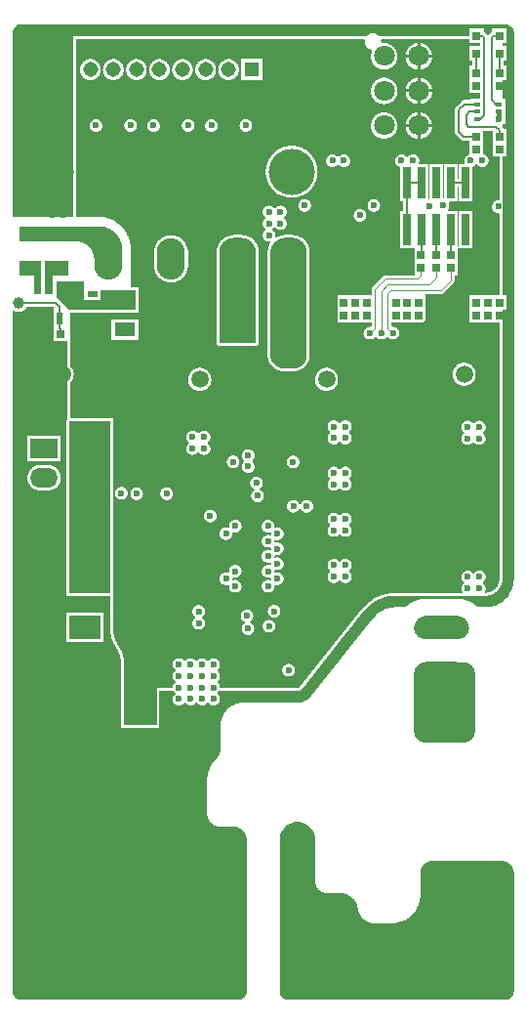
<source format=gbr>
%TF.GenerationSoftware,Altium Limited,Altium Designer,25.6.2 (33)*%
G04 Layer_Physical_Order=1*
G04 Layer_Color=10066410*
%FSLAX45Y45*%
%MOMM*%
%TF.SameCoordinates,4265A882-CCA4-4A53-A555-757F884491BB*%
%TF.FilePolarity,Positive*%
%TF.FileFunction,Copper,L1,Top,Signal*%
%TF.Part,Single*%
G01*
G75*
%TA.AperFunction,SMDPad,CuDef*%
%ADD10R,2.75000X2.00000*%
%ADD11R,0.65000X0.80000*%
%ADD12R,0.65000X2.76000*%
%ADD13R,3.05000X3.68000*%
%ADD14R,0.85000X0.60000*%
%ADD15R,0.60000X1.10000*%
%ADD16R,1.80000X1.30000*%
%ADD17R,0.80000X0.65000*%
%ADD18R,1.55000X2.20000*%
%ADD19C,1.00000*%
%ADD20R,0.60000X0.42000*%
%ADD21R,0.80000X0.80000*%
%TA.AperFunction,Conductor*%
%ADD22C,0.40000*%
%ADD23C,0.20000*%
%ADD24C,0.12000*%
%ADD25R,2.85000X4.00000*%
%TA.AperFunction,ComponentPad*%
%ADD26O,2.44000X3.60000*%
%ADD27C,1.50000*%
%ADD28C,1.80000*%
%ADD29C,4.00000*%
%ADD30C,1.30800*%
%ADD31C,5.00000*%
%ADD32R,1.30800X1.30800*%
%ADD33O,2.40000X1.70000*%
%ADD34R,2.40000X1.70000*%
%TA.AperFunction,ViaPad*%
%ADD35C,0.60000*%
G36*
X2107338Y8474512D02*
X2121734Y8471649D01*
X2135294Y8466031D01*
X2147498Y8457877D01*
X2157876Y8447499D01*
X2166031Y8435294D01*
X2171648Y8421734D01*
X2174511Y8407339D01*
X2174511Y8400001D01*
X2174511Y3659255D01*
X2174215Y3653978D01*
X2172644Y3640038D01*
X2170294Y3626207D01*
X2167172Y3612530D01*
X2163289Y3599050D01*
X2158655Y3585808D01*
X2153287Y3572847D01*
X2147200Y3560208D01*
X2140414Y3547929D01*
X2132950Y3536051D01*
X2124832Y3524610D01*
X2116085Y3513642D01*
X2106737Y3503181D01*
X2096818Y3493261D01*
X2086357Y3483914D01*
X2075389Y3475167D01*
X2063948Y3467049D01*
X2052070Y3459585D01*
X2039791Y3452799D01*
X2027152Y3446712D01*
X2014191Y3441344D01*
X2000949Y3436710D01*
X1987469Y3432827D01*
X1973792Y3429705D01*
X1959961Y3427355D01*
X1946021Y3425784D01*
X1932014Y3424998D01*
X1901508D01*
X1897337Y3424997D01*
X1889024Y3425692D01*
X1880798Y3427077D01*
X1872716Y3429141D01*
X1864834Y3431872D01*
X1857207Y3435249D01*
X1849887Y3439250D01*
X1842926Y3443847D01*
X1839649Y3446426D01*
X1834131Y3450648D01*
X1822754Y3458622D01*
X1810952Y3465952D01*
X1798762Y3472616D01*
X1786219Y3478592D01*
X1773365Y3483861D01*
X1760237Y3488409D01*
X1746877Y3492221D01*
X1733326Y3495284D01*
X1719625Y3497590D01*
X1705818Y3499131D01*
X1691947Y3499903D01*
X1685000Y3499999D01*
X1410000Y3499999D01*
X1410000Y3499999D01*
X1403053Y3499902D01*
X1389182Y3499131D01*
X1375375Y3497590D01*
X1361675Y3495284D01*
X1348124Y3492221D01*
X1334764Y3488410D01*
X1321636Y3483862D01*
X1308782Y3478592D01*
X1296240Y3472617D01*
X1284049Y3465953D01*
X1272247Y3458624D01*
X1260871Y3450649D01*
X1255353Y3446428D01*
X1252076Y3443848D01*
X1245115Y3439252D01*
X1237796Y3435251D01*
X1230168Y3431874D01*
X1222286Y3429144D01*
X1214204Y3427079D01*
X1205978Y3425694D01*
X1197665Y3425000D01*
X1149859D01*
X1149859Y3425000D01*
X1142842Y3424901D01*
X1128831Y3424114D01*
X1114887Y3422542D01*
X1101053Y3420189D01*
X1087372Y3417065D01*
X1073888Y3413177D01*
X1060644Y3408539D01*
X1047681Y3403166D01*
X1035040Y3397073D01*
X1022760Y3390281D01*
X1010881Y3382810D01*
X999440Y3374685D01*
X988473Y3365931D01*
X978014Y3356574D01*
X968097Y3346646D01*
X958752Y3336177D01*
X954304Y3330751D01*
X417333Y2656550D01*
X414709Y2653255D01*
X409100Y2646971D01*
X403147Y2641012D01*
X396870Y2635396D01*
X390287Y2630142D01*
X383419Y2625264D01*
X376289Y2620780D01*
X368918Y2616703D01*
X361331Y2613046D01*
X353550Y2609821D01*
X345600Y2607037D01*
X337507Y2604704D01*
X329295Y2602828D01*
X320991Y2601416D01*
X312621Y2600472D01*
X304211Y2600000D01*
X-170000D01*
Y2600000D01*
X-175609Y2599921D01*
X-186810Y2599292D01*
X-197958Y2598036D01*
X-209018Y2596157D01*
X-219955Y2593660D01*
X-230735Y2590555D01*
X-241324Y2586849D01*
X-251689Y2582556D01*
X-261796Y2577689D01*
X-271615Y2572262D01*
X-281114Y2566294D01*
X-290263Y2559802D01*
X-299034Y2552807D01*
X-307399Y2545332D01*
X-315332Y2537399D01*
X-322807Y2529034D01*
X-329802Y2520263D01*
X-336294Y2511114D01*
X-342262Y2501615D01*
X-347689Y2491796D01*
X-352557Y2481688D01*
X-356850Y2471324D01*
X-360555Y2460735D01*
X-363661Y2449955D01*
X-366157Y2439018D01*
X-368036Y2427958D01*
X-369292Y2416810D01*
X-369921Y2405609D01*
X-370000Y2400000D01*
X-370000Y2200000D01*
X-370001Y2200000D01*
Y2196087D01*
X-370532Y2188279D01*
X-371594Y2180526D01*
X-373180Y2172862D01*
X-375283Y2165325D01*
X-377894Y2157947D01*
X-381000Y2150764D01*
X-384587Y2143809D01*
X-388638Y2137114D01*
X-393136Y2130709D01*
X-398058Y2124625D01*
X-403382Y2118890D01*
X-406233Y2116210D01*
Y2116209D01*
X-410823Y2111783D01*
X-419658Y2102585D01*
X-428012Y2092949D01*
X-435863Y2082900D01*
X-443192Y2072463D01*
X-449980Y2061666D01*
X-456207Y2050537D01*
X-461859Y2039105D01*
X-466921Y2027399D01*
X-471380Y2015451D01*
X-475223Y2003290D01*
X-478441Y1990950D01*
X-481025Y1978462D01*
X-482970Y1965858D01*
X-484269Y1953171D01*
X-484919Y1940434D01*
X-485000Y1934058D01*
Y1640000D01*
X-485000D01*
X-484911Y1635485D01*
X-484203Y1626483D01*
X-482790Y1617564D01*
X-480682Y1608784D01*
X-477892Y1600196D01*
X-474436Y1591854D01*
X-470337Y1583809D01*
X-465619Y1576109D01*
X-460311Y1568804D01*
X-454447Y1561938D01*
X-448062Y1555553D01*
X-441196Y1549689D01*
X-433891Y1544381D01*
X-426191Y1539663D01*
X-418146Y1535564D01*
X-409804Y1532108D01*
X-401216Y1529318D01*
X-392436Y1527210D01*
X-383517Y1525797D01*
X-374515Y1525089D01*
X-370000Y1525000D01*
X-257501Y1525000D01*
X-257500Y1524999D01*
X-257500Y1524999D01*
X-257493D01*
X-248264Y1524628D01*
X-243973Y1524291D01*
X-235048Y1522877D01*
X-226261Y1520767D01*
X-217666Y1517975D01*
X-209318Y1514517D01*
X-201266Y1510414D01*
X-193561Y1505692D01*
X-186250Y1500381D01*
X-179378Y1494512D01*
X-172988Y1488122D01*
X-167120Y1481250D01*
X-161808Y1473939D01*
X-157086Y1466234D01*
X-152984Y1458183D01*
X-149525Y1449834D01*
X-146733Y1441239D01*
X-144623Y1432452D01*
X-143210Y1423527D01*
X-142501Y1414518D01*
X-142501Y1410000D01*
X-142500Y99998D01*
X-142501D01*
Y96314D01*
X-143223Y88980D01*
X-144661Y81753D01*
X-146800Y74701D01*
X-149620Y67893D01*
X-153093Y61394D01*
X-157187Y55267D01*
X-161862Y49571D01*
X-167073Y44360D01*
X-172769Y39685D01*
X-178897Y35591D01*
X-185395Y32117D01*
X-192203Y29297D01*
X-199255Y27158D01*
X-206482Y25721D01*
X-208843Y25488D01*
X-2107339D01*
X-2121734Y28351D01*
X-2135294Y33968D01*
X-2147499Y42123D01*
X-2157876Y52501D01*
X-2166031Y64705D01*
X-2171648Y78266D01*
X-2174512Y92661D01*
Y100000D01*
Y5994777D01*
X-2165321Y5999391D01*
X-2164512Y5999540D01*
X-2158604Y5995593D01*
X-2152105Y5992119D01*
X-2145297Y5989299D01*
X-2138245Y5987160D01*
X-2131018Y5985723D01*
X-2123685Y5985000D01*
X-2116316D01*
X-2108982Y5985723D01*
X-2101755Y5987160D01*
X-2094703Y5989299D01*
X-2087895Y5992119D01*
X-2081396Y5995593D01*
X-2075269Y5999687D01*
X-2069572Y6004362D01*
X-2064362Y6009572D01*
X-2059687Y6015269D01*
X-2055593Y6021396D01*
X-2053707Y6024925D01*
X-1817744D01*
X-1813946Y6020000D01*
X-1818640Y6010000D01*
X-1820000D01*
Y5850001D01*
X-1820000D01*
X-1820000Y5847500D01*
X-1820000D01*
Y5732500D01*
X-1700000D01*
Y5055066D01*
X-1702732Y5052732D01*
X-1705288Y5049740D01*
X-1707344Y5046385D01*
X-1708850Y5042749D01*
X-1709768Y5038923D01*
X-1710077Y5035000D01*
Y3550000D01*
X-1710000Y3549019D01*
Y3525000D01*
X-1685981D01*
X-1685000Y3524923D01*
X-1325000D01*
Y3234604D01*
X-1324910Y3227586D01*
X-1324194Y3213568D01*
X-1322764Y3199605D01*
X-1320623Y3185733D01*
X-1317777Y3171989D01*
X-1314233Y3158407D01*
X-1310001Y3145024D01*
X-1305091Y3131875D01*
X-1304837Y3131287D01*
X-1304836Y3131285D01*
X-1299518Y3118992D01*
X-1293294Y3106412D01*
X-1286436Y3094165D01*
X-1278962Y3082284D01*
X-1275000Y3076490D01*
Y3076490D01*
X-1271771Y3071895D01*
X-1265790Y3062387D01*
X-1260302Y3052586D01*
X-1255321Y3042519D01*
X-1250861Y3032210D01*
X-1246932Y3021687D01*
X-1243545Y3010977D01*
X-1240709Y3000108D01*
X-1238432Y2989109D01*
X-1236718Y2978008D01*
X-1235574Y2966834D01*
X-1235000Y2955615D01*
X-1235001Y2949999D01*
X-1235000Y2800981D01*
X-1235077Y2800000D01*
Y2400000D01*
X-1234768Y2396077D01*
X-1233850Y2392251D01*
X-1232344Y2388615D01*
X-1230288Y2385260D01*
X-1227732Y2382268D01*
X-1224740Y2379712D01*
X-1221385Y2377656D01*
X-1217749Y2376150D01*
X-1213923Y2375232D01*
X-1210000Y2374923D01*
X-925000D01*
X-921077Y2375232D01*
X-917251Y2376150D01*
X-913615Y2377656D01*
X-910260Y2379712D01*
X-907268Y2382268D01*
X-904712Y2385260D01*
X-902656Y2388615D01*
X-901150Y2392251D01*
X-900232Y2396077D01*
X-899923Y2400000D01*
Y2700000D01*
X-776105D01*
X-774926Y2698123D01*
X-771074Y2693294D01*
X-766706Y2688926D01*
X-763043Y2686004D01*
X-762064Y2680000D01*
X-763043Y2673997D01*
X-766706Y2671075D01*
X-771074Y2666707D01*
X-774926Y2661878D01*
X-778212Y2656647D01*
X-780893Y2651081D01*
X-782933Y2645250D01*
X-784308Y2639228D01*
X-784999Y2633089D01*
Y2626912D01*
X-784308Y2620773D01*
X-782933Y2614751D01*
X-780893Y2608920D01*
X-778212Y2603354D01*
X-774926Y2598124D01*
X-771074Y2593294D01*
X-766706Y2588926D01*
X-761876Y2585074D01*
X-756646Y2581788D01*
X-751080Y2579107D01*
X-745249Y2577067D01*
X-739227Y2575692D01*
X-733088Y2575001D01*
X-726911D01*
X-720772Y2575692D01*
X-714749Y2577067D01*
X-708919Y2579107D01*
X-703353Y2581788D01*
X-698122Y2585074D01*
X-693292Y2588926D01*
X-688924Y2593294D01*
X-686003Y2596957D01*
X-679999Y2597936D01*
X-673996Y2596957D01*
X-671074Y2593294D01*
X-666706Y2588926D01*
X-661877Y2585074D01*
X-656646Y2581788D01*
X-651080Y2579107D01*
X-645249Y2577067D01*
X-639227Y2575692D01*
X-633088Y2575001D01*
X-626911D01*
X-620772Y2575692D01*
X-614750Y2577067D01*
X-608919Y2579107D01*
X-603353Y2581788D01*
X-598123Y2585074D01*
X-593293Y2588926D01*
X-588925Y2593294D01*
X-586003Y2596957D01*
X-580000Y2597936D01*
X-573996Y2596957D01*
X-571075Y2593294D01*
X-566707Y2588926D01*
X-561877Y2585074D01*
X-556646Y2581788D01*
X-551080Y2579107D01*
X-545250Y2577067D01*
X-539227Y2575692D01*
X-533088Y2575001D01*
X-526911D01*
X-520772Y2575692D01*
X-514750Y2577067D01*
X-508919Y2579107D01*
X-503353Y2581788D01*
X-498123Y2585074D01*
X-493293Y2588926D01*
X-488925Y2593294D01*
X-486004Y2596957D01*
X-480000Y2597936D01*
X-473996Y2596957D01*
X-471075Y2593294D01*
X-466707Y2588926D01*
X-461877Y2585074D01*
X-456646Y2581788D01*
X-451081Y2579107D01*
X-445250Y2577067D01*
X-439227Y2575692D01*
X-433089Y2575001D01*
X-426911D01*
X-420773Y2575692D01*
X-414750Y2577067D01*
X-408919Y2579107D01*
X-403354Y2581788D01*
X-398123Y2585074D01*
X-393293Y2588926D01*
X-388925Y2593294D01*
X-385073Y2598124D01*
X-381787Y2603354D01*
X-379107Y2608920D01*
X-377066Y2614751D01*
X-375692Y2620773D01*
X-375000Y2626912D01*
Y2633089D01*
X-375692Y2639228D01*
X-377066Y2645250D01*
X-379107Y2651081D01*
X-381787Y2656647D01*
X-385073Y2661878D01*
X-388925Y2666707D01*
X-393293Y2671075D01*
X-396956Y2673997D01*
X-397935Y2680000D01*
X-396956Y2686004D01*
X-393293Y2688926D01*
X-388925Y2693294D01*
X-385073Y2698123D01*
X-383894Y2700000D01*
X-373362D01*
X299999D01*
X300000Y2699999D01*
X300370Y2700009D01*
X300917Y2700025D01*
X301747Y2700048D01*
X301751Y2700048D01*
X302805Y2700078D01*
X303839Y2700195D01*
X303856Y2700196D01*
X306969Y2700547D01*
X306983Y2700549D01*
X306984Y2700549D01*
X308364Y2700705D01*
X308381Y2700706D01*
X309276Y2700911D01*
X313851Y2701956D01*
X319147Y2703810D01*
Y2703811D01*
X324201Y2706247D01*
X328951Y2709234D01*
X328951Y2709234D01*
X328951Y2709234D01*
X333336Y2712734D01*
X336556Y2715957D01*
X336557Y2715958D01*
X337302Y2716704D01*
X339111Y2718849D01*
X706410Y3180017D01*
X747189Y3231217D01*
X876081Y3393049D01*
X876082Y3393051D01*
X882146Y3400537D01*
X891316Y3411045D01*
X902173Y3422414D01*
X913532Y3433285D01*
X925366Y3443635D01*
X937653Y3453443D01*
X950368Y3462689D01*
X963485Y3471356D01*
X976976Y3479423D01*
X976978Y3479424D01*
X990820Y3486879D01*
X1004982Y3493704D01*
X1019437Y3499888D01*
X1034155Y3505415D01*
X1049106Y3510277D01*
X1064260Y3514462D01*
X1079586Y3517963D01*
X1095055Y3520772D01*
X1110634Y3522883D01*
X1110634Y3522883D01*
X1110635Y3522884D01*
X1126292Y3524294D01*
X1141998Y3525000D01*
X1149859Y3525000D01*
X1721925Y3524999D01*
X1924999D01*
X1924999Y3524999D01*
X1929291Y3525068D01*
X1929295Y3525069D01*
X1929907Y3525079D01*
X1930468Y3525116D01*
X1930506Y3525119D01*
X1930524Y3525119D01*
X1939702Y3525721D01*
X1949434Y3527002D01*
X1949435Y3527003D01*
X1959061Y3528918D01*
X1959061D01*
X1959062Y3528918D01*
X1968542Y3531458D01*
X1977837Y3534613D01*
X1986906Y3538370D01*
X1986906Y3538369D01*
X1986906Y3538370D01*
X1995709Y3542711D01*
X2004210Y3547619D01*
X2012371Y3553072D01*
X2020159Y3559047D01*
X2027538Y3565520D01*
X2034479Y3572460D01*
X2040951Y3579840D01*
X2046427Y3586977D01*
X2046428Y3586979D01*
X2046926Y3587628D01*
X2047381Y3588308D01*
X2047383Y3588311D01*
X2052380Y3595789D01*
X2057287Y3604290D01*
X2061629Y3613093D01*
X2061629Y3613093D01*
X2065385Y3622162D01*
X2068540Y3631456D01*
X2070869Y3640145D01*
X2070869Y3640146D01*
X2071081Y3640938D01*
X2072996Y3650565D01*
X2074277Y3660296D01*
X2074919Y3670091D01*
X2074999Y3674999D01*
X2074999Y6000000D01*
X2107500D01*
Y6130000D01*
X2075000D01*
Y6808333D01*
Y7330000D01*
X2107500D01*
Y7440000D01*
Y7570000D01*
X2083567D01*
X2082405Y7573423D01*
X2080376Y7577538D01*
X2077827Y7581353D01*
X2075000Y7584576D01*
X2075000Y7608894D01*
X2075169Y7609000D01*
X2100000D01*
Y7674000D01*
Y7739000D01*
Y7831000D01*
X2075000D01*
Y7990000D01*
X2107500D01*
Y8120000D01*
X2085075D01*
Y8160000D01*
X2115000D01*
Y8290000D01*
X2075000D01*
Y8310000D01*
X2115000D01*
Y8440000D01*
X1985000D01*
Y8408567D01*
X1981577Y8407405D01*
X1977462Y8405376D01*
X1973648Y8402827D01*
X1970198Y8399802D01*
X1956607Y8386211D01*
X1955524Y8385611D01*
X1950680Y8384802D01*
X1949320D01*
X1944476Y8385611D01*
X1943393Y8386211D01*
X1929802Y8399802D01*
X1926353Y8402827D01*
X1922537Y8405376D01*
X1918423Y8407405D01*
X1915000Y8408567D01*
Y8440000D01*
X1785000D01*
Y8375001D01*
X1005276D01*
X1004671Y8375738D01*
X999738Y8380671D01*
X994345Y8385096D01*
X988545Y8388972D01*
X982393Y8392260D01*
X975948Y8394930D01*
X969272Y8396955D01*
X962430Y8398316D01*
X955488Y8399000D01*
X948512D01*
X941569Y8398316D01*
X934728Y8396955D01*
X928052Y8394930D01*
X921607Y8392260D01*
X915455Y8388972D01*
X909654Y8385096D01*
X904262Y8380671D01*
X899329Y8375738D01*
X898724Y8375001D01*
X691589D01*
X-1570808Y8375001D01*
X-1646999D01*
Y8349924D01*
Y6807000D01*
X-2174512D01*
Y8400000D01*
Y8407339D01*
X-2171648Y8421734D01*
X-2166031Y8435294D01*
X-2157876Y8447499D01*
X-2147499Y8457877D01*
X-2135295Y8466031D01*
X-2121734Y8471648D01*
X-2107339Y8474512D01*
X-2100001Y8474511D01*
X2099999Y8474512D01*
X2107338Y8474512D01*
D02*
G37*
G36*
X-1405183Y6724371D02*
X-1394031Y6723114D01*
X-1382966Y6721234D01*
X-1372025Y6718737D01*
X-1361241Y6715630D01*
X-1350647Y6711923D01*
X-1340279Y6707628D01*
X-1330167Y6702759D01*
X-1320345Y6697330D01*
X-1310842Y6691359D01*
X-1301689Y6684865D01*
X-1292915Y6677868D01*
X-1284546Y6670389D01*
X-1276611Y6662453D01*
X-1269132Y6654085D01*
X-1262135Y6645311D01*
X-1255640Y6636158D01*
X-1249669Y6626655D01*
X-1244241Y6616832D01*
X-1239371Y6606721D01*
X-1235077Y6596352D01*
X-1231370Y6585759D01*
X-1228263Y6574975D01*
X-1225765Y6564033D01*
X-1223886Y6552969D01*
X-1222629Y6541816D01*
X-1222000Y6530611D01*
Y6525000D01*
Y6387500D01*
X-1466000D01*
Y6445000D01*
X-1466080Y6449908D01*
X-1466722Y6459702D01*
X-1468003Y6469434D01*
X-1469918Y6479061D01*
X-1472459Y6488542D01*
X-1475614Y6497837D01*
X-1479370Y6506906D01*
X-1483712Y6515709D01*
X-1488619Y6524210D01*
X-1494073Y6532371D01*
X-1500048Y6540159D01*
X-1506520Y6547539D01*
X-1513461Y6554479D01*
X-1520841Y6560951D01*
X-1528628Y6566927D01*
X-1536790Y6572380D01*
X-1545290Y6577288D01*
X-1554094Y6581629D01*
X-1563162Y6585386D01*
X-1572457Y6588541D01*
X-1581938Y6591081D01*
X-1591565Y6592996D01*
X-1601297Y6594277D01*
X-1611092Y6594919D01*
X-1616000Y6595000D01*
X-2110000D01*
Y6725000D01*
X-1416388D01*
X-1405183Y6724371D01*
D02*
G37*
G36*
X-1690000Y6295000D02*
X-1830000D01*
Y6135000D01*
X-1890000D01*
Y6425000D01*
X-1690000D01*
Y6295000D01*
D02*
G37*
G36*
X-1925000Y6135000D02*
X-1985000D01*
Y6295000D01*
X-2110000D01*
Y6425000D01*
X-1925000D01*
Y6135000D01*
D02*
G37*
G36*
X-1555000Y6085000D02*
X-1415000D01*
Y6175000D01*
X-1110000D01*
Y6000000D01*
X-1685000D01*
X-1795000Y6110000D01*
Y6245000D01*
X-1555000D01*
Y6085000D01*
D02*
G37*
G36*
X875041Y8349923D02*
X881981Y8339923D01*
X881684Y8338430D01*
X881000Y8331488D01*
Y8324512D01*
X881684Y8317569D01*
X883045Y8310728D01*
X885070Y8304052D01*
X887739Y8297607D01*
X891028Y8291455D01*
X894903Y8285654D01*
X899329Y8280262D01*
X904262Y8275329D01*
X909654Y8270903D01*
X915455Y8267028D01*
X921607Y8263739D01*
X928052Y8261070D01*
X934728Y8259045D01*
X939328Y8258130D01*
X943978Y8251836D01*
X944915Y8249563D01*
X945112Y8247286D01*
X942025Y8239834D01*
X939233Y8231240D01*
X937123Y8222452D01*
X935709Y8213527D01*
X935000Y8204518D01*
Y8195481D01*
X935709Y8186473D01*
X937123Y8177547D01*
X939233Y8168760D01*
X942025Y8160166D01*
X945483Y8151817D01*
X949586Y8143765D01*
X954307Y8136060D01*
X959619Y8128749D01*
X965488Y8121878D01*
X971878Y8115488D01*
X978749Y8109619D01*
X986060Y8104307D01*
X993765Y8099586D01*
X1001817Y8095483D01*
X1010166Y8092025D01*
X1018760Y8089232D01*
X1027547Y8087123D01*
X1036473Y8085709D01*
X1045482Y8085000D01*
X1054518D01*
X1063527Y8085709D01*
X1072453Y8087123D01*
X1081240Y8089232D01*
X1089834Y8092025D01*
X1098183Y8095483D01*
X1106235Y8099586D01*
X1113940Y8104307D01*
X1121250Y8109619D01*
X1128122Y8115488D01*
X1134512Y8121878D01*
X1140381Y8128749D01*
X1145692Y8136060D01*
X1150414Y8143765D01*
X1154517Y8151817D01*
X1157975Y8160166D01*
X1160767Y8168760D01*
X1162877Y8177547D01*
X1164291Y8186473D01*
X1165000Y8195481D01*
Y8204518D01*
X1164291Y8213527D01*
X1162877Y8222452D01*
X1160767Y8231240D01*
X1157975Y8239834D01*
X1154517Y8248183D01*
X1150414Y8256234D01*
X1145692Y8263940D01*
X1140381Y8271250D01*
X1134512Y8278122D01*
X1128122Y8284512D01*
X1121250Y8290381D01*
X1113940Y8295692D01*
X1106235Y8300414D01*
X1098183Y8304517D01*
X1089834Y8307975D01*
X1081240Y8310767D01*
X1072453Y8312877D01*
X1063527Y8314290D01*
X1054518Y8315000D01*
X1045482D01*
X1036473Y8314290D01*
X1031710Y8313536D01*
X1029155Y8314633D01*
X1024222Y8319212D01*
X1022753Y8322010D01*
X1023000Y8324512D01*
Y8331488D01*
X1022316Y8338430D01*
X1022019Y8339923D01*
X1028959Y8349923D01*
X1785000D01*
Y8310000D01*
X1884925D01*
Y8290000D01*
X1785000D01*
Y8160000D01*
X1814925D01*
Y8120000D01*
X1792500D01*
Y7990000D01*
Y7880000D01*
X1884925D01*
Y7831000D01*
X1800000D01*
Y7820075D01*
X1745000D01*
X1740422Y7819775D01*
X1735922Y7818880D01*
X1731577Y7817405D01*
X1727462Y7815376D01*
X1723647Y7812827D01*
X1720198Y7809802D01*
X1675198Y7764802D01*
X1672173Y7761352D01*
X1669624Y7757537D01*
X1667595Y7753422D01*
X1666120Y7749078D01*
X1665225Y7744578D01*
X1664925Y7740000D01*
Y7540000D01*
X1665225Y7535422D01*
X1666120Y7530922D01*
X1667595Y7526577D01*
X1669624Y7522462D01*
X1672173Y7518647D01*
X1675198Y7515198D01*
X1710198Y7480198D01*
X1713647Y7477173D01*
X1717462Y7474624D01*
X1721577Y7472595D01*
X1725922Y7471120D01*
X1730421Y7470225D01*
X1735000Y7469925D01*
X1792500D01*
Y7349503D01*
X1790773Y7349308D01*
X1784750Y7347933D01*
X1778919Y7345893D01*
X1773354Y7343213D01*
X1768123Y7339926D01*
X1763293Y7336075D01*
X1758925Y7331707D01*
X1755073Y7326877D01*
X1751787Y7321646D01*
X1749107Y7316081D01*
X1747066Y7310250D01*
X1745692Y7304227D01*
X1745000Y7298089D01*
Y7291911D01*
X1745692Y7285773D01*
X1747066Y7279750D01*
X1748729Y7275000D01*
X1747373Y7271647D01*
X1742303Y7265000D01*
X1696500D01*
Y7137075D01*
X1684500D01*
Y7265000D01*
X1569500D01*
Y6978777D01*
X1559705Y6971345D01*
X1557500Y6972029D01*
Y7265000D01*
X1442500D01*
Y6962411D01*
X1440483Y6961743D01*
X1430500Y6968970D01*
Y7265000D01*
X1357697D01*
X1352626Y7271648D01*
X1351271Y7275000D01*
X1352934Y7279750D01*
X1354308Y7285773D01*
X1355000Y7291912D01*
Y7298089D01*
X1354308Y7304227D01*
X1352934Y7310250D01*
X1350893Y7316081D01*
X1348213Y7321647D01*
X1344926Y7326877D01*
X1341075Y7331707D01*
X1336707Y7336075D01*
X1331877Y7339927D01*
X1326646Y7343213D01*
X1321081Y7345893D01*
X1315250Y7347934D01*
X1309227Y7349308D01*
X1303089Y7350000D01*
X1296911D01*
X1290773Y7349308D01*
X1284750Y7347934D01*
X1278919Y7345893D01*
X1273354Y7343213D01*
X1268123Y7339927D01*
X1263293Y7336075D01*
X1258925Y7331707D01*
X1256004Y7328044D01*
X1250000Y7327064D01*
X1243996Y7328044D01*
X1241075Y7331707D01*
X1236707Y7336075D01*
X1231877Y7339926D01*
X1226646Y7343213D01*
X1221081Y7345893D01*
X1215250Y7347933D01*
X1209227Y7349308D01*
X1203089Y7350000D01*
X1196911D01*
X1190773Y7349308D01*
X1184750Y7347933D01*
X1178919Y7345893D01*
X1173354Y7343213D01*
X1168123Y7339926D01*
X1163293Y7336075D01*
X1158925Y7331707D01*
X1155073Y7326877D01*
X1151787Y7321646D01*
X1149107Y7316081D01*
X1147066Y7310250D01*
X1145692Y7304227D01*
X1145000Y7298089D01*
Y7291911D01*
X1145692Y7285773D01*
X1147066Y7279750D01*
X1149107Y7273919D01*
X1151787Y7268354D01*
X1155073Y7263123D01*
X1158925Y7258293D01*
X1163293Y7253925D01*
X1168123Y7250073D01*
X1173354Y7246787D01*
X1178919Y7244107D01*
X1184750Y7242066D01*
X1188500Y7241210D01*
Y6939000D01*
X1210925D01*
Y6861000D01*
X1188500D01*
Y6535000D01*
X1303500D01*
X1303500Y6535000D01*
Y6534999D01*
X1303500Y6535000D01*
X1312500Y6532586D01*
Y6410000D01*
Y6301096D01*
X1058579D01*
X1053714Y6300713D01*
X1048970Y6299574D01*
X1044462Y6297706D01*
X1040301Y6295157D01*
X1036591Y6291988D01*
X948012Y6203409D01*
X944843Y6199699D01*
X942294Y6195538D01*
X940426Y6191031D01*
X939287Y6186286D01*
X938904Y6181421D01*
Y6130000D01*
X642500D01*
Y6000000D01*
Y5890000D01*
X938904D01*
Y5862751D01*
X938404Y5861848D01*
X930195Y5854763D01*
X928089Y5855000D01*
X921912D01*
X915773Y5854308D01*
X909751Y5852934D01*
X903920Y5850893D01*
X898354Y5848213D01*
X893123Y5844927D01*
X888294Y5841075D01*
X883926Y5836707D01*
X880074Y5831877D01*
X876787Y5826646D01*
X874107Y5821081D01*
X872067Y5815250D01*
X870692Y5809227D01*
X870001Y5803089D01*
Y5796911D01*
X870692Y5790773D01*
X872067Y5784750D01*
X874107Y5778919D01*
X876787Y5773354D01*
X880074Y5768123D01*
X883926Y5763293D01*
X888294Y5758925D01*
X893123Y5755074D01*
X898354Y5751787D01*
X903920Y5749107D01*
X909751Y5747066D01*
X915773Y5745692D01*
X921912Y5745000D01*
X928089D01*
X934228Y5745692D01*
X940250Y5747066D01*
X946081Y5749107D01*
X951647Y5751787D01*
X956877Y5755074D01*
X961707Y5758925D01*
X966075Y5763293D01*
X968997Y5766956D01*
X975000Y5767936D01*
X981004Y5766956D01*
X983925Y5763293D01*
X988293Y5758925D01*
X993123Y5755074D01*
X998354Y5751787D01*
X1003920Y5749107D01*
X1009750Y5747066D01*
X1015773Y5745692D01*
X1021912Y5745000D01*
X1028089D01*
X1034228Y5745692D01*
X1040250Y5747066D01*
X1046081Y5749107D01*
X1051647Y5751787D01*
X1056877Y5755074D01*
X1061707Y5758925D01*
X1066075Y5763293D01*
X1068997Y5766956D01*
X1075000Y5767936D01*
X1081004Y5766956D01*
X1083925Y5763293D01*
X1088293Y5758925D01*
X1093123Y5755074D01*
X1098354Y5751787D01*
X1103920Y5749107D01*
X1109750Y5747066D01*
X1115773Y5745692D01*
X1121912Y5745000D01*
X1128089D01*
X1134228Y5745692D01*
X1140250Y5747066D01*
X1146081Y5749107D01*
X1151647Y5751787D01*
X1156877Y5755074D01*
X1161707Y5758925D01*
X1166075Y5763293D01*
X1169927Y5768123D01*
X1173213Y5773354D01*
X1175894Y5778919D01*
X1177934Y5784750D01*
X1179309Y5790773D01*
X1180000Y5796911D01*
Y5803089D01*
X1179309Y5809227D01*
X1177934Y5815250D01*
X1175894Y5821081D01*
X1173213Y5826646D01*
X1169927Y5831877D01*
X1166075Y5836707D01*
X1161707Y5841075D01*
X1156877Y5844927D01*
X1151647Y5848213D01*
X1146081Y5850893D01*
X1140250Y5852934D01*
X1134228Y5854308D01*
X1128089Y5855000D01*
X1121912D01*
X1119804Y5854762D01*
X1111596Y5861847D01*
X1111096Y5862751D01*
Y5890000D01*
X1407500D01*
Y6000000D01*
Y6129999D01*
X1407500D01*
X1410144Y6138904D01*
X1540000D01*
X1544865Y6139287D01*
X1549610Y6140426D01*
X1554117Y6142294D01*
X1558278Y6144843D01*
X1561988Y6148012D01*
X1651988Y6238012D01*
X1655157Y6241722D01*
X1657707Y6245883D01*
X1659574Y6250391D01*
X1660713Y6255136D01*
X1661096Y6260000D01*
Y6300000D01*
X1687500D01*
Y6410000D01*
Y6530000D01*
X1687500Y6532585D01*
X1696500Y6534999D01*
X1697341Y6534999D01*
X1702014Y6535000D01*
X1702743Y6535000D01*
X1811500D01*
Y6861000D01*
X1696500D01*
Y6552864D01*
X1686500Y6547851D01*
X1684500Y6549344D01*
Y6861000D01*
X1605424D01*
X1601336Y6870205D01*
X1601240Y6871000D01*
X1604926Y6875623D01*
X1608213Y6880854D01*
X1610893Y6886419D01*
X1612934Y6892250D01*
X1614308Y6898273D01*
X1615000Y6904411D01*
Y6910589D01*
X1614308Y6916727D01*
X1612934Y6922750D01*
X1610893Y6928581D01*
X1610691Y6929000D01*
X1616646Y6939000D01*
X1684500D01*
Y7066925D01*
X1696500D01*
Y6939000D01*
X1811500D01*
Y7241210D01*
X1815250Y7242066D01*
X1821081Y7244107D01*
X1826646Y7246787D01*
X1831877Y7250073D01*
X1836707Y7253925D01*
X1841075Y7258293D01*
X1843996Y7261957D01*
X1850000Y7262936D01*
X1856004Y7261957D01*
X1858925Y7258293D01*
X1863293Y7253925D01*
X1868123Y7250074D01*
X1873354Y7246787D01*
X1878919Y7244107D01*
X1884750Y7242067D01*
X1890773Y7240692D01*
X1896911Y7240000D01*
X1903089D01*
X1909227Y7240692D01*
X1915250Y7242067D01*
X1921081Y7244107D01*
X1926646Y7246787D01*
X1931877Y7250074D01*
X1936707Y7253925D01*
X1941075Y7258293D01*
X1944927Y7263123D01*
X1948213Y7268354D01*
X1950893Y7273919D01*
X1952934Y7279750D01*
X1954308Y7285773D01*
X1955000Y7291912D01*
Y7298089D01*
X1954308Y7304227D01*
X1952934Y7310250D01*
X1950893Y7316081D01*
X1948213Y7321647D01*
X1944927Y7326877D01*
X1941075Y7331707D01*
X1936707Y7336075D01*
X1931877Y7339927D01*
X1926646Y7343213D01*
X1921081Y7345893D01*
X1915250Y7347934D01*
X1909227Y7349308D01*
X1907500Y7349503D01*
Y7440000D01*
Y7554925D01*
X1992500D01*
Y7440000D01*
Y7330000D01*
X2049922D01*
Y6961849D01*
X2043588Y6952500D01*
X2037411D01*
X2031273Y6951808D01*
X2025250Y6950433D01*
X2019419Y6948393D01*
X2013854Y6945713D01*
X2008623Y6942426D01*
X2003793Y6938575D01*
X1999425Y6934207D01*
X1995574Y6929377D01*
X1992287Y6924146D01*
X1989607Y6918581D01*
X1987567Y6912750D01*
X1986192Y6906727D01*
X1985500Y6900588D01*
Y6894411D01*
X1986192Y6888272D01*
X1987567Y6882250D01*
X1989607Y6876419D01*
X1992287Y6870853D01*
X1995574Y6865623D01*
X1999425Y6860793D01*
X2003793Y6856425D01*
X2008623Y6852573D01*
X2013854Y6849287D01*
X2019419Y6846607D01*
X2025250Y6844566D01*
X2031273Y6843192D01*
X2037411Y6842500D01*
X2043588D01*
X2049922Y6833150D01*
Y6130000D01*
X1792500D01*
Y6000000D01*
Y5890000D01*
X2049922D01*
X2049922Y3858925D01*
Y3675207D01*
X2049855Y3671117D01*
X2049307Y3662753D01*
X2048241Y3654654D01*
X2046646Y3646635D01*
X2044530Y3638738D01*
X2041903Y3631000D01*
X2038775Y3623448D01*
X2035160Y3616119D01*
X2031071Y3609036D01*
X2026532Y3602243D01*
X2021555Y3595756D01*
X2016166Y3589612D01*
X2010386Y3583832D01*
X2004241Y3578443D01*
X1997755Y3573466D01*
X1990960Y3568926D01*
X1983881Y3564839D01*
X1976549Y3561223D01*
X1969000Y3558096D01*
X1961259Y3555469D01*
X1953364Y3553353D01*
X1945343Y3551757D01*
X1937246Y3550691D01*
X1932660Y3550391D01*
X1932658Y3550391D01*
X1928881Y3550143D01*
X1928151Y3550131D01*
X1923381Y3556948D01*
X1922725Y3560076D01*
X1923213Y3560854D01*
X1925893Y3566419D01*
X1927933Y3572250D01*
X1929308Y3578273D01*
X1930000Y3584411D01*
Y3590589D01*
X1929308Y3596727D01*
X1927933Y3602750D01*
X1925893Y3608581D01*
X1923213Y3614146D01*
X1919926Y3619377D01*
X1916075Y3624207D01*
X1911707Y3628575D01*
X1908043Y3631496D01*
X1907064Y3637500D01*
X1908043Y3643504D01*
X1911707Y3646425D01*
X1916075Y3650793D01*
X1919926Y3655623D01*
X1923213Y3660853D01*
X1925893Y3666419D01*
X1927933Y3672250D01*
X1929308Y3678273D01*
X1930000Y3684411D01*
Y3690589D01*
X1929308Y3696727D01*
X1927933Y3702750D01*
X1925893Y3708581D01*
X1923213Y3714146D01*
X1919926Y3719377D01*
X1916075Y3724207D01*
X1911707Y3728575D01*
X1906877Y3732426D01*
X1901646Y3735713D01*
X1896081Y3738393D01*
X1890250Y3740433D01*
X1884227Y3741808D01*
X1878088Y3742500D01*
X1871911D01*
X1865772Y3741808D01*
X1859750Y3740433D01*
X1853919Y3738393D01*
X1848353Y3735713D01*
X1843123Y3732426D01*
X1838293Y3728575D01*
X1833925Y3724207D01*
X1831004Y3720543D01*
X1825000Y3719564D01*
X1818996Y3720543D01*
X1816075Y3724207D01*
X1811707Y3728575D01*
X1806877Y3732426D01*
X1801646Y3735713D01*
X1796081Y3738393D01*
X1790250Y3740433D01*
X1784227Y3741808D01*
X1778089Y3742500D01*
X1771911D01*
X1765773Y3741808D01*
X1759750Y3740433D01*
X1753919Y3738393D01*
X1748354Y3735713D01*
X1743123Y3732426D01*
X1738293Y3728575D01*
X1733925Y3724207D01*
X1730074Y3719377D01*
X1726787Y3714146D01*
X1724107Y3708581D01*
X1722066Y3702750D01*
X1720692Y3696727D01*
X1720000Y3690589D01*
Y3684411D01*
X1720692Y3678273D01*
X1722066Y3672250D01*
X1724107Y3666419D01*
X1726787Y3660853D01*
X1730074Y3655623D01*
X1733925Y3650793D01*
X1738293Y3646425D01*
X1741956Y3643504D01*
X1742936Y3637500D01*
X1741956Y3631496D01*
X1738293Y3628575D01*
X1733925Y3624207D01*
X1730074Y3619377D01*
X1726787Y3614146D01*
X1724107Y3608581D01*
X1722066Y3602750D01*
X1720692Y3596727D01*
X1720000Y3590589D01*
Y3584411D01*
X1720692Y3578273D01*
X1722066Y3572250D01*
X1724107Y3566419D01*
X1726787Y3560854D01*
X1727275Y3560077D01*
X1721925Y3550076D01*
X1149859Y3550077D01*
X1141998Y3550077D01*
X1141435Y3550033D01*
X1140872Y3550052D01*
X1125166Y3549346D01*
X1124607Y3549276D01*
X1124043Y3549270D01*
X1108385Y3547860D01*
X1107828Y3547765D01*
X1107266Y3547734D01*
X1091686Y3545622D01*
X1091135Y3545502D01*
X1090574Y3545446D01*
X1075105Y3542636D01*
X1074559Y3542492D01*
X1074002Y3542410D01*
X1058676Y3538910D01*
X1058138Y3538741D01*
X1057584Y3538634D01*
X1042429Y3534449D01*
X1041899Y3534256D01*
X1041351Y3534125D01*
X1026400Y3529263D01*
X1025880Y3529048D01*
X1025337Y3528891D01*
X1010620Y3523364D01*
X1010108Y3523124D01*
X1009574Y3522944D01*
X995120Y3516761D01*
X994620Y3516499D01*
X994095Y3516295D01*
X979932Y3509469D01*
X979446Y3509186D01*
X978929Y3508958D01*
X965087Y3501503D01*
X964614Y3501198D01*
X964108Y3500947D01*
X950615Y3492878D01*
X950155Y3492551D01*
X949662Y3492279D01*
X936544Y3483613D01*
X936100Y3483266D01*
X935619Y3482971D01*
X922904Y3473724D01*
X922475Y3473358D01*
X922008Y3473042D01*
X909721Y3463234D01*
X909311Y3462849D01*
X908857Y3462512D01*
X897023Y3452162D01*
X896629Y3451759D01*
X896192Y3451402D01*
X884835Y3440531D01*
X884459Y3440111D01*
X884039Y3439735D01*
X873180Y3428365D01*
X872824Y3427928D01*
X872421Y3427533D01*
X863253Y3417027D01*
X862978Y3416657D01*
X862661Y3416323D01*
X856596Y3408836D01*
X856538Y3408751D01*
X856466Y3408674D01*
X319714Y2734747D01*
X318814Y2733680D01*
X316590Y2731453D01*
X314408Y2729712D01*
X312045Y2728226D01*
X309529Y2727013D01*
X306892Y2726090D01*
X304172Y2725468D01*
X301045Y2725115D01*
X299667Y2725077D01*
X-373360D01*
X-375000Y2726912D01*
Y2733089D01*
X-375692Y2739228D01*
X-377066Y2745250D01*
X-379107Y2751081D01*
X-381787Y2756647D01*
X-385073Y2761877D01*
X-388925Y2766707D01*
X-393293Y2771075D01*
X-396956Y2773996D01*
X-397935Y2780000D01*
X-396956Y2786004D01*
X-393293Y2788925D01*
X-388925Y2793293D01*
X-385073Y2798123D01*
X-381787Y2803354D01*
X-379107Y2808919D01*
X-377066Y2814750D01*
X-375692Y2820773D01*
X-375000Y2826912D01*
Y2833089D01*
X-375692Y2839227D01*
X-377066Y2845250D01*
X-379107Y2851081D01*
X-381787Y2856647D01*
X-385073Y2861877D01*
X-388925Y2866707D01*
X-393293Y2871075D01*
X-396956Y2873996D01*
X-397935Y2880000D01*
X-396956Y2886004D01*
X-393293Y2888925D01*
X-388925Y2893293D01*
X-385073Y2898123D01*
X-381787Y2903354D01*
X-379107Y2908919D01*
X-377066Y2914750D01*
X-375692Y2920773D01*
X-375000Y2926911D01*
Y2933089D01*
X-375692Y2939227D01*
X-377066Y2945250D01*
X-379107Y2951081D01*
X-381787Y2956646D01*
X-385073Y2961877D01*
X-388925Y2966707D01*
X-393293Y2971075D01*
X-398123Y2974926D01*
X-403354Y2978213D01*
X-408919Y2980893D01*
X-414750Y2982934D01*
X-420773Y2984308D01*
X-426911Y2985000D01*
X-433089D01*
X-439227Y2984308D01*
X-445250Y2982934D01*
X-451081Y2980893D01*
X-456646Y2978213D01*
X-461877Y2974926D01*
X-466707Y2971075D01*
X-471075Y2966707D01*
X-473996Y2963044D01*
X-480000Y2962064D01*
X-486004Y2963044D01*
X-488925Y2966707D01*
X-493293Y2971075D01*
X-498123Y2974926D01*
X-503353Y2978213D01*
X-508919Y2980893D01*
X-514750Y2982934D01*
X-520772Y2984308D01*
X-526911Y2985000D01*
X-533088D01*
X-539227Y2984308D01*
X-545250Y2982934D01*
X-551080Y2980893D01*
X-556646Y2978213D01*
X-561877Y2974926D01*
X-566707Y2971075D01*
X-571075Y2966707D01*
X-573996Y2963044D01*
X-580000Y2962064D01*
X-586003Y2963044D01*
X-588925Y2966707D01*
X-593293Y2971075D01*
X-598123Y2974926D01*
X-603353Y2978213D01*
X-608919Y2980893D01*
X-614750Y2982934D01*
X-620772Y2984308D01*
X-626911Y2985000D01*
X-633088D01*
X-639227Y2984308D01*
X-645249Y2982934D01*
X-651080Y2980893D01*
X-656646Y2978213D01*
X-661877Y2974926D01*
X-666706Y2971075D01*
X-671074Y2966707D01*
X-673996Y2963044D01*
X-679999Y2962064D01*
X-686003Y2963044D01*
X-688924Y2966707D01*
X-693292Y2971075D01*
X-698122Y2974926D01*
X-703353Y2978213D01*
X-708919Y2980893D01*
X-714749Y2982934D01*
X-720772Y2984308D01*
X-726911Y2985000D01*
X-733088D01*
X-739227Y2984308D01*
X-745249Y2982934D01*
X-751080Y2980893D01*
X-756646Y2978213D01*
X-761876Y2974926D01*
X-766706Y2971075D01*
X-771074Y2966707D01*
X-774926Y2961877D01*
X-778212Y2956646D01*
X-780893Y2951081D01*
X-782933Y2945250D01*
X-784308Y2939227D01*
X-784999Y2933089D01*
Y2926911D01*
X-784308Y2920773D01*
X-782933Y2914750D01*
X-780893Y2908919D01*
X-778212Y2903354D01*
X-774926Y2898123D01*
X-771074Y2893293D01*
X-766706Y2888925D01*
X-763043Y2886004D01*
X-762064Y2880000D01*
X-763043Y2873996D01*
X-766706Y2871075D01*
X-771074Y2866707D01*
X-774926Y2861877D01*
X-778212Y2856647D01*
X-780893Y2851081D01*
X-782933Y2845250D01*
X-784308Y2839227D01*
X-784999Y2833089D01*
Y2826912D01*
X-784308Y2820773D01*
X-782933Y2814750D01*
X-780893Y2808919D01*
X-778212Y2803354D01*
X-774926Y2798123D01*
X-771074Y2793293D01*
X-766706Y2788925D01*
X-763043Y2786004D01*
X-762064Y2780000D01*
X-763043Y2773996D01*
X-766706Y2771075D01*
X-771074Y2766707D01*
X-774926Y2761877D01*
X-778212Y2756647D01*
X-780893Y2751081D01*
X-782933Y2745250D01*
X-784308Y2739228D01*
X-784999Y2733089D01*
Y2726912D01*
X-786639Y2725077D01*
X-899923D01*
X-900904Y2725000D01*
X-1138685D01*
X-1146018Y2725722D01*
X-1153246Y2727160D01*
X-1160297Y2729299D01*
X-1167105Y2732119D01*
X-1173604Y2735592D01*
X-1179731Y2739686D01*
X-1185428Y2744361D01*
X-1190638Y2749572D01*
X-1195313Y2755268D01*
X-1199407Y2761396D01*
X-1202881Y2767894D01*
X-1205701Y2774702D01*
X-1207840Y2781754D01*
X-1209278Y2788981D01*
X-1210000Y2796315D01*
Y2800000D01*
X-1210000D01*
X-1210000Y2800000D01*
X-1209923Y2800980D01*
X-1209923Y2949998D01*
X-1209923Y2955615D01*
X-1209973Y2956255D01*
X-1209956Y2956895D01*
X-1210529Y2968113D01*
X-1210612Y2968748D01*
X-1210627Y2969389D01*
X-1211772Y2980564D01*
X-1211887Y2981193D01*
X-1211935Y2981833D01*
X-1213648Y2992934D01*
X-1213795Y2993558D01*
X-1213875Y2994194D01*
X-1216153Y3005193D01*
X-1216332Y3005808D01*
X-1216444Y3006439D01*
X-1219280Y3017308D01*
X-1219491Y3017914D01*
X-1219635Y3018538D01*
X-1223022Y3029248D01*
X-1223262Y3029840D01*
X-1223439Y3030458D01*
X-1227368Y3040981D01*
X-1227638Y3041561D01*
X-1227846Y3042168D01*
X-1232306Y3052477D01*
X-1232607Y3053045D01*
X-1232845Y3053639D01*
X-1237826Y3063707D01*
X-1238153Y3064255D01*
X-1238422Y3064838D01*
X-1243910Y3074639D01*
X-1244266Y3075173D01*
X-1244564Y3075740D01*
X-1250545Y3085248D01*
X-1250927Y3085762D01*
X-1251254Y3086313D01*
X-1254383Y3090766D01*
X-1257991Y3096043D01*
X-1264869Y3106977D01*
X-1271099Y3118103D01*
X-1276758Y3129542D01*
X-1281821Y3141243D01*
X-1286284Y3153196D01*
X-1290131Y3165361D01*
X-1293351Y3177702D01*
X-1295936Y3190189D01*
X-1297882Y3202798D01*
X-1299183Y3215489D01*
X-1299841Y3228383D01*
X-1299923Y3234764D01*
Y5035000D01*
X-1300000Y5035981D01*
Y5060000D01*
X-1324019D01*
X-1325000Y5060077D01*
X-1342727D01*
X-1343708Y5060000D01*
X-1651292D01*
X-1652273Y5060077D01*
X-1674923D01*
Y5372262D01*
X-1669596Y5377589D01*
X-1663983Y5384278D01*
X-1658975Y5391431D01*
X-1654609Y5398993D01*
X-1650918Y5406907D01*
X-1647932Y5415113D01*
X-1645672Y5423547D01*
X-1644155Y5432147D01*
X-1643395Y5440846D01*
X-1643394Y5449578D01*
X-1644155Y5458277D01*
X-1645672Y5466877D01*
X-1647932Y5475311D01*
X-1650919Y5483517D01*
X-1654609Y5491431D01*
X-1658975Y5498993D01*
X-1663983Y5506146D01*
X-1669597Y5512835D01*
X-1674923Y5518162D01*
Y5732500D01*
X-1675000Y5733481D01*
Y5974923D01*
X-1110000D01*
X-1109019Y5975000D01*
X-1085000D01*
Y5999016D01*
X-1084923Y6000000D01*
Y6175000D01*
X-1085000Y6175984D01*
Y6200000D01*
X-1109016D01*
X-1110000Y6200077D01*
X-1150000D01*
X-1150000Y6535000D01*
X-1150082Y6541675D01*
X-1150737Y6555009D01*
X-1152046Y6568295D01*
X-1154005Y6581501D01*
X-1156609Y6594595D01*
X-1159853Y6607546D01*
X-1163729Y6620321D01*
X-1168226Y6632891D01*
X-1173335Y6645225D01*
X-1179043Y6657294D01*
X-1185337Y6669068D01*
X-1192200Y6680519D01*
X-1199617Y6691619D01*
X-1207570Y6702342D01*
X-1216039Y6712662D01*
X-1225005Y6722554D01*
X-1234445Y6731995D01*
X-1244337Y6740960D01*
X-1254657Y6749429D01*
X-1265380Y6757382D01*
X-1276481Y6764800D01*
X-1287932Y6771663D01*
X-1299706Y6777956D01*
X-1311774Y6783664D01*
X-1324109Y6788773D01*
X-1336679Y6793271D01*
X-1349454Y6797146D01*
X-1362404Y6800390D01*
X-1375498Y6802995D01*
X-1388704Y6804954D01*
X-1401990Y6806262D01*
X-1415325Y6806917D01*
X-1422000Y6806999D01*
Y6807000D01*
X-1621922D01*
Y8349924D01*
X875041Y8349923D01*
D02*
G37*
G36*
X-1325000Y3550000D02*
X-1685000D01*
Y5035000D01*
X-1325000D01*
Y3550000D01*
D02*
G37*
G36*
X1698065Y3349239D02*
X1706665Y3347722D01*
X1715099Y3345462D01*
X1723305Y3342476D01*
X1731219Y3338785D01*
X1738781Y3334419D01*
X1745934Y3329411D01*
X1752623Y3323798D01*
X1758798Y3317623D01*
X1764411Y3310934D01*
X1769420Y3303781D01*
X1773786Y3296219D01*
X1777476Y3288305D01*
X1780463Y3280099D01*
X1782723Y3271664D01*
X1784239Y3263065D01*
X1785000Y3254366D01*
Y3245634D01*
X1784239Y3236935D01*
X1782723Y3228335D01*
X1780463Y3219901D01*
X1777476Y3211695D01*
X1773786Y3203781D01*
X1769420Y3196219D01*
X1764411Y3189066D01*
X1758798Y3182376D01*
X1752623Y3176202D01*
X1745934Y3170589D01*
X1738781Y3165580D01*
X1731219Y3161214D01*
X1723305Y3157524D01*
X1715099Y3154537D01*
X1706665Y3152277D01*
X1698065Y3150761D01*
X1689366Y3150000D01*
X1405634D01*
X1396935Y3150761D01*
X1388335Y3152277D01*
X1379901Y3154537D01*
X1371695Y3157524D01*
X1363781Y3161214D01*
X1356219Y3165580D01*
X1349066Y3170589D01*
X1342377Y3176202D01*
X1336202Y3182376D01*
X1330589Y3189066D01*
X1325580Y3196219D01*
X1321214Y3203781D01*
X1317524Y3211695D01*
X1314537Y3219901D01*
X1312277Y3228335D01*
X1310761Y3236935D01*
X1310000Y3245634D01*
Y3254366D01*
X1310761Y3263065D01*
X1312277Y3271664D01*
X1314537Y3280099D01*
X1317524Y3288305D01*
X1321214Y3296219D01*
X1325580Y3303781D01*
X1330589Y3310934D01*
X1336202Y3317623D01*
X1342377Y3323798D01*
X1349066Y3329411D01*
X1356219Y3334419D01*
X1363781Y3338785D01*
X1371695Y3342476D01*
X1379901Y3345462D01*
X1388335Y3347722D01*
X1396935Y3349239D01*
X1405634Y3350000D01*
X1689366D01*
X1698065Y3349239D01*
D02*
G37*
G36*
X1748912Y2949383D02*
X1756674Y2948154D01*
X1764314Y2946319D01*
X1771788Y2943891D01*
X1779048Y2940884D01*
X1786050Y2937317D01*
X1792750Y2933211D01*
X1799107Y2928592D01*
X1805082Y2923489D01*
X1810638Y2917932D01*
X1815742Y2911957D01*
X1820361Y2905600D01*
X1824467Y2898900D01*
X1828034Y2891898D01*
X1831041Y2884638D01*
X1833469Y2877165D01*
X1835304Y2869524D01*
X1836533Y2861763D01*
X1837150Y2853929D01*
Y2850000D01*
Y2353050D01*
Y2349121D01*
X1836533Y2341287D01*
X1835304Y2333526D01*
X1833469Y2325885D01*
X1831041Y2318412D01*
X1828034Y2311152D01*
X1824467Y2304150D01*
X1820361Y2297450D01*
X1815742Y2291093D01*
X1810638Y2285118D01*
X1805082Y2279561D01*
X1799107Y2274458D01*
X1792750Y2269839D01*
X1786050Y2265733D01*
X1779048Y2262166D01*
X1771788Y2259159D01*
X1764314Y2256730D01*
X1756674Y2254896D01*
X1748912Y2253667D01*
X1741079Y2253050D01*
X1406071D01*
X1398237Y2253667D01*
X1390476Y2254896D01*
X1382835Y2256730D01*
X1375361Y2259159D01*
X1368102Y2262166D01*
X1361100Y2265733D01*
X1354400Y2269839D01*
X1348043Y2274458D01*
X1342067Y2279561D01*
X1336511Y2285118D01*
X1331408Y2291093D01*
X1326789Y2297450D01*
X1322683Y2304150D01*
X1319115Y2311152D01*
X1316108Y2318412D01*
X1313680Y2325885D01*
X1311845Y2333526D01*
X1310616Y2341287D01*
X1310000Y2349121D01*
Y2353050D01*
Y2850000D01*
Y2853929D01*
X1310616Y2861763D01*
X1311845Y2869524D01*
X1313680Y2877165D01*
X1316108Y2884638D01*
X1319115Y2891898D01*
X1322683Y2898900D01*
X1326789Y2905600D01*
X1331408Y2911957D01*
X1336511Y2917932D01*
X1342067Y2923489D01*
X1348043Y2928592D01*
X1354400Y2933211D01*
X1361100Y2937317D01*
X1368102Y2940884D01*
X1375361Y2943891D01*
X1382835Y2946319D01*
X1390476Y2948154D01*
X1398237Y2949383D01*
X1406071Y2950000D01*
X1741079D01*
X1748912Y2949383D01*
D02*
G37*
G36*
X314079Y1564210D02*
X325038Y1562634D01*
X335857Y1560281D01*
X346480Y1557161D01*
X356854Y1553293D01*
X366925Y1548693D01*
X376642Y1543387D01*
X385956Y1537401D01*
X394820Y1530766D01*
X403187Y1523516D01*
X411016Y1515687D01*
X418266Y1507320D01*
X424901Y1498456D01*
X430887Y1489142D01*
X436193Y1479425D01*
X440793Y1469354D01*
X444662Y1458980D01*
X447781Y1448357D01*
X450134Y1437538D01*
X451710Y1426579D01*
X452500Y1415536D01*
Y1410000D01*
Y1050000D01*
X452577Y1046074D01*
X453193Y1038246D01*
X454421Y1030490D01*
X456254Y1022855D01*
X458681Y1015388D01*
X461686Y1008134D01*
X465250Y1001137D01*
X469353Y994443D01*
X473968Y988090D01*
X479068Y982119D01*
X484620Y976567D01*
X490591Y971468D01*
X496943Y966853D01*
X503638Y962750D01*
X510634Y959185D01*
X517888Y956180D01*
X525356Y953754D01*
X532991Y951921D01*
X540746Y950693D01*
X548574Y950077D01*
X552500Y950000D01*
X674974D01*
X684898Y949341D01*
X694757Y948026D01*
X704507Y946061D01*
X714106Y943455D01*
X723511Y940218D01*
X732681Y936366D01*
X741576Y931915D01*
X750156Y926884D01*
X758385Y921296D01*
X766225Y915176D01*
X773642Y908549D01*
X780605Y901446D01*
X787081Y893897D01*
X793044Y885936D01*
X798466Y877597D01*
X803323Y868918D01*
X807595Y859936D01*
X811263Y850690D01*
X814310Y841222D01*
X815517Y836398D01*
X824483Y800552D01*
X824483Y800552D01*
X825769Y795750D01*
X828815Y786287D01*
X832481Y777047D01*
X836751Y768070D01*
X841606Y759395D01*
X847024Y751061D01*
X852984Y743104D01*
X859456Y735559D01*
X866415Y728460D01*
X873829Y721837D01*
X881664Y715720D01*
X889888Y710135D01*
X898464Y705107D01*
X907354Y700658D01*
X916519Y696808D01*
X925919Y693573D01*
X935512Y690969D01*
X945257Y689005D01*
X955111Y687691D01*
X965030Y687032D01*
X970000Y686950D01*
X1112849D01*
X1119861Y687048D01*
X1133862Y687835D01*
X1147797Y689405D01*
X1161622Y691754D01*
X1175293Y694874D01*
X1188769Y698756D01*
X1202005Y703388D01*
X1214960Y708754D01*
X1227595Y714839D01*
X1239868Y721622D01*
X1251742Y729083D01*
X1263179Y737197D01*
X1274142Y745941D01*
X1284599Y755285D01*
X1294514Y765201D01*
X1303859Y775657D01*
X1312602Y786621D01*
X1320717Y798057D01*
X1328177Y809931D01*
X1334961Y822205D01*
X1341045Y834839D01*
X1346412Y847795D01*
X1351043Y861031D01*
X1354925Y874506D01*
X1358046Y888177D01*
X1360395Y902003D01*
X1361965Y915937D01*
X1362751Y929938D01*
X1362849Y936950D01*
Y1126950D01*
Y1130879D01*
X1363466Y1138713D01*
X1364695Y1146474D01*
X1366530Y1154115D01*
X1368958Y1161588D01*
X1371965Y1168848D01*
X1375532Y1175850D01*
X1379638Y1182550D01*
X1384257Y1188907D01*
X1389360Y1194882D01*
X1394917Y1200439D01*
X1400892Y1205542D01*
X1407249Y1210161D01*
X1413949Y1214267D01*
X1420951Y1217834D01*
X1428211Y1220841D01*
X1435684Y1223270D01*
X1443325Y1225104D01*
X1451087Y1226333D01*
X1458920Y1226950D01*
X2078930D01*
X2086764Y1226333D01*
X2094525Y1225104D01*
X2102166Y1223270D01*
X2109640Y1220841D01*
X2116899Y1217834D01*
X2123901Y1214267D01*
X2130601Y1210161D01*
X2136958Y1205542D01*
X2142934Y1200439D01*
X2148490Y1194882D01*
X2153594Y1188907D01*
X2158212Y1182550D01*
X2162318Y1175850D01*
X2165886Y1168848D01*
X2168893Y1161588D01*
X2171321Y1154115D01*
X2173156Y1146474D01*
X2174385Y1138713D01*
X2175001Y1130879D01*
Y1126950D01*
Y100000D01*
Y96315D01*
X2174279Y88981D01*
X2172841Y81754D01*
X2170702Y74702D01*
X2167882Y67894D01*
X2164408Y61395D01*
X2160314Y55267D01*
X2155639Y49571D01*
X2150429Y44360D01*
X2144732Y39685D01*
X2138605Y35591D01*
X2132106Y32117D01*
X2125298Y29297D01*
X2118246Y27158D01*
X2111018Y25720D01*
X2103684Y24998D01*
X213816D01*
X206482Y25720D01*
X199255Y27158D01*
X192203Y29297D01*
X185395Y32117D01*
X178896Y35591D01*
X172769Y39685D01*
X167072Y44360D01*
X161862Y49570D01*
X157187Y55267D01*
X153093Y61394D01*
X149619Y67893D01*
X146799Y74701D01*
X144660Y81753D01*
X143222Y88980D01*
X142500Y96314D01*
Y99998D01*
Y1410000D01*
Y1415536D01*
X143290Y1426579D01*
X144866Y1437538D01*
X147219Y1448357D01*
X150338Y1458980D01*
X154207Y1469354D01*
X158807Y1479425D01*
X164113Y1489142D01*
X170098Y1498456D01*
X176733Y1507320D01*
X183984Y1515687D01*
X191813Y1523516D01*
X200180Y1530766D01*
X209044Y1537401D01*
X218358Y1543387D01*
X228075Y1548693D01*
X238146Y1553293D01*
X248520Y1557161D01*
X259143Y1560281D01*
X269962Y1562634D01*
X280921Y1564210D01*
X291964Y1565000D01*
X303036D01*
X314079Y1564210D01*
D02*
G37*
%LPC*%
G36*
X-1755000Y4912000D02*
X-2045000D01*
Y4692000D01*
X-1755000D01*
Y4912000D01*
D02*
G37*
G36*
X-1865000Y4658085D02*
X-1935000D01*
X-1943637Y4657746D01*
X-1952221Y4656730D01*
X-1960699Y4655043D01*
X-1969018Y4652697D01*
X-1977128Y4649705D01*
X-1984977Y4646086D01*
X-1992519Y4641863D01*
X-1999706Y4637061D01*
X-2006494Y4631709D01*
X-2012842Y4625842D01*
X-2018709Y4619494D01*
X-2024060Y4612706D01*
X-2028863Y4605519D01*
X-2033086Y4597978D01*
X-2036705Y4590128D01*
X-2039697Y4582018D01*
X-2042043Y4573699D01*
X-2043729Y4565221D01*
X-2044745Y4556637D01*
X-2045085Y4548000D01*
X-2044745Y4539363D01*
X-2043729Y4530779D01*
X-2042043Y4522302D01*
X-2039697Y4513982D01*
X-2036705Y4505873D01*
X-2033086Y4498023D01*
X-2028863Y4490481D01*
X-2024060Y4483294D01*
X-2018709Y4476506D01*
X-2012842Y4470159D01*
X-2006494Y4464291D01*
X-1999706Y4458940D01*
X-1992519Y4454138D01*
X-1984977Y4449914D01*
X-1977128Y4446295D01*
X-1969018Y4443304D01*
X-1960699Y4440957D01*
X-1952221Y4439271D01*
X-1943637Y4438255D01*
X-1935000Y4437916D01*
X-1865000D01*
X-1856363Y4438255D01*
X-1847779Y4439271D01*
X-1839301Y4440957D01*
X-1830982Y4443304D01*
X-1822872Y4446295D01*
X-1815023Y4449914D01*
X-1807481Y4454138D01*
X-1800294Y4458940D01*
X-1793506Y4464291D01*
X-1787158Y4470159D01*
X-1781291Y4476506D01*
X-1775940Y4483294D01*
X-1771137Y4490481D01*
X-1766914Y4498023D01*
X-1763295Y4505873D01*
X-1760303Y4513982D01*
X-1757957Y4522302D01*
X-1756271Y4530779D01*
X-1755255Y4539363D01*
X-1754915Y4548000D01*
X-1755255Y4556637D01*
X-1756271Y4565221D01*
X-1757957Y4573699D01*
X-1760303Y4582018D01*
X-1763295Y4590128D01*
X-1766914Y4597978D01*
X-1771137Y4605519D01*
X-1775940Y4612706D01*
X-1781291Y4619494D01*
X-1787158Y4625842D01*
X-1793506Y4631709D01*
X-1800294Y4637061D01*
X-1807481Y4641863D01*
X-1815023Y4646086D01*
X-1822872Y4649705D01*
X-1830982Y4652697D01*
X-1839301Y4655043D01*
X-1847779Y4656730D01*
X-1856363Y4657746D01*
X-1865000Y4658085D01*
D02*
G37*
G36*
X-1385000Y3375000D02*
X-1710000D01*
Y3125000D01*
X-1385000D01*
Y3375000D01*
D02*
G37*
G36*
X1362699Y8314757D02*
Y8212700D01*
X1464757D01*
X1464688Y8213574D01*
X1463270Y8222531D01*
X1461153Y8231348D01*
X1458351Y8239973D01*
X1454880Y8248351D01*
X1450763Y8256430D01*
X1446025Y8264162D01*
X1440695Y8271498D01*
X1434806Y8278394D01*
X1428394Y8284806D01*
X1421498Y8290695D01*
X1414162Y8296025D01*
X1406430Y8300763D01*
X1398351Y8304880D01*
X1389973Y8308351D01*
X1381348Y8311153D01*
X1372531Y8313270D01*
X1363574Y8314688D01*
X1362699Y8314757D01*
D02*
G37*
G36*
X1337299D02*
X1336426Y8314688D01*
X1327469Y8313270D01*
X1318651Y8311153D01*
X1310027Y8308351D01*
X1301649Y8304880D01*
X1293569Y8300763D01*
X1285838Y8296025D01*
X1278501Y8290695D01*
X1271606Y8284806D01*
X1265194Y8278394D01*
X1259304Y8271498D01*
X1253974Y8264162D01*
X1249236Y8256430D01*
X1245119Y8248351D01*
X1241649Y8239973D01*
X1238847Y8231348D01*
X1236730Y8222531D01*
X1235311Y8213574D01*
X1235243Y8212700D01*
X1337299D01*
Y8314757D01*
D02*
G37*
G36*
Y8187300D02*
X1235243D01*
X1235311Y8186426D01*
X1236730Y8177469D01*
X1238847Y8168651D01*
X1241649Y8160027D01*
X1245119Y8151649D01*
X1249236Y8143569D01*
X1253974Y8135838D01*
X1259304Y8128501D01*
X1265194Y8121606D01*
X1271606Y8115194D01*
X1278501Y8109304D01*
X1285838Y8103974D01*
X1293569Y8099236D01*
X1301649Y8095119D01*
X1310027Y8091649D01*
X1318651Y8088847D01*
X1327469Y8086730D01*
X1336426Y8085311D01*
X1337299Y8085243D01*
Y8187300D01*
D02*
G37*
G36*
X1464757D02*
X1362699D01*
Y8085243D01*
X1363574Y8085311D01*
X1372531Y8086730D01*
X1381348Y8088847D01*
X1389973Y8091649D01*
X1398351Y8095119D01*
X1406430Y8099236D01*
X1414162Y8103974D01*
X1421498Y8109304D01*
X1428394Y8115194D01*
X1434806Y8121606D01*
X1440695Y8128501D01*
X1446025Y8135838D01*
X1450763Y8143569D01*
X1454880Y8151649D01*
X1458351Y8160027D01*
X1461153Y8168651D01*
X1463270Y8177469D01*
X1464688Y8186426D01*
X1464757Y8187300D01*
D02*
G37*
G36*
X-9600Y8175400D02*
X-190400D01*
Y7994600D01*
X-9600D01*
Y8175400D01*
D02*
G37*
G36*
X-296053D02*
X-303947D01*
X-311811Y8174712D01*
X-319585Y8173341D01*
X-327210Y8171298D01*
X-334627Y8168598D01*
X-341782Y8165262D01*
X-348618Y8161315D01*
X-355084Y8156787D01*
X-361131Y8151713D01*
X-366713Y8146131D01*
X-371787Y8140084D01*
X-376315Y8133618D01*
X-380262Y8126782D01*
X-383598Y8119627D01*
X-386298Y8112210D01*
X-388341Y8104585D01*
X-389712Y8096811D01*
X-390400Y8088947D01*
Y8081053D01*
X-389712Y8073189D01*
X-388341Y8065415D01*
X-386298Y8057790D01*
X-383598Y8050372D01*
X-380262Y8043218D01*
X-376315Y8036382D01*
X-371787Y8029915D01*
X-366713Y8023868D01*
X-361131Y8018286D01*
X-355084Y8013213D01*
X-348618Y8008685D01*
X-341782Y8004738D01*
X-334627Y8001402D01*
X-327210Y7998702D01*
X-319585Y7996659D01*
X-311811Y7995288D01*
X-303947Y7994600D01*
X-296053D01*
X-288189Y7995288D01*
X-280415Y7996659D01*
X-272790Y7998702D01*
X-265372Y8001402D01*
X-258218Y8004738D01*
X-251382Y8008685D01*
X-244915Y8013213D01*
X-238868Y8018286D01*
X-233287Y8023868D01*
X-228213Y8029915D01*
X-223685Y8036382D01*
X-219738Y8043218D01*
X-216402Y8050372D01*
X-213702Y8057790D01*
X-211659Y8065415D01*
X-210288Y8073189D01*
X-209600Y8081053D01*
Y8088947D01*
X-210288Y8096811D01*
X-211659Y8104585D01*
X-213702Y8112210D01*
X-216402Y8119627D01*
X-219738Y8126782D01*
X-223685Y8133618D01*
X-228213Y8140084D01*
X-233287Y8146131D01*
X-238868Y8151713D01*
X-244915Y8156787D01*
X-251382Y8161315D01*
X-258218Y8165262D01*
X-265372Y8168598D01*
X-272790Y8171298D01*
X-280415Y8173341D01*
X-288189Y8174712D01*
X-296053Y8175400D01*
D02*
G37*
G36*
X-496053D02*
X-503947D01*
X-511811Y8174712D01*
X-519585Y8173341D01*
X-527210Y8171298D01*
X-534628Y8168598D01*
X-541782Y8165262D01*
X-548618Y8161315D01*
X-555084Y8156787D01*
X-561131Y8151713D01*
X-566713Y8146131D01*
X-571787Y8140084D01*
X-576315Y8133618D01*
X-580262Y8126782D01*
X-583598Y8119627D01*
X-586298Y8112210D01*
X-588341Y8104585D01*
X-589712Y8096811D01*
X-590400Y8088947D01*
Y8081053D01*
X-589712Y8073189D01*
X-588341Y8065415D01*
X-586298Y8057790D01*
X-583598Y8050372D01*
X-580262Y8043218D01*
X-576315Y8036382D01*
X-571787Y8029915D01*
X-566713Y8023868D01*
X-561131Y8018286D01*
X-555084Y8013213D01*
X-548618Y8008685D01*
X-541782Y8004738D01*
X-534628Y8001402D01*
X-527210Y7998702D01*
X-519585Y7996659D01*
X-511811Y7995288D01*
X-503947Y7994600D01*
X-496053D01*
X-488189Y7995288D01*
X-480415Y7996659D01*
X-472790Y7998702D01*
X-465372Y8001402D01*
X-458218Y8004738D01*
X-451382Y8008685D01*
X-444916Y8013213D01*
X-438869Y8018286D01*
X-433287Y8023868D01*
X-428213Y8029915D01*
X-423685Y8036382D01*
X-419738Y8043218D01*
X-416402Y8050372D01*
X-413702Y8057790D01*
X-411659Y8065415D01*
X-410288Y8073189D01*
X-409600Y8081053D01*
Y8088947D01*
X-410288Y8096811D01*
X-411659Y8104585D01*
X-413702Y8112210D01*
X-416402Y8119627D01*
X-419738Y8126782D01*
X-423685Y8133618D01*
X-428213Y8140084D01*
X-433287Y8146131D01*
X-438869Y8151713D01*
X-444916Y8156787D01*
X-451382Y8161315D01*
X-458218Y8165262D01*
X-465372Y8168598D01*
X-472790Y8171298D01*
X-480415Y8173341D01*
X-488189Y8174712D01*
X-496053Y8175400D01*
D02*
G37*
G36*
X-696053D02*
X-703947D01*
X-711811Y8174712D01*
X-719585Y8173341D01*
X-727210Y8171298D01*
X-734627Y8168598D01*
X-741782Y8165262D01*
X-748618Y8161315D01*
X-755084Y8156787D01*
X-761131Y8151713D01*
X-766713Y8146131D01*
X-771787Y8140084D01*
X-776315Y8133618D01*
X-780262Y8126782D01*
X-783598Y8119627D01*
X-786298Y8112210D01*
X-788341Y8104585D01*
X-789712Y8096811D01*
X-790400Y8088947D01*
Y8081053D01*
X-789712Y8073189D01*
X-788341Y8065415D01*
X-786298Y8057790D01*
X-783598Y8050372D01*
X-780262Y8043218D01*
X-776315Y8036382D01*
X-771787Y8029915D01*
X-766713Y8023868D01*
X-761131Y8018286D01*
X-755084Y8013213D01*
X-748618Y8008685D01*
X-741782Y8004738D01*
X-734627Y8001402D01*
X-727210Y7998702D01*
X-719585Y7996659D01*
X-711811Y7995288D01*
X-703947Y7994600D01*
X-696053D01*
X-688189Y7995288D01*
X-680415Y7996659D01*
X-672790Y7998702D01*
X-665372Y8001402D01*
X-658218Y8004738D01*
X-651382Y8008685D01*
X-644915Y8013213D01*
X-638868Y8018286D01*
X-633287Y8023868D01*
X-628213Y8029915D01*
X-623685Y8036382D01*
X-619738Y8043218D01*
X-616402Y8050372D01*
X-613702Y8057790D01*
X-611659Y8065415D01*
X-610288Y8073189D01*
X-609600Y8081053D01*
Y8088947D01*
X-610288Y8096811D01*
X-611659Y8104585D01*
X-613702Y8112210D01*
X-616402Y8119627D01*
X-619738Y8126782D01*
X-623685Y8133618D01*
X-628213Y8140084D01*
X-633287Y8146131D01*
X-638868Y8151713D01*
X-644915Y8156787D01*
X-651382Y8161315D01*
X-658218Y8165262D01*
X-665372Y8168598D01*
X-672790Y8171298D01*
X-680415Y8173341D01*
X-688189Y8174712D01*
X-696053Y8175400D01*
D02*
G37*
G36*
X-896053D02*
X-903947D01*
X-911811Y8174712D01*
X-919585Y8173341D01*
X-927210Y8171298D01*
X-934628Y8168598D01*
X-941782Y8165262D01*
X-948618Y8161315D01*
X-955084Y8156787D01*
X-961131Y8151713D01*
X-966713Y8146131D01*
X-971787Y8140084D01*
X-976315Y8133618D01*
X-980262Y8126782D01*
X-983598Y8119627D01*
X-986298Y8112210D01*
X-988341Y8104585D01*
X-989712Y8096811D01*
X-990400Y8088947D01*
Y8081053D01*
X-989712Y8073189D01*
X-988341Y8065415D01*
X-986298Y8057790D01*
X-983598Y8050372D01*
X-980262Y8043218D01*
X-976315Y8036382D01*
X-971787Y8029915D01*
X-966713Y8023868D01*
X-961131Y8018286D01*
X-955084Y8013213D01*
X-948618Y8008685D01*
X-941782Y8004738D01*
X-934628Y8001402D01*
X-927210Y7998702D01*
X-919585Y7996659D01*
X-911811Y7995288D01*
X-903947Y7994600D01*
X-896053D01*
X-888189Y7995288D01*
X-880415Y7996659D01*
X-872790Y7998702D01*
X-865372Y8001402D01*
X-858218Y8004738D01*
X-851382Y8008685D01*
X-844916Y8013213D01*
X-838869Y8018286D01*
X-833287Y8023868D01*
X-828213Y8029915D01*
X-823685Y8036382D01*
X-819738Y8043218D01*
X-816402Y8050372D01*
X-813702Y8057790D01*
X-811659Y8065415D01*
X-810288Y8073189D01*
X-809600Y8081053D01*
Y8088947D01*
X-810288Y8096811D01*
X-811659Y8104585D01*
X-813702Y8112210D01*
X-816402Y8119627D01*
X-819738Y8126782D01*
X-823685Y8133618D01*
X-828213Y8140084D01*
X-833287Y8146131D01*
X-838869Y8151713D01*
X-844916Y8156787D01*
X-851382Y8161315D01*
X-858218Y8165262D01*
X-865372Y8168598D01*
X-872790Y8171298D01*
X-880415Y8173341D01*
X-888189Y8174712D01*
X-896053Y8175400D01*
D02*
G37*
G36*
X-1096053D02*
X-1103947D01*
X-1111811Y8174712D01*
X-1119585Y8173341D01*
X-1127210Y8171298D01*
X-1134627Y8168598D01*
X-1141782Y8165262D01*
X-1148618Y8161315D01*
X-1155084Y8156787D01*
X-1161131Y8151713D01*
X-1166713Y8146131D01*
X-1171787Y8140084D01*
X-1176315Y8133618D01*
X-1180262Y8126782D01*
X-1183598Y8119627D01*
X-1186298Y8112210D01*
X-1188341Y8104585D01*
X-1189712Y8096811D01*
X-1190400Y8088947D01*
Y8081053D01*
X-1189712Y8073189D01*
X-1188341Y8065415D01*
X-1186298Y8057790D01*
X-1183598Y8050372D01*
X-1180262Y8043218D01*
X-1176315Y8036382D01*
X-1171787Y8029915D01*
X-1166713Y8023868D01*
X-1161131Y8018286D01*
X-1155084Y8013213D01*
X-1148618Y8008685D01*
X-1141782Y8004738D01*
X-1134627Y8001402D01*
X-1127210Y7998702D01*
X-1119585Y7996659D01*
X-1111811Y7995288D01*
X-1103947Y7994600D01*
X-1096053D01*
X-1088189Y7995288D01*
X-1080415Y7996659D01*
X-1072790Y7998702D01*
X-1065372Y8001402D01*
X-1058218Y8004738D01*
X-1051382Y8008685D01*
X-1044915Y8013213D01*
X-1038868Y8018286D01*
X-1033286Y8023868D01*
X-1028213Y8029915D01*
X-1023685Y8036382D01*
X-1019738Y8043218D01*
X-1016402Y8050372D01*
X-1013702Y8057790D01*
X-1011659Y8065415D01*
X-1010288Y8073189D01*
X-1009600Y8081053D01*
Y8088947D01*
X-1010288Y8096811D01*
X-1011659Y8104585D01*
X-1013702Y8112210D01*
X-1016402Y8119627D01*
X-1019738Y8126782D01*
X-1023685Y8133618D01*
X-1028213Y8140084D01*
X-1033286Y8146131D01*
X-1038868Y8151713D01*
X-1044915Y8156787D01*
X-1051382Y8161315D01*
X-1058218Y8165262D01*
X-1065372Y8168598D01*
X-1072790Y8171298D01*
X-1080415Y8173341D01*
X-1088189Y8174712D01*
X-1096053Y8175400D01*
D02*
G37*
G36*
X-1296053D02*
X-1303947D01*
X-1311811Y8174712D01*
X-1319585Y8173341D01*
X-1327210Y8171298D01*
X-1334628Y8168598D01*
X-1341782Y8165262D01*
X-1348618Y8161315D01*
X-1355084Y8156787D01*
X-1361131Y8151713D01*
X-1366713Y8146131D01*
X-1371787Y8140084D01*
X-1376315Y8133618D01*
X-1380262Y8126782D01*
X-1383598Y8119627D01*
X-1386298Y8112210D01*
X-1388341Y8104585D01*
X-1389712Y8096811D01*
X-1390400Y8088947D01*
Y8081053D01*
X-1389712Y8073189D01*
X-1388341Y8065415D01*
X-1386298Y8057790D01*
X-1383598Y8050372D01*
X-1380262Y8043218D01*
X-1376315Y8036382D01*
X-1371787Y8029915D01*
X-1366713Y8023868D01*
X-1361131Y8018286D01*
X-1355084Y8013213D01*
X-1348618Y8008685D01*
X-1341782Y8004738D01*
X-1334628Y8001402D01*
X-1327210Y7998702D01*
X-1319585Y7996659D01*
X-1311811Y7995288D01*
X-1303947Y7994600D01*
X-1296053D01*
X-1288189Y7995288D01*
X-1280415Y7996659D01*
X-1272790Y7998702D01*
X-1265372Y8001402D01*
X-1258218Y8004738D01*
X-1251382Y8008685D01*
X-1244915Y8013213D01*
X-1238868Y8018286D01*
X-1233287Y8023868D01*
X-1228213Y8029915D01*
X-1223685Y8036382D01*
X-1219738Y8043218D01*
X-1216402Y8050372D01*
X-1213702Y8057790D01*
X-1211659Y8065415D01*
X-1210288Y8073189D01*
X-1209600Y8081053D01*
Y8088947D01*
X-1210288Y8096811D01*
X-1211659Y8104585D01*
X-1213702Y8112210D01*
X-1216402Y8119627D01*
X-1219738Y8126782D01*
X-1223685Y8133618D01*
X-1228213Y8140084D01*
X-1233287Y8146131D01*
X-1238868Y8151713D01*
X-1244915Y8156787D01*
X-1251382Y8161315D01*
X-1258218Y8165262D01*
X-1265372Y8168598D01*
X-1272790Y8171298D01*
X-1280415Y8173341D01*
X-1288189Y8174712D01*
X-1296053Y8175400D01*
D02*
G37*
G36*
X-1496053D02*
X-1503947D01*
X-1511811Y8174712D01*
X-1519585Y8173341D01*
X-1527210Y8171298D01*
X-1534628Y8168598D01*
X-1541782Y8165262D01*
X-1548618Y8161315D01*
X-1555085Y8156787D01*
X-1561131Y8151713D01*
X-1566713Y8146131D01*
X-1571787Y8140084D01*
X-1576315Y8133618D01*
X-1580262Y8126782D01*
X-1583598Y8119627D01*
X-1586298Y8112210D01*
X-1588341Y8104585D01*
X-1589712Y8096811D01*
X-1590400Y8088947D01*
Y8081053D01*
X-1589712Y8073189D01*
X-1588341Y8065415D01*
X-1586298Y8057790D01*
X-1583598Y8050372D01*
X-1580262Y8043218D01*
X-1576315Y8036382D01*
X-1571787Y8029915D01*
X-1566713Y8023868D01*
X-1561131Y8018286D01*
X-1555085Y8013213D01*
X-1548618Y8008685D01*
X-1541782Y8004738D01*
X-1534628Y8001402D01*
X-1527210Y7998702D01*
X-1519585Y7996659D01*
X-1511811Y7995288D01*
X-1503947Y7994600D01*
X-1496053D01*
X-1488189Y7995288D01*
X-1480415Y7996659D01*
X-1472790Y7998702D01*
X-1465372Y8001402D01*
X-1458218Y8004738D01*
X-1451382Y8008685D01*
X-1444916Y8013213D01*
X-1438869Y8018286D01*
X-1433287Y8023868D01*
X-1428213Y8029915D01*
X-1423685Y8036382D01*
X-1419738Y8043218D01*
X-1416402Y8050372D01*
X-1413702Y8057790D01*
X-1411659Y8065415D01*
X-1410288Y8073189D01*
X-1409600Y8081053D01*
Y8088947D01*
X-1410288Y8096811D01*
X-1411659Y8104585D01*
X-1413702Y8112210D01*
X-1416402Y8119627D01*
X-1419738Y8126782D01*
X-1423685Y8133618D01*
X-1428213Y8140084D01*
X-1433287Y8146131D01*
X-1438869Y8151713D01*
X-1444916Y8156787D01*
X-1451382Y8161315D01*
X-1458218Y8165262D01*
X-1465372Y8168598D01*
X-1472790Y8171298D01*
X-1480415Y8173341D01*
X-1488189Y8174712D01*
X-1496053Y8175400D01*
D02*
G37*
G36*
X1362701Y8014757D02*
Y7912700D01*
X1464757D01*
X1464688Y7913574D01*
X1463270Y7922531D01*
X1461153Y7931348D01*
X1458351Y7939973D01*
X1454881Y7948351D01*
X1450764Y7956430D01*
X1446026Y7964162D01*
X1440696Y7971498D01*
X1434806Y7978394D01*
X1428394Y7984806D01*
X1421499Y7990695D01*
X1414162Y7996025D01*
X1406431Y8000764D01*
X1398351Y8004880D01*
X1389973Y8008351D01*
X1381349Y8011153D01*
X1372531Y8013270D01*
X1363574Y8014688D01*
X1362701Y8014757D01*
D02*
G37*
G36*
X1337301D02*
X1336426Y8014688D01*
X1327469Y8013270D01*
X1318652Y8011153D01*
X1310027Y8008351D01*
X1301649Y8004880D01*
X1293570Y8000764D01*
X1285838Y7996025D01*
X1278502Y7990695D01*
X1271606Y7984806D01*
X1265194Y7978394D01*
X1259305Y7971498D01*
X1253975Y7964162D01*
X1249237Y7956430D01*
X1245120Y7948351D01*
X1241649Y7939973D01*
X1238847Y7931348D01*
X1236730Y7922531D01*
X1235312Y7913574D01*
X1235243Y7912700D01*
X1337301D01*
Y8014757D01*
D02*
G37*
G36*
X1464757Y7887300D02*
X1362701D01*
Y7785243D01*
X1363574Y7785312D01*
X1372531Y7786730D01*
X1381349Y7788847D01*
X1389973Y7791649D01*
X1398351Y7795120D01*
X1406431Y7799236D01*
X1414162Y7803974D01*
X1421499Y7809304D01*
X1428394Y7815194D01*
X1434806Y7821606D01*
X1440696Y7828501D01*
X1446026Y7835838D01*
X1450764Y7843570D01*
X1454881Y7851649D01*
X1458351Y7860027D01*
X1461153Y7868652D01*
X1463270Y7877469D01*
X1464688Y7886426D01*
X1464757Y7887300D01*
D02*
G37*
G36*
X1337301D02*
X1235243D01*
X1235312Y7886426D01*
X1236730Y7877469D01*
X1238847Y7868652D01*
X1241649Y7860027D01*
X1245120Y7851649D01*
X1249237Y7843570D01*
X1253975Y7835838D01*
X1259305Y7828501D01*
X1265194Y7821606D01*
X1271606Y7815194D01*
X1278502Y7809304D01*
X1285838Y7803974D01*
X1293570Y7799236D01*
X1301649Y7795120D01*
X1310027Y7791649D01*
X1318652Y7788847D01*
X1327469Y7786730D01*
X1336426Y7785312D01*
X1337301Y7785243D01*
Y7887300D01*
D02*
G37*
G36*
X1054518Y8015000D02*
X1045481D01*
X1036472Y8014291D01*
X1027547Y8012877D01*
X1018760Y8010767D01*
X1010166Y8007975D01*
X1001817Y8004517D01*
X993765Y8000414D01*
X986060Y7995692D01*
X978749Y7990381D01*
X971878Y7984512D01*
X965488Y7978122D01*
X959619Y7971251D01*
X954307Y7963940D01*
X949586Y7956235D01*
X945483Y7948183D01*
X942025Y7939834D01*
X939232Y7931240D01*
X937123Y7922453D01*
X935709Y7913527D01*
X935000Y7904518D01*
Y7895482D01*
X935709Y7886473D01*
X937123Y7877547D01*
X939232Y7868760D01*
X942025Y7860166D01*
X945483Y7851817D01*
X949586Y7843765D01*
X954307Y7836060D01*
X959619Y7828749D01*
X965488Y7821878D01*
X971878Y7815488D01*
X978749Y7809619D01*
X986060Y7804307D01*
X993765Y7799586D01*
X1001817Y7795483D01*
X1010166Y7792025D01*
X1018760Y7789233D01*
X1027547Y7787123D01*
X1036472Y7785709D01*
X1045481Y7785000D01*
X1054518D01*
X1063527Y7785709D01*
X1072452Y7787123D01*
X1081239Y7789233D01*
X1089834Y7792025D01*
X1098182Y7795483D01*
X1106234Y7799586D01*
X1113939Y7804307D01*
X1121250Y7809619D01*
X1128122Y7815488D01*
X1134512Y7821878D01*
X1140380Y7828749D01*
X1145692Y7836060D01*
X1150414Y7843765D01*
X1154516Y7851817D01*
X1157975Y7860166D01*
X1160767Y7868760D01*
X1162877Y7877547D01*
X1164290Y7886473D01*
X1164999Y7895482D01*
Y7904518D01*
X1164290Y7913527D01*
X1162877Y7922453D01*
X1160767Y7931240D01*
X1157975Y7939834D01*
X1154516Y7948183D01*
X1150414Y7956235D01*
X1145692Y7963940D01*
X1140380Y7971251D01*
X1134512Y7978122D01*
X1128122Y7984512D01*
X1121250Y7990381D01*
X1113939Y7995692D01*
X1106234Y8000414D01*
X1098182Y8004517D01*
X1089834Y8007975D01*
X1081239Y8010767D01*
X1072452Y8012877D01*
X1063527Y8014291D01*
X1054518Y8015000D01*
D02*
G37*
G36*
X1362699Y7714757D02*
Y7612700D01*
X1464757D01*
X1464688Y7613574D01*
X1463270Y7622531D01*
X1461153Y7631348D01*
X1458351Y7639973D01*
X1454880Y7648351D01*
X1450763Y7656430D01*
X1446025Y7664162D01*
X1440695Y7671498D01*
X1434806Y7678394D01*
X1428394Y7684806D01*
X1421498Y7690696D01*
X1414162Y7696026D01*
X1406430Y7700764D01*
X1398351Y7704880D01*
X1389973Y7708351D01*
X1381348Y7711153D01*
X1372531Y7713270D01*
X1363574Y7714688D01*
X1362699Y7714757D01*
D02*
G37*
G36*
X1337299D02*
X1336426Y7714688D01*
X1327469Y7713270D01*
X1318651Y7711153D01*
X1310027Y7708351D01*
X1301649Y7704880D01*
X1293569Y7700764D01*
X1285838Y7696026D01*
X1278501Y7690696D01*
X1271606Y7684806D01*
X1265194Y7678394D01*
X1259304Y7671498D01*
X1253974Y7664162D01*
X1249236Y7656430D01*
X1245119Y7648351D01*
X1241649Y7639973D01*
X1238847Y7631348D01*
X1236730Y7622531D01*
X1235311Y7613574D01*
X1235243Y7612700D01*
X1337299D01*
Y7714757D01*
D02*
G37*
G36*
X-146911Y7655000D02*
X-153088D01*
X-159227Y7654308D01*
X-165250Y7652934D01*
X-171080Y7650893D01*
X-176646Y7648213D01*
X-181877Y7644927D01*
X-186707Y7641075D01*
X-191075Y7636707D01*
X-194926Y7631877D01*
X-198213Y7626646D01*
X-200893Y7621081D01*
X-202933Y7615250D01*
X-204308Y7609227D01*
X-205000Y7603089D01*
Y7596911D01*
X-204308Y7590773D01*
X-202933Y7584750D01*
X-200893Y7578919D01*
X-198213Y7573354D01*
X-194926Y7568123D01*
X-191075Y7563293D01*
X-186707Y7558925D01*
X-181877Y7555074D01*
X-176646Y7551787D01*
X-171080Y7549107D01*
X-165250Y7547066D01*
X-159227Y7545692D01*
X-153088Y7545000D01*
X-146911D01*
X-140772Y7545692D01*
X-134750Y7547066D01*
X-128919Y7549107D01*
X-123353Y7551787D01*
X-118123Y7555074D01*
X-113293Y7558925D01*
X-108925Y7563293D01*
X-105073Y7568123D01*
X-101787Y7573354D01*
X-99106Y7578919D01*
X-97066Y7584750D01*
X-95691Y7590773D01*
X-95000Y7596911D01*
Y7603089D01*
X-95691Y7609227D01*
X-97066Y7615250D01*
X-99106Y7621081D01*
X-101787Y7626646D01*
X-105073Y7631877D01*
X-108925Y7636707D01*
X-113293Y7641075D01*
X-118123Y7644927D01*
X-123353Y7648213D01*
X-128919Y7650893D01*
X-134750Y7652934D01*
X-140772Y7654308D01*
X-146911Y7655000D01*
D02*
G37*
G36*
X-446911D02*
X-453089D01*
X-459227Y7654308D01*
X-465250Y7652934D01*
X-471081Y7650893D01*
X-476646Y7648213D01*
X-481877Y7644927D01*
X-486707Y7641075D01*
X-491075Y7636707D01*
X-494927Y7631877D01*
X-498213Y7626646D01*
X-500893Y7621081D01*
X-502934Y7615250D01*
X-504308Y7609227D01*
X-505000Y7603089D01*
Y7596911D01*
X-504308Y7590773D01*
X-502934Y7584750D01*
X-500893Y7578919D01*
X-498213Y7573354D01*
X-494927Y7568123D01*
X-491075Y7563293D01*
X-486707Y7558925D01*
X-481877Y7555074D01*
X-476646Y7551787D01*
X-471081Y7549107D01*
X-465250Y7547066D01*
X-459227Y7545692D01*
X-453089Y7545000D01*
X-446911D01*
X-440773Y7545692D01*
X-434750Y7547066D01*
X-428919Y7549107D01*
X-423354Y7551787D01*
X-418123Y7555074D01*
X-413293Y7558925D01*
X-408925Y7563293D01*
X-405074Y7568123D01*
X-401787Y7573354D01*
X-399107Y7578919D01*
X-397067Y7584750D01*
X-395692Y7590773D01*
X-395000Y7596911D01*
Y7603089D01*
X-395692Y7609227D01*
X-397067Y7615250D01*
X-399107Y7621081D01*
X-401787Y7626646D01*
X-405074Y7631877D01*
X-408925Y7636707D01*
X-413293Y7641075D01*
X-418123Y7644927D01*
X-423354Y7648213D01*
X-428919Y7650893D01*
X-434750Y7652934D01*
X-440773Y7654308D01*
X-446911Y7655000D01*
D02*
G37*
G36*
X-646911D02*
X-653088D01*
X-659227Y7654308D01*
X-665250Y7652934D01*
X-671080Y7650893D01*
X-676646Y7648213D01*
X-681877Y7644927D01*
X-686707Y7641075D01*
X-691075Y7636707D01*
X-694926Y7631877D01*
X-698213Y7626646D01*
X-700893Y7621081D01*
X-702933Y7615250D01*
X-704308Y7609227D01*
X-705000Y7603089D01*
Y7596911D01*
X-704308Y7590773D01*
X-702933Y7584750D01*
X-700893Y7578919D01*
X-698213Y7573354D01*
X-694926Y7568123D01*
X-691075Y7563293D01*
X-686707Y7558925D01*
X-681877Y7555074D01*
X-676646Y7551787D01*
X-671080Y7549107D01*
X-665250Y7547066D01*
X-659227Y7545692D01*
X-653088Y7545000D01*
X-646911D01*
X-640772Y7545692D01*
X-634750Y7547066D01*
X-628919Y7549107D01*
X-623353Y7551787D01*
X-618123Y7555074D01*
X-613293Y7558925D01*
X-608925Y7563293D01*
X-605073Y7568123D01*
X-601787Y7573354D01*
X-599106Y7578919D01*
X-597066Y7584750D01*
X-595691Y7590773D01*
X-595000Y7596911D01*
Y7603089D01*
X-595691Y7609227D01*
X-597066Y7615250D01*
X-599106Y7621081D01*
X-601787Y7626646D01*
X-605073Y7631877D01*
X-608925Y7636707D01*
X-613293Y7641075D01*
X-618123Y7644927D01*
X-623353Y7648213D01*
X-628919Y7650893D01*
X-634750Y7652934D01*
X-640772Y7654308D01*
X-646911Y7655000D01*
D02*
G37*
G36*
X-946911D02*
X-953089D01*
X-959227Y7654308D01*
X-965250Y7652934D01*
X-971081Y7650893D01*
X-976647Y7648213D01*
X-981877Y7644927D01*
X-986707Y7641075D01*
X-991075Y7636707D01*
X-994927Y7631877D01*
X-998213Y7626646D01*
X-1000893Y7621081D01*
X-1002934Y7615250D01*
X-1004308Y7609227D01*
X-1005000Y7603089D01*
Y7596911D01*
X-1004308Y7590773D01*
X-1002934Y7584750D01*
X-1000893Y7578919D01*
X-998213Y7573354D01*
X-994927Y7568123D01*
X-991075Y7563293D01*
X-986707Y7558925D01*
X-981877Y7555074D01*
X-976647Y7551787D01*
X-971081Y7549107D01*
X-965250Y7547066D01*
X-959227Y7545692D01*
X-953089Y7545000D01*
X-946911D01*
X-940773Y7545692D01*
X-934750Y7547066D01*
X-928919Y7549107D01*
X-923354Y7551787D01*
X-918123Y7555074D01*
X-913293Y7558925D01*
X-908925Y7563293D01*
X-905074Y7568123D01*
X-901787Y7573354D01*
X-899107Y7578919D01*
X-897067Y7584750D01*
X-895692Y7590773D01*
X-895000Y7596911D01*
Y7603089D01*
X-895692Y7609227D01*
X-897067Y7615250D01*
X-899107Y7621081D01*
X-901787Y7626646D01*
X-905074Y7631877D01*
X-908925Y7636707D01*
X-913293Y7641075D01*
X-918123Y7644927D01*
X-923354Y7648213D01*
X-928919Y7650893D01*
X-934750Y7652934D01*
X-940773Y7654308D01*
X-946911Y7655000D01*
D02*
G37*
G36*
X-1146911D02*
X-1153088D01*
X-1159227Y7654308D01*
X-1165250Y7652934D01*
X-1171080Y7650893D01*
X-1176646Y7648213D01*
X-1181877Y7644927D01*
X-1186707Y7641075D01*
X-1191075Y7636707D01*
X-1194926Y7631877D01*
X-1198213Y7626646D01*
X-1200893Y7621081D01*
X-1202933Y7615250D01*
X-1204308Y7609227D01*
X-1205000Y7603089D01*
Y7596911D01*
X-1204308Y7590773D01*
X-1202933Y7584750D01*
X-1200893Y7578919D01*
X-1198213Y7573354D01*
X-1194926Y7568123D01*
X-1191075Y7563293D01*
X-1186707Y7558925D01*
X-1181877Y7555074D01*
X-1176646Y7551787D01*
X-1171080Y7549107D01*
X-1165250Y7547066D01*
X-1159227Y7545692D01*
X-1153088Y7545000D01*
X-1146911D01*
X-1140772Y7545692D01*
X-1134750Y7547066D01*
X-1128919Y7549107D01*
X-1123353Y7551787D01*
X-1118123Y7555074D01*
X-1113293Y7558925D01*
X-1108925Y7563293D01*
X-1105073Y7568123D01*
X-1101787Y7573354D01*
X-1099107Y7578919D01*
X-1097066Y7584750D01*
X-1095691Y7590773D01*
X-1095000Y7596911D01*
Y7603089D01*
X-1095691Y7609227D01*
X-1097066Y7615250D01*
X-1099107Y7621081D01*
X-1101787Y7626646D01*
X-1105073Y7631877D01*
X-1108925Y7636707D01*
X-1113293Y7641075D01*
X-1118123Y7644927D01*
X-1123353Y7648213D01*
X-1128919Y7650893D01*
X-1134750Y7652934D01*
X-1140772Y7654308D01*
X-1146911Y7655000D01*
D02*
G37*
G36*
X-1446912D02*
X-1453089D01*
X-1459227Y7654308D01*
X-1465250Y7652934D01*
X-1471081Y7650893D01*
X-1476647Y7648213D01*
X-1481877Y7644927D01*
X-1486707Y7641075D01*
X-1491075Y7636707D01*
X-1494927Y7631877D01*
X-1498213Y7626646D01*
X-1500893Y7621081D01*
X-1502934Y7615250D01*
X-1504308Y7609227D01*
X-1505000Y7603089D01*
Y7596911D01*
X-1504308Y7590773D01*
X-1502934Y7584750D01*
X-1500893Y7578919D01*
X-1498213Y7573354D01*
X-1494927Y7568123D01*
X-1491075Y7563293D01*
X-1486707Y7558925D01*
X-1481877Y7555074D01*
X-1476647Y7551787D01*
X-1471081Y7549107D01*
X-1465250Y7547066D01*
X-1459227Y7545692D01*
X-1453089Y7545000D01*
X-1446912D01*
X-1440773Y7545692D01*
X-1434750Y7547066D01*
X-1428919Y7549107D01*
X-1423354Y7551787D01*
X-1418123Y7555074D01*
X-1413293Y7558925D01*
X-1408925Y7563293D01*
X-1405074Y7568123D01*
X-1401787Y7573354D01*
X-1399107Y7578919D01*
X-1397067Y7584750D01*
X-1395692Y7590773D01*
X-1395000Y7596911D01*
Y7603089D01*
X-1395692Y7609227D01*
X-1397067Y7615250D01*
X-1399107Y7621081D01*
X-1401787Y7626646D01*
X-1405074Y7631877D01*
X-1408925Y7636707D01*
X-1413293Y7641075D01*
X-1418123Y7644927D01*
X-1423354Y7648213D01*
X-1428919Y7650893D01*
X-1434750Y7652934D01*
X-1440773Y7654308D01*
X-1446912Y7655000D01*
D02*
G37*
G36*
X1337299Y7587300D02*
X1235243D01*
X1235311Y7586426D01*
X1236730Y7577469D01*
X1238847Y7568652D01*
X1241649Y7560027D01*
X1245119Y7551649D01*
X1249236Y7543570D01*
X1253974Y7535838D01*
X1259304Y7528502D01*
X1265194Y7521606D01*
X1271606Y7515194D01*
X1278501Y7509305D01*
X1285838Y7503975D01*
X1293569Y7499236D01*
X1301649Y7495120D01*
X1310027Y7491649D01*
X1318651Y7488847D01*
X1327469Y7486730D01*
X1336426Y7485312D01*
X1337299Y7485243D01*
Y7587300D01*
D02*
G37*
G36*
X1464757D02*
X1362699D01*
Y7485243D01*
X1363574Y7485312D01*
X1372531Y7486730D01*
X1381348Y7488847D01*
X1389973Y7491649D01*
X1398351Y7495120D01*
X1406430Y7499236D01*
X1414162Y7503975D01*
X1421498Y7509305D01*
X1428394Y7515194D01*
X1434806Y7521606D01*
X1440695Y7528502D01*
X1446025Y7535838D01*
X1450763Y7543570D01*
X1454880Y7551649D01*
X1458351Y7560027D01*
X1461153Y7568652D01*
X1463270Y7577469D01*
X1464688Y7586426D01*
X1464757Y7587300D01*
D02*
G37*
G36*
X1054518Y7715000D02*
X1045482D01*
X1036473Y7714291D01*
X1027547Y7712877D01*
X1018760Y7710767D01*
X1010166Y7707975D01*
X1001817Y7704517D01*
X993765Y7700414D01*
X986060Y7695693D01*
X978749Y7690381D01*
X971878Y7684512D01*
X965488Y7678122D01*
X959619Y7671251D01*
X954307Y7663940D01*
X949586Y7656235D01*
X945483Y7648183D01*
X942025Y7639834D01*
X939233Y7631240D01*
X937123Y7622453D01*
X935709Y7613527D01*
X935000Y7604518D01*
Y7595482D01*
X935709Y7586473D01*
X937123Y7577547D01*
X939233Y7568760D01*
X942025Y7560166D01*
X945483Y7551817D01*
X949586Y7543765D01*
X954307Y7536060D01*
X959619Y7528749D01*
X965488Y7521878D01*
X971878Y7515488D01*
X978749Y7509619D01*
X986060Y7504308D01*
X993765Y7499586D01*
X1001817Y7495483D01*
X1010166Y7492025D01*
X1018760Y7489233D01*
X1027547Y7487123D01*
X1036473Y7485709D01*
X1045482Y7485000D01*
X1054518D01*
X1063527Y7485709D01*
X1072453Y7487123D01*
X1081240Y7489233D01*
X1089834Y7492025D01*
X1098183Y7495483D01*
X1106235Y7499586D01*
X1113940Y7504308D01*
X1121250Y7509619D01*
X1128122Y7515488D01*
X1134512Y7521878D01*
X1140381Y7528749D01*
X1145692Y7536060D01*
X1150414Y7543765D01*
X1154517Y7551817D01*
X1157975Y7560166D01*
X1160767Y7568760D01*
X1162877Y7577547D01*
X1164291Y7586473D01*
X1165000Y7595482D01*
Y7604518D01*
X1164291Y7613527D01*
X1162877Y7622453D01*
X1160767Y7631240D01*
X1157975Y7639834D01*
X1154517Y7648183D01*
X1150414Y7656235D01*
X1145692Y7663940D01*
X1140381Y7671251D01*
X1134512Y7678122D01*
X1128122Y7684512D01*
X1121250Y7690381D01*
X1113940Y7695693D01*
X1106235Y7700414D01*
X1098183Y7704517D01*
X1089834Y7707975D01*
X1081240Y7710767D01*
X1072453Y7712877D01*
X1063527Y7714291D01*
X1054518Y7715000D01*
D02*
G37*
G36*
X703089Y7350000D02*
X696911D01*
X690773Y7349308D01*
X684750Y7347934D01*
X678919Y7345893D01*
X673354Y7343213D01*
X668123Y7339927D01*
X663293Y7336075D01*
X658925Y7331707D01*
X656004Y7328044D01*
X650000Y7327064D01*
X643996Y7328044D01*
X641075Y7331707D01*
X636707Y7336075D01*
X631877Y7339926D01*
X626646Y7343213D01*
X621081Y7345893D01*
X615250Y7347933D01*
X609227Y7349308D01*
X603089Y7350000D01*
X596911D01*
X590773Y7349308D01*
X584750Y7347933D01*
X578919Y7345893D01*
X573354Y7343213D01*
X568123Y7339926D01*
X563293Y7336075D01*
X558925Y7331707D01*
X555074Y7326877D01*
X551787Y7321646D01*
X549107Y7316081D01*
X547066Y7310250D01*
X545692Y7304227D01*
X545000Y7298089D01*
Y7291911D01*
X545692Y7285773D01*
X547066Y7279750D01*
X549107Y7273919D01*
X551787Y7268354D01*
X555074Y7263123D01*
X558925Y7258293D01*
X563293Y7253925D01*
X568123Y7250073D01*
X573354Y7246787D01*
X578919Y7244107D01*
X584750Y7242066D01*
X590773Y7240692D01*
X596911Y7240000D01*
X603089D01*
X609227Y7240692D01*
X615250Y7242066D01*
X621081Y7244107D01*
X626646Y7246787D01*
X631877Y7250073D01*
X636707Y7253925D01*
X641075Y7258293D01*
X643996Y7261957D01*
X650000Y7262936D01*
X656004Y7261957D01*
X658925Y7258293D01*
X663293Y7253925D01*
X668123Y7250074D01*
X673354Y7246787D01*
X678919Y7244107D01*
X684750Y7242067D01*
X690773Y7240692D01*
X696911Y7240000D01*
X703089D01*
X709227Y7240692D01*
X715250Y7242067D01*
X721081Y7244107D01*
X726647Y7246787D01*
X731877Y7250074D01*
X736707Y7253925D01*
X741075Y7258293D01*
X744927Y7263123D01*
X748213Y7268354D01*
X750893Y7273919D01*
X752934Y7279750D01*
X754308Y7285773D01*
X755000Y7291912D01*
Y7298089D01*
X754308Y7304227D01*
X752934Y7310250D01*
X750893Y7316081D01*
X748213Y7321647D01*
X744927Y7326877D01*
X741075Y7331707D01*
X736707Y7336075D01*
X731877Y7339927D01*
X726647Y7343213D01*
X721081Y7345893D01*
X715250Y7347934D01*
X709227Y7349308D01*
X703089Y7350000D01*
D02*
G37*
G36*
X253313Y7425000D02*
X240687D01*
X228082Y7424292D01*
X215535Y7422879D01*
X203088Y7420764D01*
X190778Y7417954D01*
X178646Y7414459D01*
X166729Y7410289D01*
X155064Y7405457D01*
X143689Y7399979D01*
X132638Y7393872D01*
X121948Y7387155D01*
X111651Y7379848D01*
X101780Y7371976D01*
X92365Y7363563D01*
X83437Y7354636D01*
X75024Y7345221D01*
X67152Y7335350D01*
X59846Y7325053D01*
X53129Y7314362D01*
X47021Y7303312D01*
X41543Y7291936D01*
X36712Y7280272D01*
X32542Y7268355D01*
X29046Y7256222D01*
X26237Y7243913D01*
X24122Y7231466D01*
X22708Y7218919D01*
X22000Y7206313D01*
Y7193687D01*
X22708Y7181082D01*
X24122Y7168535D01*
X26237Y7156088D01*
X29046Y7143778D01*
X32542Y7131646D01*
X36712Y7119729D01*
X41543Y7108064D01*
X47021Y7096689D01*
X53129Y7085638D01*
X59846Y7074948D01*
X67152Y7064651D01*
X75024Y7054780D01*
X83437Y7045365D01*
X92365Y7036438D01*
X101780Y7028024D01*
X111651Y7020152D01*
X121948Y7012846D01*
X132638Y7006129D01*
X143689Y7000022D01*
X155064Y6994543D01*
X166729Y6989712D01*
X178646Y6985542D01*
X190778Y6982046D01*
X203088Y6979237D01*
X215535Y6977122D01*
X228082Y6975708D01*
X240687Y6975001D01*
X253313D01*
X265919Y6975708D01*
X278466Y6977122D01*
X290913Y6979237D01*
X303222Y6982046D01*
X315354Y6985542D01*
X327272Y6989712D01*
X338936Y6994543D01*
X350312Y7000022D01*
X361362Y7006129D01*
X372053Y7012846D01*
X382350Y7020152D01*
X392221Y7028024D01*
X401635Y7036438D01*
X410563Y7045365D01*
X418976Y7054780D01*
X426848Y7064651D01*
X434155Y7074948D01*
X440872Y7085638D01*
X446979Y7096689D01*
X452457Y7108064D01*
X457289Y7119729D01*
X461459Y7131646D01*
X464954Y7143778D01*
X467764Y7156088D01*
X469879Y7168535D01*
X471292Y7181082D01*
X472000Y7193687D01*
Y7206313D01*
X471292Y7218919D01*
X469879Y7231466D01*
X467764Y7243913D01*
X464954Y7256222D01*
X461459Y7268355D01*
X457289Y7280272D01*
X452457Y7291936D01*
X446979Y7303312D01*
X440872Y7314362D01*
X434155Y7325053D01*
X426848Y7335350D01*
X418976Y7345221D01*
X410563Y7354636D01*
X401635Y7363563D01*
X392221Y7371976D01*
X382350Y7379848D01*
X372053Y7387155D01*
X361362Y7393872D01*
X350312Y7399979D01*
X338936Y7405457D01*
X327272Y7410289D01*
X315354Y7414459D01*
X303222Y7417954D01*
X290913Y7420764D01*
X278466Y7422879D01*
X265919Y7424292D01*
X253313Y7425000D01*
D02*
G37*
G36*
X153089Y6905000D02*
X146911D01*
X140773Y6904308D01*
X134750Y6902934D01*
X128919Y6900893D01*
X123354Y6898213D01*
X118123Y6894927D01*
X113293Y6891075D01*
X108925Y6886707D01*
X106004Y6883044D01*
X100000Y6882064D01*
X93996Y6883044D01*
X91075Y6886707D01*
X86707Y6891075D01*
X81877Y6894927D01*
X76646Y6898213D01*
X71081Y6900893D01*
X65250Y6902934D01*
X59227Y6904308D01*
X53089Y6905000D01*
X46911D01*
X40773Y6904308D01*
X34750Y6902934D01*
X28919Y6900893D01*
X23354Y6898213D01*
X18123Y6894927D01*
X13293Y6891075D01*
X8925Y6886707D01*
X5073Y6881877D01*
X1787Y6876646D01*
X-893Y6871081D01*
X-2934Y6865250D01*
X-4308Y6859227D01*
X-5000Y6853089D01*
Y6846911D01*
X-4308Y6840773D01*
X-2934Y6834750D01*
X-893Y6828919D01*
X1787Y6823354D01*
X5073Y6818123D01*
X8925Y6813293D01*
X13293Y6808925D01*
X16956Y6806004D01*
X17936Y6800000D01*
X16956Y6793996D01*
X13293Y6791075D01*
X8925Y6786707D01*
X5073Y6781877D01*
X1787Y6776646D01*
X-893Y6771081D01*
X-2934Y6765250D01*
X-4308Y6759227D01*
X-5000Y6753089D01*
Y6746911D01*
X-4308Y6740773D01*
X-2934Y6734750D01*
X-893Y6728919D01*
X1787Y6723354D01*
X5073Y6718123D01*
X8925Y6713293D01*
X13293Y6708925D01*
X16956Y6706004D01*
X17936Y6700000D01*
X16956Y6693996D01*
X13293Y6691075D01*
X8925Y6686707D01*
X5073Y6681877D01*
X1787Y6676646D01*
X-893Y6671081D01*
X-2934Y6665250D01*
X-4308Y6659227D01*
X-5000Y6653089D01*
Y6646911D01*
X-4308Y6640773D01*
X-2934Y6634750D01*
X-893Y6628919D01*
X1787Y6623354D01*
X5073Y6618123D01*
X8925Y6613293D01*
X13293Y6608925D01*
X18123Y6605073D01*
X23354Y6601787D01*
X28919Y6599107D01*
X34750Y6597066D01*
X40773Y6595692D01*
X46911Y6595000D01*
X53089D01*
X58242Y6595581D01*
X60319Y6593607D01*
X64027Y6586530D01*
X63694Y6586072D01*
X63181Y6585234D01*
X62600Y6584435D01*
X57591Y6576261D01*
X57143Y6575382D01*
X56629Y6574543D01*
X52277Y6566001D01*
X51899Y6565089D01*
X51453Y6564213D01*
X47784Y6555356D01*
X47479Y6554418D01*
X47102Y6553508D01*
X44140Y6544391D01*
X43910Y6543433D01*
X43605Y6542496D01*
X41367Y6533174D01*
X41213Y6532202D01*
X40983Y6531242D01*
X39483Y6521774D01*
X39406Y6520791D01*
X39252Y6519818D01*
X38500Y6510261D01*
Y6509275D01*
X38423Y6508294D01*
Y6503500D01*
Y5616000D01*
Y5611206D01*
X38500Y5610225D01*
Y5609239D01*
X39252Y5599682D01*
X39406Y5598709D01*
X39483Y5597726D01*
X40983Y5588257D01*
X41213Y5587298D01*
X41367Y5586326D01*
X43605Y5577004D01*
X43910Y5576067D01*
X44140Y5575109D01*
X47102Y5565992D01*
X47479Y5565081D01*
X47784Y5564144D01*
X51453Y5555287D01*
X51899Y5554410D01*
X52277Y5553499D01*
X56629Y5544957D01*
X57144Y5544117D01*
X57591Y5543239D01*
X62600Y5535065D01*
X63180Y5534267D01*
X63694Y5533428D01*
X69329Y5525672D01*
X69969Y5524923D01*
X70548Y5524126D01*
X76774Y5516836D01*
X77471Y5516140D01*
X78111Y5515390D01*
X84890Y5508611D01*
X85640Y5507970D01*
X86336Y5507274D01*
X93626Y5501048D01*
X94421Y5500470D01*
X95172Y5499829D01*
X102928Y5494194D01*
X103766Y5493681D01*
X104565Y5493100D01*
X112739Y5488091D01*
X113618Y5487643D01*
X114457Y5487129D01*
X122999Y5482776D01*
X123911Y5482399D01*
X124787Y5481952D01*
X133644Y5478284D01*
X134581Y5477979D01*
X135492Y5477602D01*
X144609Y5474640D01*
X145567Y5474410D01*
X146504Y5474105D01*
X155826Y5471867D01*
X156798Y5471713D01*
X157757Y5471483D01*
X167226Y5469983D01*
X168209Y5469906D01*
X169182Y5469752D01*
X178739Y5469000D01*
X179725D01*
X180706Y5468923D01*
X260793D01*
X261774Y5469000D01*
X262760D01*
X272317Y5469752D01*
X273290Y5469906D01*
X274273Y5469983D01*
X283742Y5471483D01*
X284701Y5471713D01*
X285673Y5471867D01*
X294995Y5474105D01*
X295932Y5474410D01*
X296890Y5474640D01*
X306008Y5477602D01*
X306918Y5477979D01*
X307855Y5478284D01*
X316712Y5481952D01*
X317589Y5482399D01*
X318500Y5482776D01*
X327042Y5487129D01*
X327882Y5487644D01*
X328761Y5488091D01*
X336935Y5493100D01*
X337732Y5493680D01*
X338572Y5494194D01*
X346327Y5499829D01*
X347076Y5500469D01*
X347874Y5501048D01*
X355163Y5507274D01*
X355860Y5507970D01*
X356609Y5508611D01*
X363388Y5515390D01*
X364029Y5516140D01*
X364725Y5516836D01*
X370951Y5524126D01*
X371529Y5524921D01*
X372170Y5525672D01*
X377805Y5533428D01*
X378318Y5534266D01*
X378899Y5535065D01*
X383908Y5543239D01*
X384356Y5544118D01*
X384870Y5544957D01*
X389223Y5553499D01*
X389600Y5554411D01*
X390047Y5555287D01*
X393715Y5564144D01*
X394020Y5565081D01*
X394397Y5565992D01*
X397360Y5575109D01*
X397590Y5576067D01*
X397894Y5577004D01*
X400132Y5586326D01*
X400286Y5587297D01*
X400516Y5588257D01*
X402016Y5597726D01*
X402093Y5598708D01*
X402247Y5599681D01*
X403000Y5609238D01*
Y5610225D01*
X403077Y5611206D01*
Y5616000D01*
Y6503500D01*
Y6508294D01*
X402999Y6509278D01*
Y6510262D01*
X402247Y6519819D01*
X402093Y6520792D01*
X402016Y6521773D01*
X400516Y6531242D01*
X400286Y6532202D01*
X400132Y6533174D01*
X397894Y6542496D01*
X397590Y6543433D01*
X397360Y6544391D01*
X394397Y6553508D01*
X394020Y6554419D01*
X393715Y6555356D01*
X390047Y6564213D01*
X389600Y6565089D01*
X389223Y6566001D01*
X384870Y6574543D01*
X384356Y6575383D01*
X383908Y6576261D01*
X378899Y6584435D01*
X378319Y6585233D01*
X377805Y6586072D01*
X372170Y6593828D01*
X371531Y6594576D01*
X370951Y6595374D01*
X364725Y6602664D01*
X364029Y6603360D01*
X363388Y6604110D01*
X356609Y6610889D01*
X355860Y6611529D01*
X355163Y6612226D01*
X347874Y6618452D01*
X347078Y6619030D01*
X346327Y6619671D01*
X338571Y6625306D01*
X337734Y6625819D01*
X336935Y6626399D01*
X328761Y6631409D01*
X327881Y6631856D01*
X327042Y6632371D01*
X318500Y6636723D01*
X317589Y6637101D01*
X316712Y6637547D01*
X307855Y6641216D01*
X306918Y6641521D01*
X306008Y6641898D01*
X296890Y6644860D01*
X295933Y6645090D01*
X294995Y6645395D01*
X285673Y6647633D01*
X284702Y6647787D01*
X283742Y6648017D01*
X274273Y6649517D01*
X273291Y6649594D01*
X272318Y6649748D01*
X262761Y6650500D01*
X261774D01*
X260793Y6650578D01*
X180706D01*
X179722Y6650500D01*
X178738D01*
X169181Y6649748D01*
X168208Y6649594D01*
X167226Y6649517D01*
X157757Y6648017D01*
X156798Y6647787D01*
X155826Y6647633D01*
X146504Y6645395D01*
X145567Y6645090D01*
X144609Y6644860D01*
X135492Y6641898D01*
X134581Y6641521D01*
X133644Y6641216D01*
X124787Y6637547D01*
X123910Y6637101D01*
X122999Y6636723D01*
X114457Y6632371D01*
X113617Y6631856D01*
X112739Y6631409D01*
X112255Y6631112D01*
X109297Y6632267D01*
X103565Y6637515D01*
X104308Y6640773D01*
X105000Y6646911D01*
Y6653089D01*
X104308Y6659227D01*
X102934Y6665250D01*
X100893Y6671081D01*
X98213Y6676646D01*
X94926Y6681877D01*
X91075Y6686707D01*
X86707Y6691075D01*
X83044Y6693996D01*
X82064Y6700000D01*
X83044Y6706004D01*
X86707Y6708925D01*
X91075Y6713293D01*
X93996Y6716956D01*
X100000Y6717936D01*
X106004Y6716956D01*
X108925Y6713293D01*
X113293Y6708925D01*
X118123Y6705073D01*
X123354Y6701787D01*
X128919Y6699107D01*
X134750Y6697066D01*
X140773Y6695692D01*
X146911Y6695000D01*
X153089D01*
X159227Y6695692D01*
X165250Y6697066D01*
X171081Y6699107D01*
X176646Y6701787D01*
X181877Y6705073D01*
X186707Y6708925D01*
X191075Y6713293D01*
X194926Y6718123D01*
X198213Y6723354D01*
X200893Y6728919D01*
X202934Y6734750D01*
X204308Y6740773D01*
X205000Y6746911D01*
Y6753089D01*
X204308Y6759227D01*
X202934Y6765250D01*
X200893Y6771081D01*
X198213Y6776646D01*
X194926Y6781877D01*
X191075Y6786707D01*
X186707Y6791075D01*
X183044Y6793996D01*
X182064Y6800000D01*
X183044Y6806004D01*
X186707Y6808925D01*
X191075Y6813293D01*
X194926Y6818123D01*
X198213Y6823354D01*
X200893Y6828919D01*
X202934Y6834750D01*
X204308Y6840773D01*
X205000Y6846911D01*
Y6853089D01*
X204308Y6859227D01*
X202934Y6865250D01*
X200893Y6871081D01*
X198213Y6876646D01*
X194926Y6881877D01*
X191075Y6886707D01*
X186707Y6891075D01*
X181877Y6894927D01*
X176646Y6898213D01*
X171081Y6900893D01*
X165250Y6902934D01*
X159227Y6904308D01*
X153089Y6905000D01*
D02*
G37*
G36*
X963089Y6962500D02*
X956911D01*
X950773Y6961808D01*
X944750Y6960434D01*
X938919Y6958393D01*
X933354Y6955713D01*
X928123Y6952427D01*
X923293Y6948575D01*
X918925Y6944207D01*
X915074Y6939377D01*
X911787Y6934146D01*
X909107Y6928581D01*
X907067Y6922750D01*
X905692Y6916727D01*
X905000Y6910589D01*
Y6904411D01*
X905692Y6898273D01*
X907067Y6892250D01*
X909107Y6886419D01*
X911787Y6880854D01*
X915074Y6875623D01*
X918925Y6870793D01*
X923293Y6866425D01*
X928123Y6862574D01*
X933354Y6859287D01*
X938919Y6856607D01*
X944750Y6854566D01*
X950773Y6853192D01*
X956911Y6852500D01*
X963089D01*
X969227Y6853192D01*
X975250Y6854566D01*
X981081Y6856607D01*
X986646Y6859287D01*
X991877Y6862574D01*
X996707Y6866425D01*
X1001075Y6870793D01*
X1004927Y6875623D01*
X1008213Y6880854D01*
X1010893Y6886419D01*
X1012934Y6892250D01*
X1014308Y6898273D01*
X1015000Y6904411D01*
Y6910589D01*
X1014308Y6916727D01*
X1012934Y6922750D01*
X1010893Y6928581D01*
X1008213Y6934146D01*
X1004927Y6939377D01*
X1001075Y6944207D01*
X996707Y6948575D01*
X991877Y6952427D01*
X986646Y6955713D01*
X981081Y6958393D01*
X975250Y6960434D01*
X969227Y6961808D01*
X963089Y6962500D01*
D02*
G37*
G36*
X363089D02*
X356911D01*
X350773Y6961808D01*
X344750Y6960434D01*
X338919Y6958393D01*
X333354Y6955713D01*
X328123Y6952427D01*
X323293Y6948575D01*
X318925Y6944207D01*
X315074Y6939377D01*
X311787Y6934146D01*
X309107Y6928581D01*
X307066Y6922750D01*
X305692Y6916727D01*
X305000Y6910589D01*
Y6904411D01*
X305692Y6898273D01*
X307066Y6892250D01*
X309107Y6886419D01*
X311787Y6880854D01*
X315074Y6875623D01*
X318925Y6870793D01*
X323293Y6866425D01*
X328123Y6862574D01*
X333354Y6859287D01*
X338919Y6856607D01*
X344750Y6854566D01*
X350773Y6853192D01*
X356911Y6852500D01*
X363089D01*
X369227Y6853192D01*
X375250Y6854566D01*
X381081Y6856607D01*
X386646Y6859287D01*
X391877Y6862574D01*
X396707Y6866425D01*
X401075Y6870793D01*
X404927Y6875623D01*
X408213Y6880854D01*
X410893Y6886419D01*
X412934Y6892250D01*
X414308Y6898273D01*
X415000Y6904411D01*
Y6910589D01*
X414308Y6916727D01*
X412934Y6922750D01*
X410893Y6928581D01*
X408213Y6934146D01*
X404927Y6939377D01*
X401075Y6944207D01*
X396707Y6948575D01*
X391877Y6952427D01*
X386646Y6955713D01*
X381081Y6958393D01*
X375250Y6960434D01*
X369227Y6961808D01*
X363089Y6962500D01*
D02*
G37*
G36*
X843589Y6875000D02*
X837411D01*
X831273Y6874308D01*
X825250Y6872933D01*
X819419Y6870893D01*
X813854Y6868213D01*
X808623Y6864926D01*
X803793Y6861075D01*
X799425Y6856707D01*
X795573Y6851877D01*
X792287Y6846646D01*
X789607Y6841081D01*
X787566Y6835250D01*
X786192Y6829227D01*
X785500Y6823088D01*
Y6816911D01*
X786192Y6810773D01*
X787566Y6804750D01*
X789607Y6798919D01*
X792287Y6793353D01*
X795573Y6788123D01*
X799425Y6783293D01*
X803793Y6778925D01*
X808623Y6775073D01*
X813854Y6771787D01*
X819419Y6769107D01*
X825250Y6767066D01*
X831273Y6765692D01*
X837411Y6765000D01*
X843589D01*
X849727Y6765692D01*
X855750Y6767066D01*
X861581Y6769107D01*
X867146Y6771787D01*
X872377Y6775073D01*
X877207Y6778925D01*
X881575Y6783293D01*
X885426Y6788123D01*
X888713Y6793353D01*
X891393Y6798919D01*
X893434Y6804750D01*
X894808Y6810773D01*
X895500Y6816911D01*
Y6823088D01*
X894808Y6829227D01*
X893434Y6835250D01*
X891393Y6841081D01*
X888713Y6846646D01*
X885426Y6851877D01*
X881575Y6856707D01*
X877207Y6861075D01*
X872377Y6864926D01*
X867146Y6868213D01*
X861581Y6870893D01*
X855750Y6872933D01*
X849727Y6874308D01*
X843589Y6875000D01*
D02*
G37*
G36*
X-800000Y6650594D02*
X-810493Y6650219D01*
X-820933Y6649097D01*
X-831267Y6647232D01*
X-841441Y6644635D01*
X-851404Y6641319D01*
X-861105Y6637301D01*
X-870494Y6632601D01*
X-879525Y6627243D01*
X-888150Y6621255D01*
X-896326Y6614666D01*
X-904011Y6607511D01*
X-911166Y6599826D01*
X-917754Y6591650D01*
X-923743Y6583025D01*
X-929101Y6573994D01*
X-933801Y6564605D01*
X-937819Y6554904D01*
X-941135Y6544941D01*
X-943732Y6534767D01*
X-945596Y6524434D01*
X-946718Y6513994D01*
X-947093Y6503500D01*
Y6387500D01*
X-946718Y6377007D01*
X-945596Y6366567D01*
X-943732Y6356233D01*
X-941135Y6346059D01*
X-937819Y6336096D01*
X-933801Y6326395D01*
X-929101Y6317006D01*
X-923743Y6307975D01*
X-917754Y6299350D01*
X-911166Y6291174D01*
X-904011Y6283489D01*
X-896326Y6276334D01*
X-888150Y6269746D01*
X-879525Y6263757D01*
X-870494Y6258399D01*
X-861105Y6253699D01*
X-851404Y6249681D01*
X-841441Y6246365D01*
X-831267Y6243768D01*
X-820933Y6241904D01*
X-810493Y6240782D01*
X-800000Y6240407D01*
X-789506Y6240782D01*
X-779066Y6241904D01*
X-768733Y6243768D01*
X-758559Y6246365D01*
X-748596Y6249681D01*
X-738895Y6253699D01*
X-729505Y6258399D01*
X-720475Y6263757D01*
X-711850Y6269746D01*
X-703674Y6276334D01*
X-695989Y6283489D01*
X-688834Y6291174D01*
X-682245Y6299350D01*
X-676257Y6307975D01*
X-670899Y6317006D01*
X-666199Y6326395D01*
X-662180Y6336096D01*
X-658864Y6346059D01*
X-656267Y6356233D01*
X-654403Y6366567D01*
X-653281Y6377007D01*
X-652906Y6387500D01*
Y6503500D01*
X-653281Y6513994D01*
X-654403Y6524434D01*
X-656267Y6534767D01*
X-658864Y6544941D01*
X-662180Y6554904D01*
X-666199Y6564605D01*
X-670899Y6573994D01*
X-676257Y6583025D01*
X-682245Y6591650D01*
X-688834Y6599826D01*
X-695989Y6607511D01*
X-703674Y6614666D01*
X-711850Y6621255D01*
X-720475Y6627243D01*
X-729505Y6632601D01*
X-738895Y6637301D01*
X-748596Y6641319D01*
X-758559Y6644635D01*
X-768733Y6647232D01*
X-779066Y6649097D01*
X-789506Y6650219D01*
X-800000Y6650594D01*
D02*
G37*
G36*
X-1085000Y5920000D02*
X-1315000D01*
Y5740000D01*
X-1085000D01*
Y5920000D01*
D02*
G37*
G36*
X-256000Y6650594D02*
X-256455Y6650578D01*
X-260793D01*
X-261777Y6650500D01*
X-262761D01*
X-266202Y6650229D01*
X-266493Y6650219D01*
X-266928Y6650172D01*
X-272318Y6649748D01*
X-273291Y6649594D01*
X-274273Y6649517D01*
X-276905Y6649100D01*
X-276933Y6649097D01*
X-277000Y6649085D01*
X-283742Y6648017D01*
X-284702Y6647787D01*
X-285674Y6647633D01*
X-294995Y6645395D01*
X-295932Y6645090D01*
X-296890Y6644860D01*
X-306008Y6641898D01*
X-306918Y6641521D01*
X-307856Y6641216D01*
X-316713Y6637547D01*
X-317589Y6637101D01*
X-318500Y6636723D01*
X-327042Y6632371D01*
X-327882Y6631856D01*
X-328761Y6631409D01*
X-336935Y6626399D01*
X-337733Y6625820D01*
X-338572Y6625306D01*
X-344091Y6621295D01*
X-344150Y6621255D01*
X-344173Y6621236D01*
X-346327Y6619671D01*
X-347076Y6619031D01*
X-347874Y6618452D01*
X-351981Y6614944D01*
X-352326Y6614666D01*
X-352542Y6614465D01*
X-355164Y6612226D01*
X-355860Y6611529D01*
X-356610Y6610889D01*
X-359676Y6607823D01*
X-360011Y6607511D01*
X-360323Y6607176D01*
X-363389Y6604110D01*
X-364029Y6603360D01*
X-364725Y6602664D01*
X-366965Y6600042D01*
X-367166Y6599826D01*
X-367443Y6599481D01*
X-370951Y6595374D01*
X-371529Y6594578D01*
X-372170Y6593828D01*
X-373737Y6591672D01*
X-373754Y6591650D01*
X-373792Y6591596D01*
X-377805Y6586072D01*
X-378319Y6585234D01*
X-378899Y6584435D01*
X-383908Y6576261D01*
X-384356Y6575382D01*
X-384870Y6574543D01*
X-389223Y6566001D01*
X-389600Y6565089D01*
X-390047Y6564213D01*
X-393716Y6555356D01*
X-394020Y6554418D01*
X-394397Y6553508D01*
X-397360Y6544391D01*
X-397590Y6543433D01*
X-397894Y6542496D01*
X-400132Y6533174D01*
X-400286Y6532202D01*
X-400517Y6531242D01*
X-401585Y6524499D01*
X-401596Y6524434D01*
X-401599Y6524406D01*
X-402016Y6521774D01*
X-402093Y6520791D01*
X-402248Y6519818D01*
X-402672Y6514430D01*
X-402719Y6513994D01*
X-402729Y6513701D01*
X-403000Y6510261D01*
Y6509275D01*
X-403077Y6508294D01*
Y6503962D01*
X-403093Y6503500D01*
Y6387500D01*
X-403077Y6387038D01*
Y5716000D01*
X-402768Y5712077D01*
X-401850Y5708250D01*
X-400344Y5704615D01*
X-398287Y5701260D01*
X-395732Y5698267D01*
X-392740Y5695712D01*
X-389385Y5693656D01*
X-385749Y5692150D01*
X-381923Y5691231D01*
X-378000Y5690923D01*
X-63500D01*
X-59577Y5691231D01*
X-55750Y5692150D01*
X-52115Y5693656D01*
X-48760Y5695712D01*
X-45767Y5698267D01*
X-43212Y5701260D01*
X-41156Y5704615D01*
X-39650Y5708250D01*
X-38731Y5712077D01*
X-38423Y5716000D01*
Y6508294D01*
X-38500Y6509278D01*
Y6510262D01*
X-39252Y6519819D01*
X-39406Y6520792D01*
X-39484Y6521773D01*
X-40983Y6531242D01*
X-41214Y6532202D01*
X-41367Y6533174D01*
X-43605Y6542496D01*
X-43910Y6543433D01*
X-44140Y6544391D01*
X-47102Y6553508D01*
X-47479Y6554419D01*
X-47784Y6555356D01*
X-51453Y6564213D01*
X-51899Y6565089D01*
X-52277Y6566001D01*
X-56629Y6574543D01*
X-57144Y6575383D01*
X-57591Y6576261D01*
X-62601Y6584435D01*
X-63180Y6585233D01*
X-63695Y6586072D01*
X-69330Y6593828D01*
X-69969Y6594576D01*
X-70548Y6595374D01*
X-76775Y6602664D01*
X-77471Y6603360D01*
X-78111Y6604110D01*
X-84890Y6610889D01*
X-85640Y6611529D01*
X-86336Y6612226D01*
X-93626Y6618452D01*
X-94422Y6619030D01*
X-95172Y6619671D01*
X-102928Y6625306D01*
X-103766Y6625819D01*
X-104565Y6626399D01*
X-112739Y6631409D01*
X-113618Y6631856D01*
X-114457Y6632371D01*
X-122999Y6636723D01*
X-123911Y6637101D01*
X-124787Y6637547D01*
X-133644Y6641216D01*
X-134582Y6641521D01*
X-135492Y6641898D01*
X-144610Y6644860D01*
X-145567Y6645090D01*
X-146504Y6645395D01*
X-155826Y6647633D01*
X-156798Y6647787D01*
X-157758Y6648017D01*
X-167226Y6649517D01*
X-168209Y6649594D01*
X-169181Y6649748D01*
X-178739Y6650500D01*
X-179725D01*
X-180707Y6650578D01*
X-255545D01*
X-256000Y6650594D01*
D02*
G37*
G36*
X1747760Y5545212D02*
X1739028Y5545211D01*
X1730329Y5544451D01*
X1721730Y5542934D01*
X1713295Y5540674D01*
X1705090Y5537688D01*
X1697175Y5533997D01*
X1689613Y5529631D01*
X1682460Y5524623D01*
X1675771Y5519010D01*
X1669597Y5512835D01*
X1663983Y5506146D01*
X1658975Y5498993D01*
X1654609Y5491431D01*
X1650919Y5483517D01*
X1647932Y5475311D01*
X1645672Y5466877D01*
X1644155Y5458277D01*
X1643394Y5449578D01*
X1643395Y5440846D01*
X1644155Y5432147D01*
X1645672Y5423547D01*
X1647932Y5415113D01*
X1650918Y5406907D01*
X1654609Y5398993D01*
X1658975Y5391431D01*
X1663983Y5384278D01*
X1669596Y5377589D01*
X1675771Y5371414D01*
X1682460Y5365801D01*
X1689613Y5360792D01*
X1697175Y5356426D01*
X1705090Y5352736D01*
X1713295Y5349750D01*
X1721730Y5347489D01*
X1730329Y5345973D01*
X1739028Y5345212D01*
X1747760Y5345212D01*
X1756459Y5345973D01*
X1765059Y5347489D01*
X1773493Y5349750D01*
X1781699Y5352736D01*
X1789613Y5356426D01*
X1797175Y5360793D01*
X1804328Y5365801D01*
X1811017Y5371414D01*
X1817192Y5377588D01*
X1822805Y5384278D01*
X1827814Y5391431D01*
X1832180Y5398993D01*
X1835870Y5406907D01*
X1838857Y5415113D01*
X1841117Y5423547D01*
X1842633Y5432147D01*
X1843394Y5440846D01*
X1843394Y5449578D01*
X1842633Y5458277D01*
X1841117Y5466877D01*
X1838857Y5475311D01*
X1835870Y5483517D01*
X1832180Y5491431D01*
X1827813Y5498993D01*
X1822805Y5506146D01*
X1817192Y5512835D01*
X1811018Y5519010D01*
X1804328Y5524623D01*
X1797175Y5529631D01*
X1789613Y5533997D01*
X1781699Y5537687D01*
X1773494Y5540674D01*
X1765059Y5542934D01*
X1756459Y5544451D01*
X1747760Y5545212D01*
D02*
G37*
G36*
X554366Y5500000D02*
X545634D01*
X536935Y5499239D01*
X528336Y5497722D01*
X519901Y5495462D01*
X511695Y5492476D01*
X503781Y5488785D01*
X496219Y5484419D01*
X489066Y5479411D01*
X482377Y5473798D01*
X476202Y5467623D01*
X470589Y5460934D01*
X465581Y5453781D01*
X461215Y5446219D01*
X457524Y5438305D01*
X454538Y5430099D01*
X452278Y5421664D01*
X450761Y5413065D01*
X450000Y5404366D01*
Y5395634D01*
X450761Y5386935D01*
X452278Y5378335D01*
X454538Y5369901D01*
X457524Y5361695D01*
X461215Y5353781D01*
X465581Y5346219D01*
X470589Y5339066D01*
X476202Y5332377D01*
X482377Y5326202D01*
X489066Y5320589D01*
X496219Y5315581D01*
X503781Y5311214D01*
X511695Y5307524D01*
X519901Y5304538D01*
X528336Y5302277D01*
X536935Y5300761D01*
X545634Y5300000D01*
X554366D01*
X563065Y5300761D01*
X571665Y5302277D01*
X580099Y5304538D01*
X588305Y5307524D01*
X596219Y5311214D01*
X603781Y5315581D01*
X610934Y5320589D01*
X617623Y5326202D01*
X623798Y5332377D01*
X629411Y5339066D01*
X634419Y5346219D01*
X638786Y5353781D01*
X642476Y5361695D01*
X645463Y5369901D01*
X647723Y5378335D01*
X649239Y5386935D01*
X650000Y5395634D01*
Y5404366D01*
X649239Y5413065D01*
X647723Y5421664D01*
X645463Y5430099D01*
X642476Y5438305D01*
X638786Y5446219D01*
X634419Y5453781D01*
X629411Y5460934D01*
X623798Y5467623D01*
X617623Y5473798D01*
X610934Y5479411D01*
X603781Y5484419D01*
X596219Y5488785D01*
X588305Y5492476D01*
X580099Y5495462D01*
X571665Y5497722D01*
X563065Y5499239D01*
X554366Y5500000D01*
D02*
G37*
G36*
X-545634D02*
X-554366D01*
X-563065Y5499239D01*
X-571664Y5497722D01*
X-580099Y5495462D01*
X-588305Y5492476D01*
X-596219Y5488785D01*
X-603781Y5484419D01*
X-610934Y5479411D01*
X-617623Y5473798D01*
X-623798Y5467623D01*
X-629411Y5460934D01*
X-634419Y5453781D01*
X-638785Y5446219D01*
X-642476Y5438305D01*
X-645462Y5430099D01*
X-647722Y5421664D01*
X-649239Y5413065D01*
X-650000Y5404366D01*
Y5395634D01*
X-649239Y5386935D01*
X-647722Y5378335D01*
X-645462Y5369901D01*
X-642476Y5361695D01*
X-638785Y5353781D01*
X-634419Y5346219D01*
X-629411Y5339066D01*
X-623798Y5332377D01*
X-617623Y5326202D01*
X-610934Y5320589D01*
X-603781Y5315581D01*
X-596219Y5311214D01*
X-588305Y5307524D01*
X-580099Y5304538D01*
X-571664Y5302277D01*
X-563065Y5300761D01*
X-554366Y5300000D01*
X-545634D01*
X-536935Y5300761D01*
X-528335Y5302277D01*
X-519901Y5304538D01*
X-511695Y5307524D01*
X-503781Y5311214D01*
X-496219Y5315581D01*
X-489066Y5320589D01*
X-482377Y5326202D01*
X-476202Y5332377D01*
X-470589Y5339066D01*
X-465581Y5346219D01*
X-461214Y5353781D01*
X-457524Y5361695D01*
X-454538Y5369901D01*
X-452277Y5378335D01*
X-450761Y5386935D01*
X-450000Y5395634D01*
Y5404366D01*
X-450761Y5413065D01*
X-452277Y5421664D01*
X-454538Y5430099D01*
X-457524Y5438305D01*
X-461214Y5446219D01*
X-465581Y5453781D01*
X-470589Y5460934D01*
X-476202Y5467623D01*
X-482377Y5473798D01*
X-489066Y5479411D01*
X-496219Y5484419D01*
X-503781Y5488785D01*
X-511695Y5492476D01*
X-519901Y5495462D01*
X-528335Y5497722D01*
X-536935Y5499239D01*
X-545634Y5500000D01*
D02*
G37*
G36*
X715588Y5045000D02*
X709411D01*
X703272Y5044308D01*
X697250Y5042933D01*
X691419Y5040893D01*
X685853Y5038213D01*
X680623Y5034926D01*
X675793Y5031075D01*
X671425Y5026706D01*
X668504Y5023043D01*
X662500Y5022064D01*
X656496Y5023043D01*
X653575Y5026706D01*
X649207Y5031075D01*
X644377Y5034926D01*
X639146Y5038213D01*
X633581Y5040893D01*
X627750Y5042933D01*
X621727Y5044308D01*
X615589Y5045000D01*
X609411D01*
X603273Y5044308D01*
X597250Y5042933D01*
X591419Y5040893D01*
X585854Y5038213D01*
X580623Y5034926D01*
X575793Y5031075D01*
X571425Y5026706D01*
X567573Y5021877D01*
X564287Y5016646D01*
X561607Y5011080D01*
X559566Y5005250D01*
X558192Y4999227D01*
X557500Y4993088D01*
Y4986911D01*
X558192Y4980772D01*
X559566Y4974750D01*
X561607Y4968919D01*
X564287Y4963353D01*
X567573Y4958123D01*
X571425Y4953293D01*
X575793Y4948925D01*
X579456Y4946004D01*
X580435Y4940000D01*
X579456Y4933996D01*
X575793Y4931075D01*
X571425Y4926707D01*
X567573Y4921877D01*
X564287Y4916646D01*
X561607Y4911081D01*
X559566Y4905250D01*
X558192Y4899227D01*
X557500Y4893089D01*
Y4886911D01*
X558192Y4880773D01*
X559566Y4874750D01*
X561607Y4868919D01*
X564287Y4863353D01*
X567573Y4858123D01*
X571425Y4853293D01*
X575793Y4848925D01*
X580623Y4845073D01*
X585854Y4841787D01*
X591419Y4839107D01*
X597250Y4837066D01*
X603273Y4835692D01*
X609411Y4835000D01*
X615589D01*
X621727Y4835692D01*
X627750Y4837066D01*
X633581Y4839107D01*
X639146Y4841787D01*
X644377Y4845073D01*
X649207Y4848925D01*
X653575Y4853293D01*
X656496Y4856956D01*
X662500Y4857935D01*
X668504Y4856956D01*
X671425Y4853293D01*
X675793Y4848925D01*
X680623Y4845073D01*
X685853Y4841787D01*
X691419Y4839107D01*
X697250Y4837066D01*
X703272Y4835692D01*
X709411Y4835000D01*
X715588D01*
X721727Y4835692D01*
X727750Y4837066D01*
X733580Y4839107D01*
X739146Y4841787D01*
X744377Y4845073D01*
X749207Y4848925D01*
X753575Y4853293D01*
X757426Y4858123D01*
X760713Y4863353D01*
X763393Y4868919D01*
X765433Y4874750D01*
X766808Y4880773D01*
X767500Y4886911D01*
Y4893089D01*
X766808Y4899227D01*
X765433Y4905250D01*
X763393Y4911081D01*
X760713Y4916646D01*
X757426Y4921877D01*
X753575Y4926707D01*
X749207Y4931075D01*
X745543Y4933996D01*
X744564Y4940000D01*
X745543Y4946004D01*
X749207Y4948925D01*
X753575Y4953293D01*
X757426Y4958123D01*
X760713Y4963353D01*
X763393Y4968919D01*
X765433Y4974750D01*
X766808Y4980772D01*
X767500Y4986911D01*
Y4993088D01*
X766808Y4999227D01*
X765433Y5005250D01*
X763393Y5011080D01*
X760713Y5016646D01*
X757426Y5021877D01*
X753575Y5026706D01*
X749207Y5031075D01*
X744377Y5034926D01*
X739146Y5038213D01*
X733580Y5040893D01*
X727750Y5042933D01*
X721727Y5044308D01*
X715588Y5045000D01*
D02*
G37*
G36*
X1878088Y5042500D02*
X1871911D01*
X1865772Y5041808D01*
X1859750Y5040434D01*
X1853919Y5038393D01*
X1848353Y5035713D01*
X1843123Y5032427D01*
X1838293Y5028575D01*
X1833925Y5024207D01*
X1831004Y5020544D01*
X1825000Y5019565D01*
X1818996Y5020544D01*
X1816075Y5024207D01*
X1811707Y5028575D01*
X1806877Y5032427D01*
X1801646Y5035713D01*
X1796081Y5038393D01*
X1790250Y5040434D01*
X1784227Y5041808D01*
X1778089Y5042500D01*
X1771911D01*
X1765773Y5041808D01*
X1759750Y5040434D01*
X1753919Y5038393D01*
X1748354Y5035713D01*
X1743123Y5032427D01*
X1738293Y5028575D01*
X1733925Y5024207D01*
X1730074Y5019377D01*
X1726787Y5014146D01*
X1724107Y5008581D01*
X1722066Y5002750D01*
X1720692Y4996727D01*
X1720000Y4990589D01*
Y4984411D01*
X1720692Y4978273D01*
X1722066Y4972250D01*
X1724107Y4966419D01*
X1726787Y4960854D01*
X1730074Y4955623D01*
X1733925Y4950793D01*
X1738293Y4946425D01*
X1741956Y4943504D01*
X1742936Y4937500D01*
X1741956Y4931496D01*
X1738293Y4928575D01*
X1733925Y4924207D01*
X1730074Y4919377D01*
X1726787Y4914147D01*
X1724107Y4908581D01*
X1722066Y4902750D01*
X1720692Y4896728D01*
X1720000Y4890589D01*
Y4884412D01*
X1720692Y4878273D01*
X1722066Y4872250D01*
X1724107Y4866420D01*
X1726787Y4860854D01*
X1730074Y4855623D01*
X1733925Y4850793D01*
X1738293Y4846425D01*
X1743123Y4842574D01*
X1748354Y4839287D01*
X1753919Y4836607D01*
X1759750Y4834567D01*
X1765773Y4833192D01*
X1771911Y4832500D01*
X1778089D01*
X1784227Y4833192D01*
X1790250Y4834567D01*
X1796081Y4836607D01*
X1801646Y4839287D01*
X1806877Y4842574D01*
X1811707Y4846425D01*
X1816075Y4850793D01*
X1818996Y4854457D01*
X1825000Y4855436D01*
X1831004Y4854457D01*
X1833925Y4850793D01*
X1838293Y4846425D01*
X1843123Y4842574D01*
X1848353Y4839287D01*
X1853919Y4836607D01*
X1859750Y4834567D01*
X1865772Y4833192D01*
X1871911Y4832500D01*
X1878088D01*
X1884227Y4833192D01*
X1890250Y4834567D01*
X1896081Y4836607D01*
X1901646Y4839287D01*
X1906877Y4842574D01*
X1911707Y4846425D01*
X1916075Y4850793D01*
X1919926Y4855623D01*
X1923213Y4860854D01*
X1925893Y4866420D01*
X1927933Y4872250D01*
X1929308Y4878273D01*
X1930000Y4884412D01*
Y4890589D01*
X1929308Y4896728D01*
X1927933Y4902750D01*
X1925893Y4908581D01*
X1923213Y4914147D01*
X1919926Y4919377D01*
X1916075Y4924207D01*
X1911707Y4928575D01*
X1908043Y4931496D01*
X1907064Y4937500D01*
X1908043Y4943504D01*
X1911707Y4946425D01*
X1916075Y4950793D01*
X1919926Y4955623D01*
X1923213Y4960854D01*
X1925893Y4966419D01*
X1927933Y4972250D01*
X1929308Y4978273D01*
X1930000Y4984411D01*
Y4990589D01*
X1929308Y4996727D01*
X1927933Y5002750D01*
X1925893Y5008581D01*
X1923213Y5014146D01*
X1919926Y5019377D01*
X1916075Y5024207D01*
X1911707Y5028575D01*
X1906877Y5032427D01*
X1901646Y5035713D01*
X1896081Y5038393D01*
X1890250Y5040434D01*
X1884227Y5041808D01*
X1878088Y5042500D01*
D02*
G37*
G36*
X-509411Y4955000D02*
X-515589D01*
X-521727Y4954308D01*
X-527750Y4952933D01*
X-533581Y4950893D01*
X-539146Y4948213D01*
X-544377Y4944926D01*
X-549207Y4941075D01*
X-553575Y4936707D01*
X-556496Y4933043D01*
X-562500Y4932064D01*
X-568504Y4933043D01*
X-571425Y4936707D01*
X-575793Y4941075D01*
X-580623Y4944926D01*
X-585853Y4948213D01*
X-591419Y4950893D01*
X-597250Y4952933D01*
X-603272Y4954308D01*
X-609411Y4955000D01*
X-615588D01*
X-621727Y4954308D01*
X-627750Y4952933D01*
X-633580Y4950893D01*
X-639146Y4948213D01*
X-644377Y4944926D01*
X-649206Y4941075D01*
X-653575Y4936707D01*
X-657426Y4931877D01*
X-660713Y4926646D01*
X-663393Y4921081D01*
X-665433Y4915250D01*
X-666808Y4909227D01*
X-667500Y4903088D01*
Y4896911D01*
X-666808Y4890773D01*
X-665433Y4884750D01*
X-663393Y4878919D01*
X-660713Y4873353D01*
X-657426Y4868123D01*
X-653575Y4863293D01*
X-649206Y4858925D01*
X-645543Y4856004D01*
X-644564Y4850000D01*
X-645543Y4843996D01*
X-649206Y4841075D01*
X-653575Y4836707D01*
X-657426Y4831877D01*
X-660713Y4826646D01*
X-663393Y4821081D01*
X-665433Y4815250D01*
X-666808Y4809227D01*
X-667500Y4803089D01*
Y4796911D01*
X-666808Y4790773D01*
X-665433Y4784750D01*
X-663393Y4778919D01*
X-660713Y4773354D01*
X-657426Y4768123D01*
X-653575Y4763293D01*
X-649206Y4758925D01*
X-644377Y4755074D01*
X-639146Y4751787D01*
X-633580Y4749107D01*
X-627750Y4747066D01*
X-621727Y4745692D01*
X-615588Y4745000D01*
X-609411D01*
X-603272Y4745692D01*
X-597250Y4747066D01*
X-591419Y4749107D01*
X-585853Y4751787D01*
X-580623Y4755074D01*
X-575793Y4758925D01*
X-571425Y4763293D01*
X-568504Y4766956D01*
X-562500Y4767936D01*
X-556496Y4766956D01*
X-553575Y4763293D01*
X-549207Y4758925D01*
X-544377Y4755074D01*
X-539146Y4751787D01*
X-533581Y4749107D01*
X-527750Y4747066D01*
X-521727Y4745692D01*
X-515589Y4745000D01*
X-509411D01*
X-503273Y4745692D01*
X-497250Y4747066D01*
X-491419Y4749107D01*
X-485853Y4751787D01*
X-480623Y4755074D01*
X-475793Y4758925D01*
X-471425Y4763293D01*
X-467573Y4768123D01*
X-464287Y4773354D01*
X-461607Y4778919D01*
X-459566Y4784750D01*
X-458192Y4790773D01*
X-457500Y4796911D01*
Y4803089D01*
X-458192Y4809227D01*
X-459566Y4815250D01*
X-461607Y4821081D01*
X-464287Y4826646D01*
X-467573Y4831877D01*
X-471425Y4836707D01*
X-475793Y4841075D01*
X-479456Y4843996D01*
X-480435Y4850000D01*
X-479456Y4856004D01*
X-475793Y4858925D01*
X-471425Y4863293D01*
X-467573Y4868123D01*
X-464287Y4873353D01*
X-461607Y4878919D01*
X-459566Y4884750D01*
X-458192Y4890773D01*
X-457500Y4896911D01*
Y4903088D01*
X-458192Y4909227D01*
X-459566Y4915250D01*
X-461607Y4921081D01*
X-464287Y4926646D01*
X-467573Y4931877D01*
X-471425Y4936707D01*
X-475793Y4941075D01*
X-480623Y4944926D01*
X-485853Y4948213D01*
X-491419Y4950893D01*
X-497250Y4952933D01*
X-503273Y4954308D01*
X-509411Y4955000D01*
D02*
G37*
G36*
X263089Y4740000D02*
X256911D01*
X250773Y4739308D01*
X244750Y4737934D01*
X238919Y4735893D01*
X233354Y4733213D01*
X228123Y4729927D01*
X223293Y4726075D01*
X218925Y4721707D01*
X215073Y4716877D01*
X211787Y4711646D01*
X209107Y4706081D01*
X207066Y4700250D01*
X205692Y4694227D01*
X205000Y4688089D01*
Y4681911D01*
X205692Y4675773D01*
X207066Y4669750D01*
X209107Y4663919D01*
X211787Y4658354D01*
X215073Y4653123D01*
X218925Y4648293D01*
X223293Y4643925D01*
X228123Y4640074D01*
X233354Y4636787D01*
X238919Y4634107D01*
X244750Y4632066D01*
X250773Y4630692D01*
X256911Y4630000D01*
X263089D01*
X269227Y4630692D01*
X275250Y4632066D01*
X281081Y4634107D01*
X286646Y4636787D01*
X291877Y4640074D01*
X296707Y4643925D01*
X301075Y4648293D01*
X304926Y4653123D01*
X308213Y4658354D01*
X310893Y4663919D01*
X312934Y4669750D01*
X314308Y4675773D01*
X315000Y4681911D01*
Y4688089D01*
X314308Y4694227D01*
X312934Y4700250D01*
X310893Y4706081D01*
X308213Y4711646D01*
X304926Y4716877D01*
X301075Y4721707D01*
X296707Y4726075D01*
X291877Y4729927D01*
X286646Y4733213D01*
X281081Y4735893D01*
X275250Y4737934D01*
X269227Y4739308D01*
X263089Y4740000D01*
D02*
G37*
G36*
X-256911D02*
X-263089D01*
X-269227Y4739308D01*
X-275250Y4737934D01*
X-281081Y4735893D01*
X-286646Y4733213D01*
X-291877Y4729927D01*
X-296707Y4726075D01*
X-301075Y4721707D01*
X-304926Y4716877D01*
X-308213Y4711646D01*
X-310893Y4706081D01*
X-312934Y4700250D01*
X-314308Y4694227D01*
X-315000Y4688089D01*
Y4681911D01*
X-314308Y4675773D01*
X-312934Y4669750D01*
X-310893Y4663919D01*
X-308213Y4658354D01*
X-304926Y4653123D01*
X-301075Y4648293D01*
X-296707Y4643925D01*
X-291877Y4640074D01*
X-286646Y4636787D01*
X-281081Y4634107D01*
X-275250Y4632066D01*
X-269227Y4630692D01*
X-263089Y4630000D01*
X-256911D01*
X-250773Y4630692D01*
X-244750Y4632066D01*
X-238919Y4634107D01*
X-233354Y4636787D01*
X-228123Y4640074D01*
X-223293Y4643925D01*
X-218925Y4648293D01*
X-215073Y4653123D01*
X-211787Y4658354D01*
X-209107Y4663919D01*
X-207066Y4669750D01*
X-205692Y4675773D01*
X-205000Y4681911D01*
Y4688089D01*
X-205692Y4694227D01*
X-207066Y4700250D01*
X-209107Y4706081D01*
X-211787Y4711646D01*
X-215073Y4716877D01*
X-218925Y4721707D01*
X-223293Y4726075D01*
X-228123Y4729927D01*
X-233354Y4733213D01*
X-238919Y4735893D01*
X-244750Y4737934D01*
X-250773Y4739308D01*
X-256911Y4740000D01*
D02*
G37*
G36*
X715588Y4645000D02*
X709411D01*
X703272Y4644308D01*
X697250Y4642933D01*
X691419Y4640893D01*
X685853Y4638213D01*
X680623Y4634926D01*
X675793Y4631075D01*
X671425Y4626707D01*
X668504Y4623043D01*
X662500Y4622064D01*
X656496Y4623043D01*
X653575Y4626707D01*
X649207Y4631075D01*
X644377Y4634926D01*
X639146Y4638213D01*
X633581Y4640893D01*
X627750Y4642933D01*
X621727Y4644308D01*
X615589Y4645000D01*
X609411D01*
X603273Y4644308D01*
X597250Y4642933D01*
X591419Y4640893D01*
X585854Y4638213D01*
X580623Y4634926D01*
X575793Y4631075D01*
X571425Y4626707D01*
X567573Y4621877D01*
X564287Y4616646D01*
X561607Y4611080D01*
X559566Y4605250D01*
X558192Y4599227D01*
X557500Y4593088D01*
Y4586911D01*
X558192Y4580772D01*
X559566Y4574750D01*
X561607Y4568919D01*
X564287Y4563353D01*
X567573Y4558123D01*
X571425Y4553293D01*
X575793Y4548925D01*
X579456Y4546004D01*
X580435Y4540000D01*
X579456Y4533996D01*
X575793Y4531075D01*
X571425Y4526707D01*
X567573Y4521877D01*
X564287Y4516646D01*
X561607Y4511081D01*
X559566Y4505250D01*
X558192Y4499227D01*
X557500Y4493089D01*
Y4486911D01*
X558192Y4480773D01*
X559566Y4474750D01*
X561607Y4468919D01*
X564287Y4463354D01*
X567573Y4458123D01*
X571425Y4453293D01*
X575793Y4448925D01*
X580623Y4445073D01*
X585854Y4441787D01*
X591419Y4439107D01*
X597250Y4437066D01*
X603273Y4435692D01*
X609411Y4435000D01*
X615589D01*
X621727Y4435692D01*
X627750Y4437066D01*
X633581Y4439107D01*
X639146Y4441787D01*
X644377Y4445073D01*
X649207Y4448925D01*
X653575Y4453293D01*
X656496Y4456956D01*
X662500Y4457935D01*
X668504Y4456956D01*
X671425Y4453293D01*
X675793Y4448925D01*
X680623Y4445073D01*
X685853Y4441787D01*
X691419Y4439107D01*
X697250Y4437066D01*
X703272Y4435692D01*
X709411Y4435000D01*
X715588D01*
X721727Y4435692D01*
X727750Y4437066D01*
X733580Y4439107D01*
X739146Y4441787D01*
X744377Y4445073D01*
X749207Y4448925D01*
X753575Y4453293D01*
X757426Y4458123D01*
X760713Y4463354D01*
X763393Y4468919D01*
X765433Y4474750D01*
X766808Y4480773D01*
X767500Y4486911D01*
Y4493089D01*
X766808Y4499227D01*
X765433Y4505250D01*
X763393Y4511081D01*
X760713Y4516646D01*
X757426Y4521877D01*
X753575Y4526707D01*
X749207Y4531075D01*
X745543Y4533996D01*
X744564Y4540000D01*
X745543Y4546004D01*
X749207Y4548925D01*
X753575Y4553293D01*
X757426Y4558123D01*
X760713Y4563353D01*
X763393Y4568919D01*
X765433Y4574750D01*
X766808Y4580772D01*
X767500Y4586911D01*
Y4593088D01*
X766808Y4599227D01*
X765433Y4605250D01*
X763393Y4611080D01*
X760713Y4616646D01*
X757426Y4621877D01*
X753575Y4626707D01*
X749207Y4631075D01*
X744377Y4634926D01*
X739146Y4638213D01*
X733580Y4640893D01*
X727750Y4642933D01*
X721727Y4644308D01*
X715588Y4645000D01*
D02*
G37*
G36*
X-126911Y4795000D02*
X-133089D01*
X-139227Y4794308D01*
X-145250Y4792934D01*
X-151081Y4790893D01*
X-156646Y4788213D01*
X-161877Y4784926D01*
X-166707Y4781075D01*
X-171075Y4776707D01*
X-174926Y4771877D01*
X-178213Y4766646D01*
X-180893Y4761081D01*
X-182934Y4755250D01*
X-184308Y4749227D01*
X-185000Y4743089D01*
Y4736911D01*
X-184308Y4730773D01*
X-182934Y4724750D01*
X-180893Y4718919D01*
X-178213Y4713354D01*
X-174926Y4708123D01*
X-171075Y4703293D01*
X-166707Y4698925D01*
X-166550Y4698800D01*
X-165993Y4697741D01*
Y4687259D01*
X-166550Y4686199D01*
X-166707Y4686075D01*
X-171075Y4681707D01*
X-174926Y4676877D01*
X-178213Y4671646D01*
X-180893Y4666081D01*
X-182934Y4660250D01*
X-184308Y4654227D01*
X-185000Y4648088D01*
Y4641911D01*
X-184308Y4635773D01*
X-182934Y4629750D01*
X-180893Y4623919D01*
X-178213Y4618353D01*
X-174926Y4613123D01*
X-171075Y4608293D01*
X-166707Y4603925D01*
X-161877Y4600073D01*
X-156646Y4596787D01*
X-151081Y4594107D01*
X-145250Y4592066D01*
X-139227Y4590692D01*
X-133089Y4590000D01*
X-126911D01*
X-120773Y4590692D01*
X-114750Y4592066D01*
X-108919Y4594107D01*
X-103354Y4596787D01*
X-98123Y4600073D01*
X-93293Y4603925D01*
X-88925Y4608293D01*
X-85073Y4613123D01*
X-81787Y4618353D01*
X-79107Y4623919D01*
X-77066Y4629750D01*
X-75692Y4635773D01*
X-75000Y4641911D01*
Y4648088D01*
X-75692Y4654227D01*
X-77066Y4660250D01*
X-79107Y4666081D01*
X-81787Y4671646D01*
X-85073Y4676877D01*
X-88925Y4681707D01*
X-93293Y4686075D01*
X-93450Y4686199D01*
X-94007Y4687259D01*
Y4697741D01*
X-93450Y4698800D01*
X-93293Y4698925D01*
X-88925Y4703293D01*
X-85073Y4708123D01*
X-81787Y4713354D01*
X-79107Y4718919D01*
X-77066Y4724750D01*
X-75692Y4730773D01*
X-75000Y4736911D01*
Y4743089D01*
X-75692Y4749227D01*
X-77066Y4755250D01*
X-79107Y4761081D01*
X-81787Y4766646D01*
X-85073Y4771877D01*
X-88925Y4776707D01*
X-93293Y4781075D01*
X-98123Y4784926D01*
X-103354Y4788213D01*
X-108919Y4790893D01*
X-114750Y4792934D01*
X-120773Y4794308D01*
X-126911Y4795000D01*
D02*
G37*
G36*
X-1226911Y4470000D02*
X-1233089D01*
X-1239227Y4469309D01*
X-1245250Y4467934D01*
X-1251081Y4465894D01*
X-1256646Y4463213D01*
X-1261877Y4459927D01*
X-1266707Y4456075D01*
X-1271075Y4451707D01*
X-1274927Y4446877D01*
X-1278213Y4441647D01*
X-1280893Y4436081D01*
X-1282934Y4430250D01*
X-1284308Y4424228D01*
X-1285000Y4418089D01*
Y4411912D01*
X-1284308Y4405773D01*
X-1282934Y4399750D01*
X-1280893Y4393920D01*
X-1278213Y4388354D01*
X-1274927Y4383123D01*
X-1271075Y4378294D01*
X-1266707Y4373925D01*
X-1261877Y4370074D01*
X-1256646Y4366787D01*
X-1251081Y4364107D01*
X-1245250Y4362067D01*
X-1239227Y4360692D01*
X-1233089Y4360000D01*
X-1226911D01*
X-1220773Y4360692D01*
X-1214750Y4362067D01*
X-1208919Y4364107D01*
X-1203354Y4366787D01*
X-1198123Y4370074D01*
X-1193293Y4373925D01*
X-1188925Y4378294D01*
X-1185074Y4383123D01*
X-1181787Y4388354D01*
X-1179107Y4393920D01*
X-1177066Y4399750D01*
X-1175692Y4405773D01*
X-1175000Y4411912D01*
Y4418089D01*
X-1175692Y4424228D01*
X-1177066Y4430250D01*
X-1179107Y4436081D01*
X-1181787Y4441647D01*
X-1185074Y4446877D01*
X-1188925Y4451707D01*
X-1193293Y4456075D01*
X-1198123Y4459927D01*
X-1203354Y4463213D01*
X-1208919Y4465894D01*
X-1214750Y4467934D01*
X-1220773Y4469309D01*
X-1226911Y4470000D01*
D02*
G37*
G36*
X-834411Y4465000D02*
X-840588D01*
X-846727Y4464308D01*
X-852750Y4462934D01*
X-858580Y4460893D01*
X-864146Y4458213D01*
X-869377Y4454927D01*
X-874207Y4451075D01*
X-878575Y4446707D01*
X-882426Y4441877D01*
X-885713Y4436646D01*
X-888393Y4431081D01*
X-890433Y4425250D01*
X-891808Y4419227D01*
X-892500Y4413089D01*
Y4406911D01*
X-891808Y4400773D01*
X-890433Y4394750D01*
X-888393Y4388919D01*
X-885713Y4383354D01*
X-882426Y4378123D01*
X-878575Y4373293D01*
X-874207Y4368925D01*
X-869377Y4365074D01*
X-864146Y4361787D01*
X-858580Y4359107D01*
X-852750Y4357066D01*
X-846727Y4355692D01*
X-840588Y4355000D01*
X-834411D01*
X-828272Y4355692D01*
X-822250Y4357066D01*
X-816419Y4359107D01*
X-810853Y4361787D01*
X-805623Y4365074D01*
X-800793Y4368925D01*
X-796425Y4373293D01*
X-792573Y4378123D01*
X-789287Y4383354D01*
X-786607Y4388919D01*
X-784566Y4394750D01*
X-783191Y4400773D01*
X-782500Y4406911D01*
Y4413089D01*
X-783191Y4419227D01*
X-784566Y4425250D01*
X-786607Y4431081D01*
X-789287Y4436646D01*
X-792573Y4441877D01*
X-796425Y4446707D01*
X-800793Y4451075D01*
X-805623Y4454927D01*
X-810853Y4458213D01*
X-816419Y4460893D01*
X-822250Y4462934D01*
X-828272Y4464308D01*
X-834411Y4465000D01*
D02*
G37*
G36*
X-1094411D02*
X-1100589D01*
X-1106727Y4464308D01*
X-1112750Y4462934D01*
X-1118581Y4460893D01*
X-1124146Y4458213D01*
X-1129377Y4454927D01*
X-1134207Y4451075D01*
X-1138575Y4446707D01*
X-1142426Y4441877D01*
X-1145713Y4436646D01*
X-1148393Y4431081D01*
X-1150434Y4425250D01*
X-1151808Y4419227D01*
X-1152500Y4413089D01*
Y4406911D01*
X-1151808Y4400773D01*
X-1150434Y4394750D01*
X-1148393Y4388919D01*
X-1145713Y4383354D01*
X-1142426Y4378123D01*
X-1138575Y4373293D01*
X-1134207Y4368925D01*
X-1129377Y4365074D01*
X-1124146Y4361787D01*
X-1118581Y4359107D01*
X-1112750Y4357066D01*
X-1106727Y4355692D01*
X-1100589Y4355000D01*
X-1094411D01*
X-1088273Y4355692D01*
X-1082250Y4357066D01*
X-1076419Y4359107D01*
X-1070854Y4361787D01*
X-1065623Y4365074D01*
X-1060793Y4368925D01*
X-1056425Y4373293D01*
X-1052573Y4378123D01*
X-1049287Y4383354D01*
X-1046607Y4388919D01*
X-1044566Y4394750D01*
X-1043192Y4400773D01*
X-1042500Y4406911D01*
Y4413089D01*
X-1043192Y4419227D01*
X-1044566Y4425250D01*
X-1046607Y4431081D01*
X-1049287Y4436646D01*
X-1052573Y4441877D01*
X-1056425Y4446707D01*
X-1060793Y4451075D01*
X-1065623Y4454927D01*
X-1070854Y4458213D01*
X-1076419Y4460893D01*
X-1082250Y4462934D01*
X-1088273Y4464308D01*
X-1094411Y4465000D01*
D02*
G37*
G36*
X-54411Y4555000D02*
X-60589D01*
X-66727Y4554308D01*
X-72750Y4552933D01*
X-78581Y4550893D01*
X-84146Y4548213D01*
X-89377Y4544926D01*
X-94207Y4541075D01*
X-98575Y4536707D01*
X-102427Y4531877D01*
X-105713Y4526646D01*
X-108393Y4521081D01*
X-110434Y4515250D01*
X-111808Y4509227D01*
X-112500Y4503089D01*
Y4496911D01*
X-111808Y4490773D01*
X-110434Y4484750D01*
X-108393Y4478919D01*
X-105713Y4473354D01*
X-102427Y4468123D01*
X-98575Y4463293D01*
X-94207Y4458925D01*
X-89377Y4455073D01*
X-84146Y4451787D01*
X-78581Y4449107D01*
X-77128Y4448598D01*
X-75950Y4440339D01*
X-76390Y4437746D01*
X-80877Y4434926D01*
X-85707Y4431075D01*
X-90075Y4426707D01*
X-93927Y4421877D01*
X-97213Y4416646D01*
X-99893Y4411081D01*
X-101934Y4405250D01*
X-103308Y4399227D01*
X-104000Y4393088D01*
Y4386911D01*
X-103308Y4380773D01*
X-101934Y4374750D01*
X-99893Y4368919D01*
X-97213Y4363353D01*
X-93927Y4358123D01*
X-90075Y4353293D01*
X-85707Y4348925D01*
X-80877Y4345073D01*
X-75647Y4341787D01*
X-70081Y4339107D01*
X-64250Y4337066D01*
X-58227Y4335692D01*
X-52089Y4335000D01*
X-45912D01*
X-39773Y4335692D01*
X-33750Y4337066D01*
X-27919Y4339107D01*
X-22354Y4341787D01*
X-17123Y4345073D01*
X-12293Y4348925D01*
X-7925Y4353293D01*
X-4074Y4358123D01*
X-787Y4363353D01*
X1893Y4368919D01*
X3933Y4374750D01*
X5308Y4380773D01*
X6000Y4386911D01*
Y4393088D01*
X5308Y4399227D01*
X3933Y4405250D01*
X1893Y4411081D01*
X-787Y4416646D01*
X-4074Y4421877D01*
X-7925Y4426707D01*
X-12293Y4431075D01*
X-17123Y4434926D01*
X-22354Y4438213D01*
X-27919Y4440893D01*
X-29372Y4441401D01*
X-30550Y4449660D01*
X-30110Y4452254D01*
X-25623Y4455073D01*
X-20793Y4458925D01*
X-16425Y4463293D01*
X-12574Y4468123D01*
X-9287Y4473354D01*
X-6607Y4478919D01*
X-4566Y4484750D01*
X-3192Y4490773D01*
X-2500Y4496911D01*
Y4503089D01*
X-3192Y4509227D01*
X-4566Y4515250D01*
X-6607Y4521081D01*
X-9287Y4526646D01*
X-12574Y4531877D01*
X-16425Y4536707D01*
X-20793Y4541075D01*
X-25623Y4544926D01*
X-30854Y4548213D01*
X-36419Y4550893D01*
X-42250Y4552933D01*
X-48273Y4554308D01*
X-54411Y4555000D01*
D02*
G37*
G36*
X380589Y4355000D02*
X374411D01*
X368273Y4354308D01*
X362250Y4352934D01*
X356419Y4350893D01*
X350854Y4348213D01*
X345623Y4344927D01*
X340793Y4341075D01*
X336425Y4336707D01*
X332574Y4331877D01*
X329287Y4326646D01*
X326607Y4321081D01*
X325247Y4317195D01*
X320000Y4316155D01*
X314753Y4317195D01*
X313393Y4321081D01*
X310713Y4326646D01*
X307427Y4331877D01*
X303575Y4336707D01*
X299207Y4341075D01*
X294377Y4344927D01*
X289146Y4348213D01*
X283581Y4350893D01*
X277750Y4352934D01*
X271727Y4354308D01*
X265589Y4355000D01*
X259411D01*
X253273Y4354308D01*
X247250Y4352934D01*
X241419Y4350893D01*
X235854Y4348213D01*
X230623Y4344927D01*
X225793Y4341075D01*
X221425Y4336707D01*
X217574Y4331877D01*
X214287Y4326646D01*
X211607Y4321081D01*
X209567Y4315250D01*
X208192Y4309227D01*
X207500Y4303089D01*
Y4296911D01*
X208192Y4290773D01*
X209567Y4284750D01*
X211607Y4278919D01*
X214287Y4273354D01*
X217574Y4268123D01*
X221425Y4263293D01*
X225793Y4258925D01*
X230623Y4255074D01*
X235854Y4251787D01*
X241419Y4249107D01*
X247250Y4247066D01*
X253273Y4245692D01*
X259411Y4245000D01*
X265589D01*
X271727Y4245692D01*
X277750Y4247066D01*
X283581Y4249107D01*
X289146Y4251787D01*
X294377Y4255074D01*
X299207Y4258925D01*
X303575Y4263293D01*
X307427Y4268123D01*
X310713Y4273354D01*
X313393Y4278919D01*
X314753Y4282805D01*
X320000Y4283845D01*
X325247Y4282805D01*
X326607Y4278919D01*
X329287Y4273354D01*
X332574Y4268123D01*
X336425Y4263293D01*
X340793Y4258925D01*
X345623Y4255074D01*
X350854Y4251787D01*
X356419Y4249107D01*
X362250Y4247066D01*
X368273Y4245692D01*
X374411Y4245000D01*
X380589D01*
X386727Y4245692D01*
X392750Y4247066D01*
X398581Y4249107D01*
X404147Y4251787D01*
X409377Y4255074D01*
X414207Y4258925D01*
X418575Y4263293D01*
X422427Y4268123D01*
X425713Y4273354D01*
X428393Y4278919D01*
X430434Y4284750D01*
X431808Y4290773D01*
X432500Y4296911D01*
Y4303089D01*
X431808Y4309227D01*
X430434Y4315250D01*
X428393Y4321081D01*
X425713Y4326646D01*
X422427Y4331877D01*
X418575Y4336707D01*
X414207Y4341075D01*
X409377Y4344927D01*
X404147Y4348213D01*
X398581Y4350893D01*
X392750Y4352934D01*
X386727Y4354308D01*
X380589Y4355000D01*
D02*
G37*
G36*
X715588Y4245000D02*
X709411D01*
X703272Y4244308D01*
X697250Y4242933D01*
X691419Y4240893D01*
X685853Y4238213D01*
X680623Y4234926D01*
X675793Y4231075D01*
X671425Y4226707D01*
X668504Y4223043D01*
X662500Y4222064D01*
X656496Y4223043D01*
X653575Y4226707D01*
X649207Y4231075D01*
X644377Y4234926D01*
X639146Y4238213D01*
X633581Y4240893D01*
X627750Y4242933D01*
X621727Y4244308D01*
X615589Y4245000D01*
X609411D01*
X603273Y4244308D01*
X597250Y4242933D01*
X591419Y4240893D01*
X585854Y4238213D01*
X580623Y4234926D01*
X575793Y4231075D01*
X571425Y4226707D01*
X567573Y4221877D01*
X564287Y4216646D01*
X561607Y4211080D01*
X559566Y4205250D01*
X558192Y4199227D01*
X557500Y4193088D01*
Y4186911D01*
X558192Y4180772D01*
X559566Y4174750D01*
X561607Y4168919D01*
X564287Y4163353D01*
X567573Y4158123D01*
X571425Y4153293D01*
X575793Y4148925D01*
X579456Y4146004D01*
X580435Y4140000D01*
X579456Y4133996D01*
X575793Y4131075D01*
X571425Y4126707D01*
X567573Y4121877D01*
X564287Y4116646D01*
X561607Y4111081D01*
X559566Y4105250D01*
X558192Y4099227D01*
X557500Y4093089D01*
Y4086911D01*
X558192Y4080773D01*
X559566Y4074750D01*
X561607Y4068919D01*
X564287Y4063354D01*
X567573Y4058123D01*
X571425Y4053293D01*
X575793Y4048925D01*
X580623Y4045073D01*
X585854Y4041787D01*
X591419Y4039107D01*
X597250Y4037066D01*
X603273Y4035692D01*
X609411Y4035000D01*
X615589D01*
X621727Y4035692D01*
X627750Y4037066D01*
X633581Y4039107D01*
X639146Y4041787D01*
X644377Y4045073D01*
X649207Y4048925D01*
X653575Y4053293D01*
X656496Y4056956D01*
X662500Y4057935D01*
X668504Y4056956D01*
X671425Y4053293D01*
X675793Y4048925D01*
X680623Y4045073D01*
X685853Y4041787D01*
X691419Y4039107D01*
X697250Y4037066D01*
X703272Y4035692D01*
X709411Y4035000D01*
X715588D01*
X721727Y4035692D01*
X727750Y4037066D01*
X733580Y4039107D01*
X739146Y4041787D01*
X744377Y4045073D01*
X749207Y4048925D01*
X753575Y4053293D01*
X757426Y4058123D01*
X760713Y4063354D01*
X763393Y4068919D01*
X765433Y4074750D01*
X766808Y4080773D01*
X767500Y4086911D01*
Y4093089D01*
X766808Y4099227D01*
X765433Y4105250D01*
X763393Y4111081D01*
X760713Y4116646D01*
X757426Y4121877D01*
X753575Y4126707D01*
X749207Y4131075D01*
X745543Y4133996D01*
X744564Y4140000D01*
X745543Y4146004D01*
X749207Y4148925D01*
X753575Y4153293D01*
X757426Y4158123D01*
X760713Y4163353D01*
X763393Y4168919D01*
X765433Y4174750D01*
X766808Y4180772D01*
X767500Y4186911D01*
Y4193088D01*
X766808Y4199227D01*
X765433Y4205250D01*
X763393Y4211080D01*
X760713Y4216646D01*
X757426Y4221877D01*
X753575Y4226707D01*
X749207Y4231075D01*
X744377Y4234926D01*
X739146Y4238213D01*
X733580Y4240893D01*
X727750Y4242933D01*
X721727Y4244308D01*
X715588Y4245000D01*
D02*
G37*
G36*
X-456911Y4270000D02*
X-463089D01*
X-469227Y4269308D01*
X-475250Y4267934D01*
X-481081Y4265893D01*
X-486646Y4263213D01*
X-491877Y4259927D01*
X-496707Y4256075D01*
X-501075Y4251707D01*
X-504927Y4246877D01*
X-508213Y4241647D01*
X-510893Y4236081D01*
X-512934Y4230250D01*
X-514308Y4224228D01*
X-515000Y4218089D01*
Y4211912D01*
X-514308Y4205773D01*
X-512934Y4199750D01*
X-510893Y4193919D01*
X-508213Y4188354D01*
X-504927Y4183123D01*
X-501075Y4178293D01*
X-496707Y4173925D01*
X-491877Y4170074D01*
X-486646Y4166787D01*
X-481081Y4164107D01*
X-475250Y4162067D01*
X-469227Y4160692D01*
X-463089Y4160000D01*
X-456911D01*
X-450773Y4160692D01*
X-444750Y4162067D01*
X-438919Y4164107D01*
X-433354Y4166787D01*
X-428123Y4170074D01*
X-423293Y4173925D01*
X-418925Y4178293D01*
X-415074Y4183123D01*
X-411787Y4188354D01*
X-409107Y4193919D01*
X-407066Y4199750D01*
X-405692Y4205773D01*
X-405000Y4211912D01*
Y4218089D01*
X-405692Y4224228D01*
X-407066Y4230250D01*
X-409107Y4236081D01*
X-411787Y4241647D01*
X-415074Y4246877D01*
X-418925Y4251707D01*
X-423293Y4256075D01*
X-428123Y4259927D01*
X-433354Y4263213D01*
X-438919Y4265893D01*
X-444750Y4267934D01*
X-450773Y4269308D01*
X-456911Y4270000D01*
D02*
G37*
G36*
X-239412Y4182500D02*
X-245589D01*
X-251727Y4181808D01*
X-257750Y4180434D01*
X-263581Y4178393D01*
X-269147Y4175713D01*
X-274377Y4172427D01*
X-279207Y4168575D01*
X-283575Y4164207D01*
X-287427Y4159377D01*
X-290713Y4154146D01*
X-293393Y4148581D01*
X-295434Y4142750D01*
X-296808Y4136727D01*
X-297500Y4130589D01*
Y4124411D01*
X-297275Y4122414D01*
X-297590Y4121728D01*
X-304335Y4115782D01*
X-306345Y4115117D01*
X-307250Y4115434D01*
X-313273Y4116808D01*
X-319411Y4117500D01*
X-325589D01*
X-331727Y4116808D01*
X-337750Y4115434D01*
X-343581Y4113393D01*
X-349146Y4110713D01*
X-354377Y4107427D01*
X-359207Y4103575D01*
X-363575Y4099207D01*
X-367426Y4094377D01*
X-370713Y4089147D01*
X-373393Y4083581D01*
X-375434Y4077750D01*
X-376808Y4071727D01*
X-377500Y4065589D01*
Y4059411D01*
X-376808Y4053273D01*
X-375434Y4047250D01*
X-373393Y4041419D01*
X-370713Y4035854D01*
X-367426Y4030623D01*
X-363575Y4025793D01*
X-359207Y4021425D01*
X-354377Y4017574D01*
X-349146Y4014287D01*
X-343581Y4011607D01*
X-337750Y4009567D01*
X-331727Y4008192D01*
X-325589Y4007500D01*
X-319411D01*
X-313273Y4008192D01*
X-307250Y4009567D01*
X-301419Y4011607D01*
X-295854Y4014287D01*
X-290623Y4017574D01*
X-285793Y4021425D01*
X-281425Y4025793D01*
X-277573Y4030623D01*
X-274287Y4035854D01*
X-271607Y4041419D01*
X-269566Y4047250D01*
X-268192Y4053273D01*
X-267500Y4059411D01*
Y4065589D01*
X-267725Y4067586D01*
X-267410Y4068272D01*
X-260665Y4074218D01*
X-258655Y4074883D01*
X-257750Y4074566D01*
X-251727Y4073192D01*
X-245589Y4072500D01*
X-239412D01*
X-233273Y4073192D01*
X-227250Y4074566D01*
X-221419Y4076607D01*
X-215854Y4079287D01*
X-210623Y4082573D01*
X-205793Y4086425D01*
X-201425Y4090793D01*
X-197574Y4095623D01*
X-194287Y4100854D01*
X-191607Y4106419D01*
X-189567Y4112250D01*
X-188192Y4118273D01*
X-187500Y4124411D01*
Y4130589D01*
X-188192Y4136727D01*
X-189567Y4142750D01*
X-191607Y4148581D01*
X-194287Y4154146D01*
X-197574Y4159377D01*
X-201425Y4164207D01*
X-205793Y4168575D01*
X-210623Y4172427D01*
X-215854Y4175713D01*
X-221419Y4178393D01*
X-227250Y4180434D01*
X-233273Y4181808D01*
X-239412Y4182500D01*
D02*
G37*
G36*
X45589D02*
X39411D01*
X33273Y4181808D01*
X27250Y4180434D01*
X21419Y4178393D01*
X15854Y4175713D01*
X10623Y4172427D01*
X5793Y4168575D01*
X1425Y4164207D01*
X-2426Y4159377D01*
X-5713Y4154146D01*
X-8393Y4148581D01*
X-10434Y4142750D01*
X-11808Y4136727D01*
X-12500Y4130589D01*
Y4124411D01*
X-11808Y4118273D01*
X-10434Y4112250D01*
X-8393Y4106419D01*
X-5713Y4100854D01*
X-2426Y4095623D01*
X1425Y4090793D01*
X5793Y4086425D01*
X10623Y4082573D01*
X15854Y4079287D01*
X21419Y4076607D01*
X27250Y4074566D01*
X33273Y4073192D01*
X39411Y4072500D01*
X45589D01*
X51727Y4073192D01*
X57750Y4074566D01*
X58655Y4074883D01*
X60665Y4074218D01*
X67410Y4068272D01*
X67725Y4067586D01*
X67500Y4065589D01*
Y4059411D01*
X67725Y4057414D01*
X67410Y4056728D01*
X60665Y4050782D01*
X58655Y4050117D01*
X57750Y4050434D01*
X51727Y4051808D01*
X45589Y4052500D01*
X39411D01*
X33273Y4051808D01*
X27250Y4050434D01*
X21419Y4048393D01*
X15854Y4045713D01*
X10623Y4042427D01*
X5793Y4038575D01*
X1425Y4034207D01*
X-2426Y4029377D01*
X-5713Y4024146D01*
X-8393Y4018581D01*
X-10434Y4012750D01*
X-11808Y4006727D01*
X-12500Y4000589D01*
Y3994411D01*
X-11808Y3988273D01*
X-10434Y3982250D01*
X-8393Y3976419D01*
X-5713Y3970854D01*
X-2426Y3965623D01*
X1425Y3960793D01*
X5793Y3956425D01*
X10623Y3952574D01*
X15854Y3949287D01*
X21419Y3946607D01*
X27250Y3944566D01*
X33273Y3943192D01*
X39411Y3942500D01*
X45589D01*
X51727Y3943192D01*
X57750Y3944566D01*
X58655Y3944883D01*
X60665Y3944218D01*
X67410Y3938272D01*
X67725Y3937586D01*
X67500Y3935589D01*
Y3929411D01*
X67725Y3927414D01*
X67410Y3926728D01*
X60665Y3920782D01*
X58655Y3920117D01*
X57750Y3920434D01*
X51727Y3921808D01*
X45589Y3922500D01*
X39411D01*
X33273Y3921808D01*
X27250Y3920434D01*
X21419Y3918393D01*
X15854Y3915713D01*
X10623Y3912427D01*
X5793Y3908575D01*
X1425Y3904207D01*
X-2426Y3899377D01*
X-5713Y3894146D01*
X-8393Y3888581D01*
X-10434Y3882750D01*
X-11808Y3876727D01*
X-12500Y3870589D01*
Y3864411D01*
X-11808Y3858273D01*
X-10434Y3852250D01*
X-8393Y3846419D01*
X-5713Y3840854D01*
X-2426Y3835623D01*
X1425Y3830793D01*
X5793Y3826425D01*
X10623Y3822574D01*
X15854Y3819287D01*
X21419Y3816607D01*
X27250Y3814566D01*
X33273Y3813192D01*
X39411Y3812500D01*
X45589D01*
X51727Y3813192D01*
X57750Y3814566D01*
X58655Y3814883D01*
X60665Y3814218D01*
X67410Y3808272D01*
X67725Y3807586D01*
X67500Y3805589D01*
Y3799412D01*
X67725Y3797414D01*
X67410Y3796728D01*
X60665Y3790782D01*
X58655Y3790117D01*
X57750Y3790434D01*
X51727Y3791808D01*
X45589Y3792500D01*
X39411D01*
X33273Y3791808D01*
X27250Y3790434D01*
X21419Y3788393D01*
X15854Y3785713D01*
X10623Y3782427D01*
X5793Y3778575D01*
X1425Y3774207D01*
X-2426Y3769377D01*
X-5713Y3764146D01*
X-8393Y3758581D01*
X-10434Y3752750D01*
X-11808Y3746727D01*
X-12500Y3740589D01*
Y3734411D01*
X-11808Y3728273D01*
X-10434Y3722250D01*
X-8393Y3716419D01*
X-5713Y3710854D01*
X-2426Y3705623D01*
X1425Y3700793D01*
X5793Y3696425D01*
X10623Y3692574D01*
X15854Y3689287D01*
X21419Y3686607D01*
X27250Y3684566D01*
X33273Y3683192D01*
X39411Y3682500D01*
X45589D01*
X51727Y3683192D01*
X57750Y3684566D01*
X58655Y3684883D01*
X60665Y3684218D01*
X67410Y3678272D01*
X67725Y3677586D01*
X67500Y3675589D01*
Y3669412D01*
X67725Y3667414D01*
X67410Y3666728D01*
X60665Y3660782D01*
X58655Y3660117D01*
X57750Y3660434D01*
X51727Y3661808D01*
X45589Y3662500D01*
X39411D01*
X33273Y3661808D01*
X27250Y3660434D01*
X21419Y3658393D01*
X15854Y3655713D01*
X10623Y3652427D01*
X5793Y3648575D01*
X1425Y3644207D01*
X-2426Y3639377D01*
X-5713Y3634146D01*
X-8393Y3628581D01*
X-10434Y3622750D01*
X-11808Y3616727D01*
X-12500Y3610589D01*
Y3604411D01*
X-11808Y3598273D01*
X-10434Y3592250D01*
X-8393Y3586419D01*
X-5713Y3580854D01*
X-2426Y3575623D01*
X1425Y3570793D01*
X5793Y3566425D01*
X10623Y3562574D01*
X15854Y3559287D01*
X21419Y3556607D01*
X27250Y3554566D01*
X33273Y3553192D01*
X39411Y3552500D01*
X45589D01*
X51727Y3553192D01*
X57750Y3554566D01*
X63581Y3556607D01*
X69146Y3559287D01*
X74377Y3562574D01*
X79207Y3566425D01*
X83575Y3570793D01*
X87427Y3575623D01*
X90713Y3580854D01*
X93393Y3586419D01*
X95434Y3592250D01*
X96808Y3598273D01*
X97500Y3604411D01*
Y3610589D01*
X97275Y3612586D01*
X97590Y3613272D01*
X104335Y3619218D01*
X106345Y3619883D01*
X107250Y3619567D01*
X113273Y3618192D01*
X119411Y3617500D01*
X125589D01*
X131727Y3618192D01*
X137750Y3619567D01*
X143581Y3621607D01*
X149146Y3624287D01*
X154377Y3627574D01*
X159207Y3631425D01*
X163575Y3635793D01*
X167426Y3640623D01*
X170713Y3645854D01*
X173393Y3651419D01*
X175433Y3657250D01*
X176808Y3663273D01*
X177500Y3669412D01*
Y3675589D01*
X176808Y3681727D01*
X175433Y3687750D01*
X173393Y3693581D01*
X170713Y3699147D01*
X167426Y3704377D01*
X163575Y3709207D01*
X159207Y3713575D01*
X154377Y3717427D01*
X149146Y3720713D01*
X143581Y3723393D01*
X137750Y3725434D01*
X131727Y3726808D01*
X125589Y3727500D01*
X119411D01*
X113273Y3726808D01*
X107250Y3725434D01*
X106345Y3725117D01*
X104335Y3725782D01*
X97590Y3731728D01*
X97275Y3732414D01*
X97500Y3734411D01*
Y3740589D01*
X97275Y3742586D01*
X97590Y3743272D01*
X104335Y3749218D01*
X106345Y3749883D01*
X107250Y3749567D01*
X113273Y3748192D01*
X119411Y3747500D01*
X125589D01*
X131727Y3748192D01*
X137750Y3749567D01*
X143581Y3751607D01*
X149146Y3754287D01*
X154377Y3757574D01*
X159207Y3761425D01*
X163575Y3765793D01*
X167426Y3770623D01*
X170713Y3775854D01*
X173393Y3781419D01*
X175433Y3787250D01*
X176808Y3793273D01*
X177500Y3799412D01*
Y3805589D01*
X176808Y3811727D01*
X175433Y3817750D01*
X173393Y3823581D01*
X170713Y3829147D01*
X167426Y3834377D01*
X163575Y3839207D01*
X159207Y3843575D01*
X154377Y3847427D01*
X149146Y3850713D01*
X143581Y3853393D01*
X137750Y3855434D01*
X131727Y3856808D01*
X125589Y3857500D01*
X119411D01*
X113273Y3856808D01*
X107250Y3855434D01*
X106345Y3855117D01*
X104335Y3855782D01*
X97590Y3861728D01*
X97275Y3862414D01*
X97500Y3864411D01*
Y3870589D01*
X97275Y3872586D01*
X97590Y3873272D01*
X104335Y3879218D01*
X106345Y3879883D01*
X107250Y3879567D01*
X113273Y3878192D01*
X119411Y3877500D01*
X125589D01*
X131727Y3878192D01*
X137750Y3879567D01*
X143581Y3881607D01*
X149146Y3884287D01*
X154377Y3887574D01*
X159207Y3891425D01*
X163575Y3895793D01*
X167426Y3900623D01*
X170713Y3905854D01*
X173393Y3911419D01*
X175433Y3917250D01*
X176808Y3923273D01*
X177500Y3929411D01*
Y3935589D01*
X176808Y3941727D01*
X175433Y3947750D01*
X173393Y3953581D01*
X170713Y3959147D01*
X167426Y3964377D01*
X163575Y3969207D01*
X159207Y3973575D01*
X154377Y3977427D01*
X149146Y3980713D01*
X143581Y3983393D01*
X137750Y3985434D01*
X131727Y3986808D01*
X125589Y3987500D01*
X119411D01*
X113273Y3986808D01*
X107250Y3985434D01*
X106345Y3985117D01*
X104335Y3985782D01*
X97590Y3991728D01*
X97275Y3992414D01*
X97500Y3994411D01*
Y4000589D01*
X97275Y4002586D01*
X97590Y4003272D01*
X104335Y4009218D01*
X106345Y4009883D01*
X107250Y4009567D01*
X113273Y4008192D01*
X119411Y4007500D01*
X125589D01*
X131727Y4008192D01*
X137750Y4009567D01*
X143581Y4011607D01*
X149146Y4014287D01*
X154377Y4017574D01*
X159207Y4021425D01*
X163575Y4025793D01*
X167426Y4030623D01*
X170713Y4035854D01*
X173393Y4041419D01*
X175433Y4047250D01*
X176808Y4053273D01*
X177500Y4059411D01*
Y4065589D01*
X176808Y4071727D01*
X175433Y4077750D01*
X173393Y4083581D01*
X170713Y4089147D01*
X167426Y4094377D01*
X163575Y4099207D01*
X159207Y4103575D01*
X154377Y4107427D01*
X149146Y4110713D01*
X143581Y4113393D01*
X137750Y4115434D01*
X131727Y4116808D01*
X125589Y4117500D01*
X119411D01*
X113273Y4116808D01*
X107250Y4115434D01*
X106345Y4115117D01*
X104335Y4115782D01*
X97590Y4121728D01*
X97275Y4122414D01*
X97500Y4124411D01*
Y4130589D01*
X96808Y4136727D01*
X95434Y4142750D01*
X93393Y4148581D01*
X90713Y4154146D01*
X87427Y4159377D01*
X83575Y4164207D01*
X79207Y4168575D01*
X74377Y4172427D01*
X69146Y4175713D01*
X63581Y4178393D01*
X57750Y4180434D01*
X51727Y4181808D01*
X45589Y4182500D01*
D02*
G37*
G36*
X715588Y3845000D02*
X709411D01*
X703272Y3844308D01*
X697250Y3842933D01*
X691419Y3840893D01*
X685853Y3838213D01*
X680623Y3834926D01*
X675793Y3831075D01*
X671425Y3826707D01*
X668504Y3823043D01*
X662500Y3822064D01*
X656496Y3823043D01*
X653575Y3826707D01*
X649207Y3831075D01*
X644377Y3834926D01*
X639146Y3838213D01*
X633581Y3840893D01*
X627750Y3842933D01*
X621727Y3844308D01*
X615589Y3845000D01*
X609411D01*
X603273Y3844308D01*
X597250Y3842933D01*
X591419Y3840893D01*
X585854Y3838213D01*
X580623Y3834926D01*
X575793Y3831075D01*
X571425Y3826707D01*
X567573Y3821877D01*
X564287Y3816646D01*
X561607Y3811081D01*
X559566Y3805250D01*
X558192Y3799227D01*
X557500Y3793088D01*
Y3786911D01*
X558192Y3780772D01*
X559566Y3774750D01*
X561607Y3768919D01*
X564287Y3763353D01*
X567573Y3758123D01*
X571425Y3753293D01*
X575793Y3748925D01*
X579456Y3746004D01*
X580435Y3740000D01*
X579456Y3733996D01*
X575793Y3731075D01*
X571425Y3726707D01*
X567573Y3721877D01*
X564287Y3716646D01*
X561607Y3711081D01*
X559566Y3705250D01*
X558192Y3699227D01*
X557500Y3693089D01*
Y3686911D01*
X558192Y3680773D01*
X559566Y3674750D01*
X561607Y3668919D01*
X564287Y3663354D01*
X567573Y3658123D01*
X571425Y3653293D01*
X575793Y3648925D01*
X580623Y3645073D01*
X585854Y3641787D01*
X591419Y3639107D01*
X597250Y3637066D01*
X603273Y3635692D01*
X609411Y3635000D01*
X615589D01*
X621727Y3635692D01*
X627750Y3637066D01*
X633581Y3639107D01*
X639146Y3641787D01*
X644377Y3645073D01*
X649207Y3648925D01*
X653575Y3653293D01*
X656496Y3656956D01*
X662500Y3657936D01*
X668504Y3656956D01*
X671425Y3653293D01*
X675793Y3648925D01*
X680623Y3645073D01*
X685853Y3641787D01*
X691419Y3639107D01*
X697250Y3637066D01*
X703272Y3635692D01*
X709411Y3635000D01*
X715588D01*
X721727Y3635692D01*
X727750Y3637066D01*
X733580Y3639107D01*
X739146Y3641787D01*
X744377Y3645073D01*
X749207Y3648925D01*
X753575Y3653293D01*
X757426Y3658123D01*
X760713Y3663354D01*
X763393Y3668919D01*
X765433Y3674750D01*
X766808Y3680773D01*
X767500Y3686911D01*
Y3693089D01*
X766808Y3699227D01*
X765433Y3705250D01*
X763393Y3711081D01*
X760713Y3716646D01*
X757426Y3721877D01*
X753575Y3726707D01*
X749207Y3731075D01*
X745543Y3733996D01*
X744564Y3740000D01*
X745543Y3746004D01*
X749207Y3748925D01*
X753575Y3753293D01*
X757426Y3758123D01*
X760713Y3763353D01*
X763393Y3768919D01*
X765433Y3774750D01*
X766808Y3780772D01*
X767500Y3786911D01*
Y3793088D01*
X766808Y3799227D01*
X765433Y3805250D01*
X763393Y3811081D01*
X760713Y3816646D01*
X757426Y3821877D01*
X753575Y3826707D01*
X749207Y3831075D01*
X744377Y3834926D01*
X739146Y3838213D01*
X733580Y3840893D01*
X727750Y3842933D01*
X721727Y3844308D01*
X715588Y3845000D01*
D02*
G37*
G36*
X-239412Y3792500D02*
X-245589D01*
X-251727Y3791808D01*
X-257750Y3790434D01*
X-263581Y3788393D01*
X-269147Y3785713D01*
X-274377Y3782427D01*
X-279207Y3778575D01*
X-283575Y3774207D01*
X-287427Y3769377D01*
X-290713Y3764146D01*
X-293393Y3758581D01*
X-295434Y3752750D01*
X-296808Y3746727D01*
X-297500Y3740589D01*
Y3734411D01*
X-297275Y3732414D01*
X-297590Y3731728D01*
X-304335Y3725782D01*
X-306345Y3725117D01*
X-307250Y3725434D01*
X-313273Y3726808D01*
X-319411Y3727500D01*
X-325589D01*
X-331727Y3726808D01*
X-337750Y3725434D01*
X-343581Y3723393D01*
X-349146Y3720713D01*
X-354377Y3717427D01*
X-359207Y3713575D01*
X-363575Y3709207D01*
X-367426Y3704377D01*
X-370713Y3699147D01*
X-373393Y3693581D01*
X-375434Y3687750D01*
X-376808Y3681727D01*
X-377500Y3675589D01*
Y3669412D01*
X-376808Y3663273D01*
X-375434Y3657250D01*
X-373393Y3651419D01*
X-370713Y3645854D01*
X-367426Y3640623D01*
X-363575Y3635793D01*
X-359207Y3631425D01*
X-354377Y3627574D01*
X-349146Y3624287D01*
X-343581Y3621607D01*
X-337750Y3619567D01*
X-331727Y3618192D01*
X-325589Y3617500D01*
X-319411D01*
X-313273Y3618192D01*
X-307250Y3619567D01*
X-306345Y3619883D01*
X-304335Y3619218D01*
X-297590Y3613272D01*
X-297275Y3612586D01*
X-297500Y3610589D01*
Y3604411D01*
X-296808Y3598273D01*
X-295434Y3592250D01*
X-293393Y3586419D01*
X-290713Y3580854D01*
X-287427Y3575623D01*
X-283575Y3570793D01*
X-279207Y3566425D01*
X-274377Y3562574D01*
X-269147Y3559287D01*
X-263581Y3556607D01*
X-257750Y3554566D01*
X-251727Y3553192D01*
X-245589Y3552500D01*
X-239412D01*
X-233273Y3553192D01*
X-227250Y3554566D01*
X-221419Y3556607D01*
X-215854Y3559287D01*
X-210623Y3562574D01*
X-205793Y3566425D01*
X-201425Y3570793D01*
X-197574Y3575623D01*
X-194287Y3580854D01*
X-191607Y3586419D01*
X-189567Y3592250D01*
X-188192Y3598273D01*
X-187500Y3604411D01*
Y3610589D01*
X-188192Y3616727D01*
X-189567Y3622750D01*
X-191607Y3628581D01*
X-194287Y3634146D01*
X-197574Y3639377D01*
X-201425Y3644207D01*
X-205793Y3648575D01*
X-210623Y3652427D01*
X-215854Y3655713D01*
X-221419Y3658393D01*
X-227250Y3660434D01*
X-233273Y3661808D01*
X-239412Y3662500D01*
X-245589D01*
X-251727Y3661808D01*
X-257750Y3660434D01*
X-258655Y3660117D01*
X-260665Y3660782D01*
X-267410Y3666728D01*
X-267725Y3667414D01*
X-267500Y3669412D01*
Y3675589D01*
X-267725Y3677586D01*
X-267410Y3678272D01*
X-260665Y3684218D01*
X-258655Y3684883D01*
X-257750Y3684566D01*
X-251727Y3683192D01*
X-245589Y3682500D01*
X-239412D01*
X-233273Y3683192D01*
X-227250Y3684566D01*
X-221419Y3686607D01*
X-215854Y3689287D01*
X-210623Y3692574D01*
X-205793Y3696425D01*
X-201425Y3700793D01*
X-197574Y3705623D01*
X-194287Y3710854D01*
X-191607Y3716419D01*
X-189567Y3722250D01*
X-188192Y3728273D01*
X-187500Y3734411D01*
Y3740589D01*
X-188192Y3746727D01*
X-189567Y3752750D01*
X-191607Y3758581D01*
X-194287Y3764146D01*
X-197574Y3769377D01*
X-201425Y3774207D01*
X-205793Y3778575D01*
X-210623Y3782427D01*
X-215854Y3785713D01*
X-221419Y3788393D01*
X-227250Y3790434D01*
X-233273Y3791808D01*
X-239412Y3792500D01*
D02*
G37*
G36*
X98089Y3445000D02*
X91911D01*
X85773Y3444308D01*
X79750Y3442934D01*
X73919Y3440893D01*
X68354Y3438213D01*
X63123Y3434927D01*
X58293Y3431075D01*
X53925Y3426707D01*
X50074Y3421877D01*
X46787Y3416646D01*
X44107Y3411081D01*
X42066Y3405250D01*
X40692Y3399227D01*
X40000Y3393089D01*
Y3386911D01*
X40692Y3380773D01*
X42066Y3374750D01*
X44107Y3368919D01*
X46787Y3363354D01*
X50074Y3358123D01*
X53925Y3353293D01*
X58293Y3348925D01*
X63123Y3345074D01*
X68354Y3341787D01*
X73919Y3339107D01*
X79750Y3337066D01*
X85773Y3335692D01*
X91911Y3335000D01*
X98089D01*
X104227Y3335692D01*
X110250Y3337066D01*
X116081Y3339107D01*
X121646Y3341787D01*
X126877Y3345074D01*
X131707Y3348925D01*
X136075Y3353293D01*
X139927Y3358123D01*
X143213Y3363354D01*
X145893Y3368919D01*
X147934Y3374750D01*
X149308Y3380773D01*
X150000Y3386911D01*
Y3393089D01*
X149308Y3399227D01*
X147934Y3405250D01*
X145893Y3411081D01*
X143213Y3416646D01*
X139927Y3421877D01*
X136075Y3426707D01*
X131707Y3431075D01*
X126877Y3434927D01*
X121646Y3438213D01*
X116081Y3440893D01*
X110250Y3442934D01*
X104227Y3444308D01*
X98089Y3445000D01*
D02*
G37*
G36*
X-556911Y3442500D02*
X-563089D01*
X-569227Y3441808D01*
X-575250Y3440434D01*
X-581081Y3438393D01*
X-586646Y3435713D01*
X-591877Y3432427D01*
X-596707Y3428575D01*
X-601075Y3424207D01*
X-604926Y3419377D01*
X-608213Y3414147D01*
X-610893Y3408581D01*
X-612933Y3402750D01*
X-614308Y3396728D01*
X-615000Y3390589D01*
Y3384412D01*
X-614308Y3378273D01*
X-612933Y3372250D01*
X-610893Y3366419D01*
X-608213Y3360854D01*
X-604926Y3355623D01*
X-601075Y3350793D01*
X-596707Y3346425D01*
X-593044Y3343504D01*
X-592064Y3337500D01*
X-593044Y3331497D01*
X-596707Y3328575D01*
X-601075Y3324207D01*
X-604926Y3319377D01*
X-608213Y3314147D01*
X-610893Y3308581D01*
X-612933Y3302750D01*
X-614308Y3296727D01*
X-615000Y3290589D01*
Y3284412D01*
X-614308Y3278273D01*
X-612933Y3272250D01*
X-610893Y3266419D01*
X-608213Y3260854D01*
X-604926Y3255623D01*
X-601075Y3250793D01*
X-596707Y3246425D01*
X-591877Y3242574D01*
X-586646Y3239287D01*
X-581081Y3236607D01*
X-575250Y3234567D01*
X-569227Y3233192D01*
X-563089Y3232500D01*
X-556911D01*
X-550773Y3233192D01*
X-544750Y3234567D01*
X-538919Y3236607D01*
X-533354Y3239287D01*
X-528123Y3242574D01*
X-523293Y3246425D01*
X-518925Y3250793D01*
X-515073Y3255623D01*
X-511787Y3260854D01*
X-509107Y3266419D01*
X-507066Y3272250D01*
X-505692Y3278273D01*
X-505000Y3284412D01*
Y3290589D01*
X-505692Y3296727D01*
X-507066Y3302750D01*
X-509107Y3308581D01*
X-511787Y3314147D01*
X-515073Y3319377D01*
X-518925Y3324207D01*
X-523293Y3328575D01*
X-526956Y3331497D01*
X-527936Y3337500D01*
X-526956Y3343504D01*
X-523293Y3346425D01*
X-518925Y3350793D01*
X-515073Y3355623D01*
X-511787Y3360854D01*
X-509107Y3366419D01*
X-507066Y3372250D01*
X-505692Y3378273D01*
X-505000Y3384412D01*
Y3390589D01*
X-505692Y3396728D01*
X-507066Y3402750D01*
X-509107Y3408581D01*
X-511787Y3414147D01*
X-515073Y3419377D01*
X-518925Y3424207D01*
X-523293Y3428575D01*
X-528123Y3432427D01*
X-533354Y3435713D01*
X-538919Y3438393D01*
X-544750Y3440434D01*
X-550773Y3441808D01*
X-556911Y3442500D01*
D02*
G37*
G36*
X53089Y3315000D02*
X46911D01*
X40773Y3314309D01*
X34750Y3312934D01*
X28919Y3310894D01*
X23354Y3308213D01*
X18123Y3304927D01*
X13293Y3301075D01*
X8925Y3296707D01*
X5073Y3291877D01*
X1787Y3286647D01*
X-893Y3281081D01*
X-2934Y3275250D01*
X-4308Y3269228D01*
X-5000Y3263089D01*
Y3256912D01*
X-4308Y3250773D01*
X-2934Y3244750D01*
X-893Y3238920D01*
X1787Y3233354D01*
X5073Y3228123D01*
X8925Y3223294D01*
X13293Y3218925D01*
X18123Y3215074D01*
X23354Y3211787D01*
X28919Y3209107D01*
X34750Y3207067D01*
X40773Y3205692D01*
X46911Y3205000D01*
X53089D01*
X59227Y3205692D01*
X65250Y3207067D01*
X71081Y3209107D01*
X76646Y3211787D01*
X81877Y3215074D01*
X86707Y3218925D01*
X91075Y3223294D01*
X94926Y3228123D01*
X98213Y3233354D01*
X100893Y3238920D01*
X102934Y3244750D01*
X104308Y3250773D01*
X105000Y3256912D01*
Y3263089D01*
X104308Y3269228D01*
X102934Y3275250D01*
X100893Y3281081D01*
X98213Y3286647D01*
X94926Y3291877D01*
X91075Y3296707D01*
X86707Y3301075D01*
X81877Y3304927D01*
X76646Y3308213D01*
X71081Y3310894D01*
X65250Y3312934D01*
X59227Y3314309D01*
X53089Y3315000D01*
D02*
G37*
G36*
X-137911Y3405000D02*
X-144088D01*
X-150227Y3404308D01*
X-156250Y3402934D01*
X-162080Y3400893D01*
X-167646Y3398213D01*
X-172877Y3394926D01*
X-177707Y3391075D01*
X-182075Y3386707D01*
X-185926Y3381877D01*
X-189213Y3376646D01*
X-191893Y3371081D01*
X-193933Y3365250D01*
X-195308Y3359227D01*
X-196000Y3353089D01*
Y3346911D01*
X-195308Y3340773D01*
X-193933Y3334750D01*
X-191893Y3328919D01*
X-189213Y3323354D01*
X-185926Y3318123D01*
X-182075Y3313293D01*
X-177707Y3308925D01*
X-172877Y3305073D01*
X-167646Y3301787D01*
X-162080Y3299107D01*
X-160628Y3298598D01*
X-159450Y3290339D01*
X-159890Y3287746D01*
X-164377Y3284926D01*
X-169207Y3281075D01*
X-173575Y3276707D01*
X-177426Y3271877D01*
X-180713Y3266646D01*
X-183393Y3261081D01*
X-185433Y3255250D01*
X-186808Y3249227D01*
X-187500Y3243089D01*
Y3236911D01*
X-186808Y3230773D01*
X-185433Y3224750D01*
X-183393Y3218919D01*
X-180713Y3213353D01*
X-177426Y3208123D01*
X-173575Y3203293D01*
X-169207Y3198925D01*
X-164377Y3195073D01*
X-159146Y3191787D01*
X-153581Y3189107D01*
X-147750Y3187066D01*
X-141727Y3185692D01*
X-135589Y3185000D01*
X-129411D01*
X-123273Y3185692D01*
X-117250Y3187066D01*
X-111419Y3189107D01*
X-105853Y3191787D01*
X-100623Y3195073D01*
X-95793Y3198925D01*
X-91425Y3203293D01*
X-87573Y3208123D01*
X-84287Y3213353D01*
X-81607Y3218919D01*
X-79566Y3224750D01*
X-78192Y3230773D01*
X-77500Y3236911D01*
Y3243089D01*
X-78192Y3249227D01*
X-79566Y3255250D01*
X-81607Y3261081D01*
X-84287Y3266646D01*
X-87573Y3271877D01*
X-91425Y3276707D01*
X-95793Y3281075D01*
X-100623Y3284926D01*
X-105853Y3288213D01*
X-111419Y3290893D01*
X-112872Y3291401D01*
X-114050Y3299660D01*
X-113610Y3302254D01*
X-109123Y3305073D01*
X-104293Y3308925D01*
X-99925Y3313293D01*
X-96073Y3318123D01*
X-92787Y3323354D01*
X-90106Y3328919D01*
X-88066Y3334750D01*
X-86691Y3340773D01*
X-86000Y3346911D01*
Y3353089D01*
X-86691Y3359227D01*
X-88066Y3365250D01*
X-90106Y3371081D01*
X-92787Y3376646D01*
X-96073Y3381877D01*
X-99925Y3386707D01*
X-104293Y3391075D01*
X-109123Y3394926D01*
X-114353Y3398213D01*
X-119919Y3400893D01*
X-125750Y3402934D01*
X-131772Y3404308D01*
X-137911Y3405000D01*
D02*
G37*
G36*
X223089Y2934999D02*
X216911D01*
X210773Y2934308D01*
X204750Y2932933D01*
X198919Y2930893D01*
X193354Y2928213D01*
X188123Y2924926D01*
X183293Y2921074D01*
X178925Y2916706D01*
X175074Y2911877D01*
X171787Y2906646D01*
X169107Y2901080D01*
X167066Y2895249D01*
X165692Y2889227D01*
X165000Y2883088D01*
Y2876911D01*
X165692Y2870772D01*
X167066Y2864750D01*
X169107Y2858919D01*
X171787Y2853353D01*
X175074Y2848123D01*
X178925Y2843293D01*
X183293Y2838925D01*
X188123Y2835073D01*
X193354Y2831787D01*
X198919Y2829106D01*
X204750Y2827066D01*
X210773Y2825691D01*
X216911Y2825000D01*
X223089D01*
X229227Y2825691D01*
X235250Y2827066D01*
X241081Y2829106D01*
X246646Y2831787D01*
X251877Y2835073D01*
X256707Y2838925D01*
X261075Y2843293D01*
X264927Y2848123D01*
X268213Y2853353D01*
X270893Y2858919D01*
X272934Y2864750D01*
X274308Y2870772D01*
X275000Y2876911D01*
Y2883088D01*
X274308Y2889227D01*
X272934Y2895249D01*
X270893Y2901080D01*
X268213Y2906646D01*
X264927Y2911877D01*
X261075Y2916706D01*
X256707Y2921074D01*
X251877Y2924926D01*
X246646Y2928213D01*
X241081Y2930893D01*
X235250Y2932933D01*
X229227Y2934308D01*
X223089Y2934999D01*
D02*
G37*
%LPD*%
G36*
X270350Y6624748D02*
X279819Y6623248D01*
X289141Y6621010D01*
X298258Y6618048D01*
X307115Y6614379D01*
X315657Y6610027D01*
X323831Y6605018D01*
X331587Y6599383D01*
X338877Y6593157D01*
X345656Y6586378D01*
X351882Y6579088D01*
X357517Y6571332D01*
X362526Y6563158D01*
X366879Y6554616D01*
X370547Y6545759D01*
X373510Y6536641D01*
X375748Y6527320D01*
X377247Y6517851D01*
X378000Y6508294D01*
Y6503500D01*
Y5616000D01*
Y5611206D01*
X377247Y5601649D01*
X375748Y5592180D01*
X373510Y5582858D01*
X370547Y5573741D01*
X366879Y5564884D01*
X362526Y5556342D01*
X357517Y5548168D01*
X351882Y5540412D01*
X345656Y5533122D01*
X338877Y5526343D01*
X331587Y5520117D01*
X323831Y5514482D01*
X315657Y5509473D01*
X307115Y5505121D01*
X298258Y5501452D01*
X289141Y5498489D01*
X279819Y5496251D01*
X270350Y5494752D01*
X260793Y5494000D01*
X180706D01*
X171149Y5494752D01*
X161680Y5496251D01*
X152358Y5498489D01*
X143241Y5501452D01*
X134384Y5505121D01*
X125842Y5509473D01*
X117668Y5514482D01*
X109912Y5520117D01*
X102622Y5526343D01*
X95843Y5533122D01*
X89617Y5540412D01*
X83982Y5548168D01*
X78973Y5556342D01*
X74621Y5564884D01*
X70952Y5573741D01*
X67989Y5582858D01*
X65751Y5592180D01*
X64252Y5601649D01*
X63500Y5611206D01*
Y5616000D01*
Y5616000D01*
Y6503500D01*
Y6508294D01*
X64252Y6517851D01*
X65751Y6527320D01*
X67989Y6536641D01*
X70952Y6545759D01*
X74621Y6554616D01*
X78973Y6563158D01*
X83982Y6571332D01*
X89617Y6579088D01*
X95843Y6586378D01*
X102622Y6593157D01*
X109912Y6599383D01*
X117668Y6605018D01*
X125842Y6610027D01*
X134384Y6614379D01*
X143241Y6618048D01*
X152358Y6621010D01*
X161680Y6623248D01*
X171149Y6624748D01*
X180706Y6625500D01*
X260793D01*
X270350Y6624748D01*
D02*
G37*
G36*
X-171149D02*
X-161680Y6623248D01*
X-152359Y6621010D01*
X-143241Y6618048D01*
X-134384Y6614379D01*
X-125842Y6610027D01*
X-117668Y6605018D01*
X-109912Y6599383D01*
X-102622Y6593157D01*
X-95843Y6586378D01*
X-89617Y6579088D01*
X-83982Y6571332D01*
X-78973Y6563158D01*
X-74621Y6554616D01*
X-70952Y6545759D01*
X-67990Y6536641D01*
X-65752Y6527320D01*
X-64252Y6517851D01*
X-63500Y6508294D01*
Y6503500D01*
Y5716000D01*
X-378000D01*
Y6503500D01*
Y6508294D01*
X-377248Y6517851D01*
X-375748Y6527320D01*
X-373510Y6536641D01*
X-370548Y6545759D01*
X-366879Y6554616D01*
X-362527Y6563158D01*
X-357517Y6571332D01*
X-351882Y6579088D01*
X-345656Y6586378D01*
X-338877Y6593157D01*
X-331588Y6599383D01*
X-323832Y6605018D01*
X-315658Y6610027D01*
X-307116Y6614379D01*
X-298259Y6618048D01*
X-289141Y6621010D01*
X-279819Y6623248D01*
X-270350Y6624748D01*
X-260793Y6625500D01*
X-180707D01*
X-171149Y6624748D01*
D02*
G37*
D10*
X-1547500Y4850000D02*
D03*
Y4450000D02*
D03*
Y4050000D02*
D03*
Y3650000D02*
D03*
Y3250000D02*
D03*
Y2850000D02*
D03*
X1547500D02*
D03*
Y3250000D02*
D03*
Y3650000D02*
D03*
Y4050000D02*
D03*
Y4450000D02*
D03*
Y4850000D02*
D03*
D11*
X1850000Y7945000D02*
D03*
X2050000D02*
D03*
X1150000Y5955000D02*
D03*
X1350000D02*
D03*
X1850000D02*
D03*
X1250000D02*
D03*
X1950000D02*
D03*
X2050000D02*
D03*
X800000D02*
D03*
X900000D02*
D03*
X700000D02*
D03*
X1850000Y7505000D02*
D03*
Y7395000D02*
D03*
Y6065000D02*
D03*
X1950000D02*
D03*
X2050000D02*
D03*
X1850000Y8055000D02*
D03*
X2050000D02*
D03*
X1150000Y6065000D02*
D03*
X1250000D02*
D03*
X1350000D02*
D03*
X2050000Y7395000D02*
D03*
Y7505000D02*
D03*
X700000Y6065000D02*
D03*
X800000D02*
D03*
X900000D02*
D03*
X1370000Y6365000D02*
D03*
Y6475000D02*
D03*
X1500000Y6365000D02*
D03*
Y6475000D02*
D03*
X1630000Y6365000D02*
D03*
Y6475000D02*
D03*
D12*
X1754000Y7102000D02*
D03*
X1627000D02*
D03*
X1373000D02*
D03*
X1500000D02*
D03*
X1246000D02*
D03*
Y6698000D02*
D03*
X1373000D02*
D03*
X1500000D02*
D03*
X1627000D02*
D03*
X1754000D02*
D03*
D13*
X216000Y5950000D02*
D03*
X-216000D02*
D03*
D14*
X-1482500Y6140000D02*
D03*
X-1597500D02*
D03*
D15*
X-1860000Y5930000D02*
D03*
X-1955000D02*
D03*
X-1765000D02*
D03*
X-1955000Y6190000D02*
D03*
X-1860000D02*
D03*
X-1765000D02*
D03*
D16*
X-1200000Y5830000D02*
D03*
X-2020000Y6360000D02*
D03*
Y6660000D02*
D03*
X-1780000Y6360000D02*
D03*
Y6660000D02*
D03*
X-1200000Y6110000D02*
D03*
D17*
X-1865000Y5790000D02*
D03*
X-1755000D02*
D03*
D18*
X-220000Y700000D02*
D03*
Y400000D02*
D03*
Y1000000D02*
D03*
Y1300000D02*
D03*
X220000D02*
D03*
Y1000000D02*
D03*
Y700000D02*
D03*
Y400000D02*
D03*
D19*
X-2120000Y6060000D02*
D03*
D20*
X1855000Y7655000D02*
D03*
X2045000Y7655000D02*
D03*
Y7785000D02*
D03*
Y7720000D02*
D03*
X1855000Y7785000D02*
D03*
Y7720000D02*
D03*
D21*
X1850000Y8375000D02*
D03*
Y8225000D02*
D03*
X2050000D02*
D03*
Y8375000D02*
D03*
D22*
X2045000Y7655000D02*
Y7720000D01*
D23*
X1246000Y7102000D02*
X1373000D01*
X1627000D02*
X1754000D01*
X1246000Y6698000D02*
Y7102000D01*
X2050000Y7505000D02*
Y7560000D01*
X2020000Y7590000D02*
X2050000Y7560000D01*
X1780000Y7590000D02*
X2020000D01*
X1760000Y7610000D02*
X1780000Y7590000D01*
X1760000Y7610000D02*
Y7690000D01*
X1789999Y7720000D02*
X1855000D01*
X1760000Y7690000D02*
X1789999Y7720000D01*
X1700000Y7540000D02*
Y7740000D01*
X1745000Y7785000D02*
X1855000D01*
X1700000Y7740000D02*
X1745000Y7785000D01*
X1700000Y7540000D02*
X1735000Y7505000D01*
X1850000D01*
X1920000Y7690000D02*
Y8360000D01*
X1855000Y7655000D02*
X1885000D01*
X1920000Y7690000D01*
X2015000Y7785000D02*
X2045000D01*
X1980000Y7820000D02*
Y8360000D01*
Y7820000D02*
X2015000Y7785000D01*
X1905000Y8375000D02*
X1920000Y8360000D01*
X1850000Y8375000D02*
X1905000D01*
X1980000Y8360000D02*
X1995000Y8375000D01*
X2050000D01*
X1850000Y8055000D02*
Y8225000D01*
X2050000Y8055000D02*
Y8225000D01*
X1627000Y6478000D02*
X1630000Y6475000D01*
X1627000Y6478000D02*
Y6698000D01*
X1500000Y6475000D02*
Y6698000D01*
X1370000Y6475000D02*
X1373000Y6478000D01*
Y6698000D01*
X-2120000Y6060000D02*
X-1800000D01*
X-1765000Y6025000D01*
Y5930000D02*
Y6025000D01*
Y5845000D02*
Y5930000D01*
Y5845000D02*
X-1755000Y5835000D01*
Y5790000D02*
Y5835000D01*
D24*
X1080000Y5845000D02*
Y6150000D01*
X970000Y5845000D02*
Y6181421D01*
X1025000Y6165711D02*
X1079289Y6220000D01*
X1025000Y5800000D02*
Y6165711D01*
X1100000Y6170000D02*
X1540000D01*
X1058579Y6270000D02*
X1340000D01*
X1080000Y6150000D02*
X1100000Y6170000D01*
X1079289Y6220000D02*
X1440000D01*
X970000Y6181421D02*
X1058579Y6270000D01*
X1540000Y6170000D02*
X1630000Y6260000D01*
X1080000Y5845000D02*
X1125000Y5800000D01*
X1440000Y6220000D02*
X1500000Y6280000D01*
X925000Y5800000D02*
X970000Y5845000D01*
X1630000Y6260000D02*
Y6365000D01*
X1500000Y6280000D02*
Y6365000D01*
X1340000Y6270000D02*
X1370000Y6300000D01*
Y6365000D01*
D25*
X-1067500Y2600000D02*
D03*
D26*
X-800000Y6445500D02*
D03*
X-256000D02*
D03*
X-1344000D02*
D03*
D27*
X1456606Y5854788D02*
D03*
X1743394Y5445212D02*
D03*
X550000Y5900000D02*
D03*
X-1456606Y5854788D02*
D03*
X-550000Y5900000D02*
D03*
X550000Y5400000D02*
D03*
X-550000D02*
D03*
X-1743394Y5445212D02*
D03*
D28*
X1350000Y8200000D02*
D03*
X1350000Y7900000D02*
D03*
X1350000Y7600000D02*
D03*
X1050000Y8200000D02*
D03*
Y7600000D02*
D03*
X1050000Y7900000D02*
D03*
D29*
X247000Y7200000D02*
D03*
X-1847000D02*
D03*
D30*
X-1100000Y8085000D02*
D03*
X-500000D02*
D03*
X-300000D02*
D03*
X-700000D02*
D03*
X-900000D02*
D03*
X-1300000D02*
D03*
X-1500000D02*
D03*
D31*
X-1600000Y500000D02*
D03*
X1600000D02*
D03*
D32*
X-100000Y8085000D02*
D03*
D33*
X-1900000Y4548000D02*
D03*
D34*
Y4802000D02*
D03*
D35*
X-420000Y2255000D02*
D03*
X-650000Y930000D02*
D03*
X-535000Y1934058D02*
D03*
X-495000Y661532D02*
D03*
X-640999Y1302886D02*
D03*
X-535000Y1646156D02*
D03*
X884588Y3321434D02*
D03*
X386183Y2695660D02*
D03*
X-1397500Y3600000D02*
D03*
Y3700000D02*
D03*
Y3800000D02*
D03*
Y3999999D02*
D03*
Y3900000D02*
D03*
Y4199999D02*
D03*
Y4099999D02*
D03*
Y4399999D02*
D03*
Y4299999D02*
D03*
Y4599998D02*
D03*
Y4499998D02*
D03*
Y4799998D02*
D03*
Y4699998D02*
D03*
Y4999997D02*
D03*
Y4899998D02*
D03*
X-1497500D02*
D03*
X-1597500D02*
D03*
Y4999997D02*
D03*
X-1497500D02*
D03*
Y4699998D02*
D03*
X-1597500D02*
D03*
Y4799998D02*
D03*
X-1497500D02*
D03*
Y4499998D02*
D03*
X-1597500D02*
D03*
Y4599998D02*
D03*
X-1497500D02*
D03*
Y4299999D02*
D03*
X-1597500D02*
D03*
Y4399999D02*
D03*
X-1497500D02*
D03*
Y4099999D02*
D03*
X-1597500D02*
D03*
Y4199999D02*
D03*
X-1497500D02*
D03*
Y3900000D02*
D03*
X-1597500D02*
D03*
Y3999999D02*
D03*
X-1497500D02*
D03*
Y3800000D02*
D03*
X-1597500D02*
D03*
Y3700000D02*
D03*
X-1497500D02*
D03*
Y3600000D02*
D03*
X-1597500D02*
D03*
X1650000Y1069000D02*
D03*
X1550000D02*
D03*
Y1169000D02*
D03*
X1650000D02*
D03*
X1597500Y2900000D02*
D03*
X1497500D02*
D03*
Y2800000D02*
D03*
X1597500D02*
D03*
X1650000Y2411000D02*
D03*
X1550000D02*
D03*
Y2311000D02*
D03*
X1650000D02*
D03*
X1125000Y5800000D02*
D03*
X1025000D02*
D03*
X2125000Y7952499D02*
D03*
Y7592499D02*
D03*
Y7152499D02*
D03*
Y6752499D02*
D03*
Y5952499D02*
D03*
X1925000Y3474999D02*
D03*
X635386Y3008547D02*
D03*
X-120000Y2650000D02*
D03*
X-2125002Y5700000D02*
D03*
Y5300000D02*
D03*
Y4900000D02*
D03*
Y4500000D02*
D03*
Y4100000D02*
D03*
Y3700000D02*
D03*
Y3300000D02*
D03*
Y2900000D02*
D03*
Y2500000D02*
D03*
Y2100000D02*
D03*
Y1700000D02*
D03*
Y1300000D02*
D03*
Y900000D02*
D03*
Y500000D02*
D03*
X-500000Y74998D02*
D03*
X-900000D02*
D03*
X-1300000D02*
D03*
X-2100000D02*
D03*
X-1700000D02*
D03*
X-200000Y144999D02*
D03*
X-300000D02*
D03*
Y244999D02*
D03*
X-200000D02*
D03*
Y544999D02*
D03*
X-300000D02*
D03*
X-200000Y444999D02*
D03*
X-300000D02*
D03*
Y344999D02*
D03*
X-200000D02*
D03*
X200000D02*
D03*
X300000D02*
D03*
Y444999D02*
D03*
X200000D02*
D03*
X300000Y544999D02*
D03*
X200000D02*
D03*
Y644999D02*
D03*
X300000D02*
D03*
Y745000D02*
D03*
X200000D02*
D03*
Y845000D02*
D03*
X300000D02*
D03*
X-2125002Y7200001D02*
D03*
Y7600001D02*
D03*
Y8000001D02*
D03*
X1500000Y8425002D02*
D03*
X1100000D02*
D03*
X700000D02*
D03*
X300000D02*
D03*
X-100000D02*
D03*
X-500000D02*
D03*
X-900000D02*
D03*
X-1300000D02*
D03*
X-2100000D02*
D03*
X-1700000D02*
D03*
X2125000Y6352499D02*
D03*
Y5552499D02*
D03*
Y5152499D02*
D03*
Y4752499D02*
D03*
Y4352499D02*
D03*
Y3674999D02*
D03*
Y3952499D02*
D03*
X1875000Y4162500D02*
D03*
Y4062500D02*
D03*
Y3687500D02*
D03*
X1775000Y4062500D02*
D03*
X1875000Y3587500D02*
D03*
X1775000Y3687500D02*
D03*
Y3587500D02*
D03*
Y4162500D02*
D03*
X-720000Y4165000D02*
D03*
Y4265000D02*
D03*
X1775000Y4512500D02*
D03*
X1875000D02*
D03*
X1775000Y4412500D02*
D03*
X1875000D02*
D03*
X1087500Y4090000D02*
D03*
Y4190000D02*
D03*
Y3790000D02*
D03*
Y3690000D02*
D03*
X1187500Y4090000D02*
D03*
Y4190000D02*
D03*
Y3790000D02*
D03*
Y3690000D02*
D03*
Y4890000D02*
D03*
Y4990000D02*
D03*
Y4590000D02*
D03*
Y4490000D02*
D03*
X1087500Y4890000D02*
D03*
Y4990000D02*
D03*
Y4590000D02*
D03*
Y4490000D02*
D03*
X-975000Y2530001D02*
D03*
X-1075000D02*
D03*
Y2630000D02*
D03*
Y2730000D02*
D03*
X-975000D02*
D03*
Y2630000D02*
D03*
X-1075000Y2430001D02*
D03*
X-975000D02*
D03*
X-1175000Y2530001D02*
D03*
Y2430001D02*
D03*
Y2630000D02*
D03*
X1850000Y7945000D02*
D03*
X1500000Y7190000D02*
D03*
X1627000D02*
D03*
X1373000D02*
D03*
X2040500Y6897500D02*
D03*
X1950000Y5955000D02*
D03*
X1850000D02*
D03*
X1560000Y6907500D02*
D03*
X1440500Y6897500D02*
D03*
X1350000Y5955000D02*
D03*
X960000Y6907500D02*
D03*
X360000D02*
D03*
X840500Y6820000D02*
D03*
X800000Y5955000D02*
D03*
X900000D02*
D03*
X700000D02*
D03*
X1250000D02*
D03*
X1150000D02*
D03*
X300000Y6300000D02*
D03*
Y6200000D02*
D03*
Y6500000D02*
D03*
Y6000000D02*
D03*
Y6100000D02*
D03*
X712500Y4890000D02*
D03*
Y4590000D02*
D03*
X1875000Y4887500D02*
D03*
X712500Y3690000D02*
D03*
X1775000Y4887500D02*
D03*
X712500Y4090000D02*
D03*
Y4490000D02*
D03*
Y4990000D02*
D03*
X612500D02*
D03*
Y4590000D02*
D03*
Y4490000D02*
D03*
Y4890000D02*
D03*
X300000Y5800000D02*
D03*
Y5700000D02*
D03*
Y5900000D02*
D03*
X377500Y4300000D02*
D03*
X300000Y5600000D02*
D03*
X712500Y4190000D02*
D03*
Y3790000D02*
D03*
X1875000Y4987500D02*
D03*
X1775000D02*
D03*
X612500Y4190000D02*
D03*
Y4090000D02*
D03*
Y3690000D02*
D03*
Y3790000D02*
D03*
X200000Y6400000D02*
D03*
X300000D02*
D03*
X200000Y6500000D02*
D03*
Y6200000D02*
D03*
Y6100000D02*
D03*
Y6300000D02*
D03*
X100000D02*
D03*
Y6400000D02*
D03*
Y6100000D02*
D03*
Y6200000D02*
D03*
X200000Y5900000D02*
D03*
Y5800000D02*
D03*
Y6000000D02*
D03*
Y5700000D02*
D03*
Y5600000D02*
D03*
X100000D02*
D03*
Y5900000D02*
D03*
Y5800000D02*
D03*
Y6000000D02*
D03*
Y5700000D02*
D03*
X-1730000Y6825000D02*
D03*
X100000Y6500000D02*
D03*
X-1482500Y6140000D02*
D03*
X-1830000Y6825000D02*
D03*
X-1250000Y5830000D02*
D03*
X-1150000D02*
D03*
X-1860000Y5930000D02*
D03*
X-1955000D02*
D03*
X-1865000Y5790000D02*
D03*
X95000Y3390000D02*
D03*
X-57500Y4500000D02*
D03*
X50000Y3260000D02*
D03*
X-130000Y4740000D02*
D03*
X-260000Y4685000D02*
D03*
X-132500Y3240000D02*
D03*
X220000Y2880000D02*
D03*
X-512500Y4900000D02*
D03*
X-612500D02*
D03*
X-512500Y4800000D02*
D03*
X-612500D02*
D03*
X-1230000Y4415000D02*
D03*
X-1097500Y4410000D02*
D03*
X-837500D02*
D03*
X-460000Y4215000D02*
D03*
X-560000Y3287500D02*
D03*
Y3387500D02*
D03*
X-1200000Y2242500D02*
D03*
X-1755000Y5790000D02*
D03*
X1754000Y6598000D02*
D03*
X2045000Y7655000D02*
D03*
X50000Y6650000D02*
D03*
Y6750000D02*
D03*
Y6850000D02*
D03*
X150000Y6750000D02*
D03*
Y6850000D02*
D03*
X-729999Y2630001D02*
D03*
X-630000D02*
D03*
X-530000D02*
D03*
X-430000D02*
D03*
Y2730000D02*
D03*
X-530000D02*
D03*
X-630000D02*
D03*
X-729999D02*
D03*
Y2830000D02*
D03*
X-630000D02*
D03*
X-729999Y2930000D02*
D03*
X-630000D02*
D03*
X-530000Y2830000D02*
D03*
Y2930000D02*
D03*
X-430000D02*
D03*
Y2830000D02*
D03*
X925000Y5800000D02*
D03*
X2050000Y7395000D02*
D03*
X1850000D02*
D03*
X-242500Y3737500D02*
D03*
X42500Y4127500D02*
D03*
X122500Y4062500D02*
D03*
X42500Y3997500D02*
D03*
X122500Y3932500D02*
D03*
X42500Y3867500D02*
D03*
X122500Y3802500D02*
D03*
X42500Y3737500D02*
D03*
X122500Y3672500D02*
D03*
X42500Y3607500D02*
D03*
X-242500D02*
D03*
X-322500Y3672500D02*
D03*
Y4062500D02*
D03*
X-242500Y4127500D02*
D03*
X1800000Y7295000D02*
D03*
X1900000Y7295000D02*
D03*
X600000Y7295000D02*
D03*
X700000Y7295000D02*
D03*
X-1450000Y7600000D02*
D03*
X-1150000D02*
D03*
X-950000D02*
D03*
X-650000D02*
D03*
X-450000D02*
D03*
X-150000D02*
D03*
X-100000Y5900000D02*
D03*
X1300000Y7295000D02*
D03*
X1200000Y7295000D02*
D03*
X262500Y4300000D02*
D03*
X-49000Y4390000D02*
D03*
X-141000Y3350000D02*
D03*
X2050000Y6065000D02*
D03*
X1950000D02*
D03*
X1850000D02*
D03*
X1350000D02*
D03*
X1250000D02*
D03*
X1150000D02*
D03*
X700000D02*
D03*
X800000D02*
D03*
X900000D02*
D03*
X-1765000Y6190000D02*
D03*
X-1665000D02*
D03*
X260000Y4685000D02*
D03*
X-130000Y4645000D02*
D03*
%TF.MD5,6e87d7598031a15be691f07cda30bba4*%
M02*

</source>
